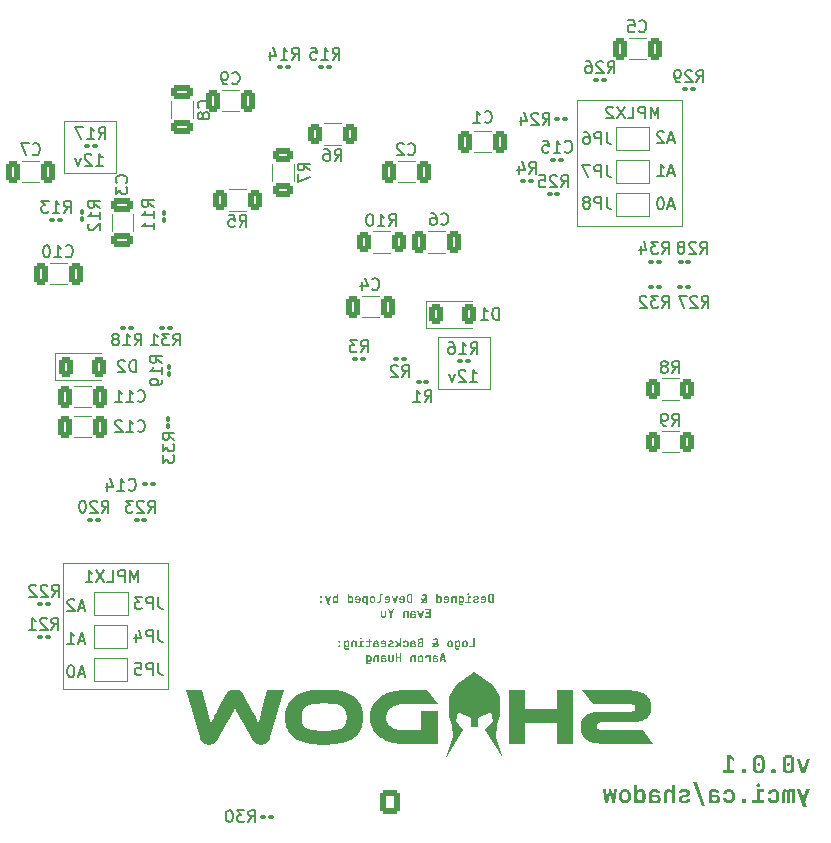
<source format=gbo>
G04 #@! TF.GenerationSoftware,KiCad,Pcbnew,8.0.7*
G04 #@! TF.CreationDate,2025-01-26T00:40:12-05:00*
G04 #@! TF.ProjectId,shadow,73686164-6f77-42e6-9b69-6361645f7063,rev?*
G04 #@! TF.SameCoordinates,Original*
G04 #@! TF.FileFunction,Legend,Bot*
G04 #@! TF.FilePolarity,Positive*
%FSLAX46Y46*%
G04 Gerber Fmt 4.6, Leading zero omitted, Abs format (unit mm)*
G04 Created by KiCad (PCBNEW 8.0.7) date 2025-01-26 00:40:12*
%MOMM*%
%LPD*%
G01*
G04 APERTURE LIST*
G04 Aperture macros list*
%AMRoundRect*
0 Rectangle with rounded corners*
0 $1 Rounding radius*
0 $2 $3 $4 $5 $6 $7 $8 $9 X,Y pos of 4 corners*
0 Add a 4 corners polygon primitive as box body*
4,1,4,$2,$3,$4,$5,$6,$7,$8,$9,$2,$3,0*
0 Add four circle primitives for the rounded corners*
1,1,$1+$1,$2,$3*
1,1,$1+$1,$4,$5*
1,1,$1+$1,$6,$7*
1,1,$1+$1,$8,$9*
0 Add four rect primitives between the rounded corners*
20,1,$1+$1,$2,$3,$4,$5,0*
20,1,$1+$1,$4,$5,$6,$7,0*
20,1,$1+$1,$6,$7,$8,$9,0*
20,1,$1+$1,$8,$9,$2,$3,0*%
G04 Aperture macros list end*
%ADD10C,0.300000*%
%ADD11C,0.000000*%
%ADD12C,0.100000*%
%ADD13C,0.200000*%
%ADD14C,0.186500*%
%ADD15C,0.150000*%
%ADD16C,0.120000*%
%ADD17R,1.700000X1.700000*%
%ADD18O,1.700000X1.700000*%
%ADD19RoundRect,0.250000X0.600000X0.750000X-0.600000X0.750000X-0.600000X-0.750000X0.600000X-0.750000X0*%
%ADD20O,1.700000X2.000000*%
%ADD21C,2.000000*%
%ADD22C,7.500000*%
%ADD23R,1.600000X1.600000*%
%ADD24O,1.600000X1.600000*%
%ADD25C,0.700000*%
%ADD26O,0.900000X2.400000*%
%ADD27O,0.900000X1.700000*%
%ADD28R,2.000000X2.000000*%
%ADD29RoundRect,0.100000X-0.130000X-0.100000X0.130000X-0.100000X0.130000X0.100000X-0.130000X0.100000X0*%
%ADD30RoundRect,0.250000X-0.375000X-0.625000X0.375000X-0.625000X0.375000X0.625000X-0.375000X0.625000X0*%
%ADD31RoundRect,0.250000X0.325000X0.650000X-0.325000X0.650000X-0.325000X-0.650000X0.325000X-0.650000X0*%
%ADD32R,1.000000X1.500000*%
%ADD33RoundRect,0.100000X0.130000X0.100000X-0.130000X0.100000X-0.130000X-0.100000X0.130000X-0.100000X0*%
%ADD34RoundRect,0.100000X-0.100000X0.130000X-0.100000X-0.130000X0.100000X-0.130000X0.100000X0.130000X0*%
%ADD35RoundRect,0.250000X0.312500X0.625000X-0.312500X0.625000X-0.312500X-0.625000X0.312500X-0.625000X0*%
%ADD36RoundRect,0.250000X-0.312500X-0.625000X0.312500X-0.625000X0.312500X0.625000X-0.312500X0.625000X0*%
%ADD37RoundRect,0.250000X0.625000X-0.312500X0.625000X0.312500X-0.625000X0.312500X-0.625000X-0.312500X0*%
%ADD38RoundRect,0.250000X0.650000X-0.325000X0.650000X0.325000X-0.650000X0.325000X-0.650000X-0.325000X0*%
%ADD39RoundRect,0.100000X0.100000X-0.130000X0.100000X0.130000X-0.100000X0.130000X-0.100000X-0.130000X0*%
G04 APERTURE END LIST*
D10*
G36*
X163367281Y-113154500D02*
G01*
X163749033Y-111999353D01*
X163478290Y-111999353D01*
X163258838Y-112701673D01*
X163237573Y-112773840D01*
X163221835Y-112831733D01*
X163203431Y-112904805D01*
X163195823Y-112938345D01*
X163177333Y-112867272D01*
X163168346Y-112831733D01*
X163148974Y-112757930D01*
X163133907Y-112702772D01*
X162918485Y-111999353D01*
X162651039Y-111999353D01*
X163030226Y-113154500D01*
X163367281Y-113154500D01*
G37*
G36*
X161973957Y-112246336D02*
G01*
X162041409Y-112281087D01*
X162061502Y-112307069D01*
X162079511Y-112381105D01*
X162075790Y-112418936D01*
X162041409Y-112484786D01*
X162012148Y-112507104D01*
X161940659Y-112523987D01*
X161907744Y-112520886D01*
X161841008Y-112484786D01*
X161819315Y-112454848D01*
X161802906Y-112381105D01*
X161805891Y-112348190D01*
X161840642Y-112281453D01*
X161866623Y-112261361D01*
X161940659Y-112243352D01*
X161973957Y-112246336D01*
G37*
G36*
X161977793Y-111601270D02*
G01*
X162055302Y-111609754D01*
X162126725Y-111627223D01*
X162198946Y-111657169D01*
X162262544Y-111697168D01*
X162321263Y-111751581D01*
X162368206Y-111816904D01*
X162378878Y-111836453D01*
X162406871Y-111906177D01*
X162423200Y-111982913D01*
X162427923Y-112057971D01*
X162427923Y-112717793D01*
X162427399Y-112743382D01*
X162419526Y-112816437D01*
X162399698Y-112891084D01*
X162368206Y-112958861D01*
X162321097Y-113024183D01*
X162262387Y-113078596D01*
X162198946Y-113118596D01*
X162170948Y-113131905D01*
X162095592Y-113157415D01*
X162021227Y-113170890D01*
X161940659Y-113175382D01*
X161904097Y-113174495D01*
X161826395Y-113166010D01*
X161755011Y-113148542D01*
X161683105Y-113118596D01*
X161619893Y-113078596D01*
X161561434Y-113024183D01*
X161514577Y-112958861D01*
X161503840Y-112939249D01*
X161475675Y-112869411D01*
X161459246Y-112792703D01*
X161454494Y-112717793D01*
X161454494Y-112057971D01*
X161702522Y-112057971D01*
X161702522Y-112717793D01*
X161704096Y-112749517D01*
X161722924Y-112822456D01*
X161767002Y-112885588D01*
X161797226Y-112910142D01*
X161864890Y-112939741D01*
X161940659Y-112948603D01*
X161973703Y-112947064D01*
X162049572Y-112928665D01*
X162115048Y-112885588D01*
X162137086Y-112860489D01*
X162170776Y-112790505D01*
X162179895Y-112717793D01*
X162179895Y-112057971D01*
X162178330Y-112026353D01*
X162159609Y-111953605D01*
X162115781Y-111890543D01*
X162085380Y-111865846D01*
X162017292Y-111836075D01*
X161941025Y-111827162D01*
X161907797Y-111828709D01*
X161831867Y-111847216D01*
X161767002Y-111890543D01*
X161748426Y-111911246D01*
X161713164Y-111979967D01*
X161702522Y-112057971D01*
X161454494Y-112057971D01*
X161455018Y-112032321D01*
X161462891Y-111959156D01*
X161482719Y-111884524D01*
X161514211Y-111816904D01*
X161561024Y-111751581D01*
X161619353Y-111697168D01*
X161682372Y-111657169D01*
X161710141Y-111643859D01*
X161785325Y-111618350D01*
X161860026Y-111604874D01*
X161941392Y-111600382D01*
X161977793Y-111601270D01*
G37*
G36*
X160682198Y-113175382D02*
G01*
X160758377Y-113163790D01*
X160822068Y-113125872D01*
X160825446Y-113122626D01*
X160865563Y-113060619D01*
X160878883Y-112986349D01*
X160878935Y-112980843D01*
X160868697Y-112908064D01*
X160831923Y-112842920D01*
X160825446Y-112836129D01*
X160762889Y-112796012D01*
X160687772Y-112782692D01*
X160682198Y-112782640D01*
X160605390Y-112794393D01*
X160541917Y-112832838D01*
X160538583Y-112836129D01*
X160499016Y-112898869D01*
X160485878Y-112975156D01*
X160485826Y-112980843D01*
X160497418Y-113056153D01*
X160535337Y-113119271D01*
X160538583Y-113122626D01*
X160600865Y-113162193D01*
X160676556Y-113175331D01*
X160682198Y-113175382D01*
G37*
G36*
X159456302Y-112246336D02*
G01*
X159523754Y-112281087D01*
X159543847Y-112307069D01*
X159561856Y-112381105D01*
X159558135Y-112418936D01*
X159523754Y-112484786D01*
X159494493Y-112507104D01*
X159423004Y-112523987D01*
X159390089Y-112520886D01*
X159323353Y-112484786D01*
X159301660Y-112454848D01*
X159285251Y-112381105D01*
X159288236Y-112348190D01*
X159322986Y-112281453D01*
X159348968Y-112261361D01*
X159423004Y-112243352D01*
X159456302Y-112246336D01*
G37*
G36*
X159460138Y-111601270D02*
G01*
X159537647Y-111609754D01*
X159609070Y-111627223D01*
X159681290Y-111657169D01*
X159744889Y-111697168D01*
X159803608Y-111751581D01*
X159850551Y-111816904D01*
X159861223Y-111836453D01*
X159889215Y-111906177D01*
X159905544Y-111982913D01*
X159910268Y-112057971D01*
X159910268Y-112717793D01*
X159909743Y-112743382D01*
X159901870Y-112816437D01*
X159882042Y-112891084D01*
X159850551Y-112958861D01*
X159803442Y-113024183D01*
X159744732Y-113078596D01*
X159681290Y-113118596D01*
X159653292Y-113131905D01*
X159577937Y-113157415D01*
X159503571Y-113170890D01*
X159423004Y-113175382D01*
X159386442Y-113174495D01*
X159308740Y-113166010D01*
X159237356Y-113148542D01*
X159165450Y-113118596D01*
X159102237Y-113078596D01*
X159043779Y-113024183D01*
X158996922Y-112958861D01*
X158986184Y-112939249D01*
X158958020Y-112869411D01*
X158941591Y-112792703D01*
X158936838Y-112717793D01*
X158936838Y-112057971D01*
X159184867Y-112057971D01*
X159184867Y-112717793D01*
X159186441Y-112749517D01*
X159205269Y-112822456D01*
X159249347Y-112885588D01*
X159279571Y-112910142D01*
X159347235Y-112939741D01*
X159423004Y-112948603D01*
X159456048Y-112947064D01*
X159531917Y-112928665D01*
X159597393Y-112885588D01*
X159619431Y-112860489D01*
X159653121Y-112790505D01*
X159662240Y-112717793D01*
X159662240Y-112057971D01*
X159660674Y-112026353D01*
X159641954Y-111953605D01*
X159598126Y-111890543D01*
X159567724Y-111865846D01*
X159499637Y-111836075D01*
X159423370Y-111827162D01*
X159390141Y-111828709D01*
X159314212Y-111847216D01*
X159249347Y-111890543D01*
X159230771Y-111911246D01*
X159195509Y-111979967D01*
X159184867Y-112057971D01*
X158936838Y-112057971D01*
X158937363Y-112032321D01*
X158945236Y-111959156D01*
X158965064Y-111884524D01*
X158996556Y-111816904D01*
X159043369Y-111751581D01*
X159101698Y-111697168D01*
X159164717Y-111657169D01*
X159192486Y-111643859D01*
X159267670Y-111618350D01*
X159342370Y-111604874D01*
X159423736Y-111600382D01*
X159460138Y-111601270D01*
G37*
G36*
X158164542Y-113175382D02*
G01*
X158240722Y-113163790D01*
X158304412Y-113125872D01*
X158307791Y-113122626D01*
X158347908Y-113060619D01*
X158361228Y-112986349D01*
X158361280Y-112980843D01*
X158351042Y-112908064D01*
X158314268Y-112842920D01*
X158307791Y-112836129D01*
X158245234Y-112796012D01*
X158170117Y-112782692D01*
X158164542Y-112782640D01*
X158087735Y-112794393D01*
X158024262Y-112832838D01*
X158020928Y-112836129D01*
X157981360Y-112898869D01*
X157968223Y-112975156D01*
X157968171Y-112980843D01*
X157979763Y-113056153D01*
X158017682Y-113119271D01*
X158020928Y-113122626D01*
X158083210Y-113162193D01*
X158158901Y-113175331D01*
X158164542Y-113175382D01*
G37*
G36*
X157359274Y-113154500D02*
G01*
X157359274Y-112923324D01*
X156960669Y-112923324D01*
X156960669Y-111855005D01*
X157361472Y-112153592D01*
X157361472Y-111876255D01*
X157007564Y-111621631D01*
X156697986Y-111621631D01*
X156697986Y-112923324D01*
X156377418Y-112923324D01*
X156377418Y-113154500D01*
X157359274Y-113154500D01*
G37*
G36*
X163481953Y-116052587D02*
G01*
X163319288Y-115611851D01*
X163750132Y-114519353D01*
X163462903Y-114519353D01*
X163249312Y-115110665D01*
X163226870Y-115182177D01*
X163215240Y-115226436D01*
X163197682Y-115298268D01*
X163188496Y-115337444D01*
X163171018Y-115262619D01*
X163162117Y-115226436D01*
X163142234Y-115152925D01*
X163128778Y-115110665D01*
X162926179Y-114519353D01*
X162649940Y-114519353D01*
X163205348Y-116052587D01*
X163481953Y-116052587D01*
G37*
G36*
X162461995Y-115674500D02*
G01*
X162461995Y-114519353D01*
X162248405Y-114519353D01*
X162248405Y-114675424D01*
X162202976Y-114675424D01*
X162238513Y-114713526D01*
X162229564Y-114640518D01*
X162196999Y-114572356D01*
X162184291Y-114557088D01*
X162121918Y-114513125D01*
X162049301Y-114498527D01*
X162043974Y-114498470D01*
X161970543Y-114512846D01*
X161909610Y-114560153D01*
X161899626Y-114573575D01*
X161866417Y-114643486D01*
X161851541Y-114716526D01*
X161848335Y-114777640D01*
X161894131Y-114675424D01*
X161823056Y-114675424D01*
X161850533Y-114713526D01*
X161841645Y-114640518D01*
X161809300Y-114572356D01*
X161796678Y-114557088D01*
X161733297Y-114513125D01*
X161657240Y-114498527D01*
X161651598Y-114498470D01*
X161577769Y-114509753D01*
X161511626Y-114547441D01*
X161481971Y-114578704D01*
X161443571Y-114646436D01*
X161423941Y-114722282D01*
X161418956Y-114794126D01*
X161418956Y-115674500D01*
X161649766Y-115674500D01*
X161649766Y-114805483D01*
X161663779Y-114733287D01*
X161674678Y-114715724D01*
X161741676Y-114683975D01*
X161747585Y-114683851D01*
X161816836Y-114711542D01*
X161820125Y-114715358D01*
X161845144Y-114787305D01*
X161845771Y-114804751D01*
X161845771Y-115674500D01*
X162035181Y-115674500D01*
X162035181Y-114805483D01*
X162049813Y-114732806D01*
X162061193Y-114715358D01*
X162128598Y-114683974D01*
X162134466Y-114683851D01*
X162203481Y-114711542D01*
X162206639Y-114715358D01*
X162230587Y-114787305D01*
X162231186Y-114804751D01*
X162231186Y-115674500D01*
X162461995Y-115674500D01*
G37*
G36*
X160675237Y-115695382D02*
G01*
X160755183Y-115691006D01*
X160829333Y-115677878D01*
X160904924Y-115653027D01*
X160933157Y-115640061D01*
X160997407Y-115600713D01*
X161056759Y-115546934D01*
X161104249Y-115482158D01*
X161136127Y-115414803D01*
X161156199Y-115340507D01*
X161164463Y-115259270D01*
X161164699Y-115242190D01*
X161164699Y-114951663D01*
X161159918Y-114876189D01*
X161143388Y-114799467D01*
X161115052Y-114730259D01*
X161104249Y-114710961D01*
X161056759Y-114646647D01*
X160997407Y-114593241D01*
X160933157Y-114554158D01*
X160860428Y-114524791D01*
X160788854Y-114507661D01*
X160711484Y-114499340D01*
X160675237Y-114498470D01*
X160596944Y-114502411D01*
X160513285Y-114516972D01*
X160437901Y-114542262D01*
X160370792Y-114578281D01*
X160327923Y-114610578D01*
X160276753Y-114663499D01*
X160232697Y-114733469D01*
X160206771Y-114802995D01*
X160192626Y-114880269D01*
X160190170Y-114915759D01*
X160452854Y-114915759D01*
X160470204Y-114840991D01*
X160514088Y-114780403D01*
X160517700Y-114777273D01*
X160586210Y-114740179D01*
X160662986Y-114728007D01*
X160675237Y-114727814D01*
X160748653Y-114735903D01*
X160817765Y-114765786D01*
X160841933Y-114785333D01*
X160885059Y-114850367D01*
X160901077Y-114924701D01*
X160902016Y-114950930D01*
X160902016Y-115242190D01*
X160893567Y-115315623D01*
X160862352Y-115384104D01*
X160841933Y-115407786D01*
X160775381Y-115449598D01*
X160701163Y-115465128D01*
X160675237Y-115466038D01*
X160601340Y-115457936D01*
X160532904Y-115428452D01*
X160517700Y-115416945D01*
X160472179Y-115357503D01*
X160453294Y-115283641D01*
X160452854Y-115278093D01*
X160190170Y-115278093D01*
X160199267Y-115358832D01*
X160220144Y-115431786D01*
X160258429Y-115505631D01*
X160312101Y-115569310D01*
X160327923Y-115583641D01*
X160389122Y-115627181D01*
X160458595Y-115660027D01*
X160536343Y-115682178D01*
X160609570Y-115692654D01*
X160675237Y-115695382D01*
G37*
G36*
X159893415Y-115674500D02*
G01*
X159893415Y-115435996D01*
X159490048Y-115435996D01*
X159490048Y-114756757D01*
X159841025Y-114756757D01*
X159841025Y-114519353D01*
X159239822Y-114519353D01*
X159239822Y-115435996D01*
X158881884Y-115435996D01*
X158881884Y-115674500D01*
X159893415Y-115674500D01*
G37*
G36*
X159385635Y-114326279D02*
G01*
X159460616Y-114314802D01*
X159511664Y-114285613D01*
X159551649Y-114223617D01*
X159558192Y-114175703D01*
X159541789Y-114102505D01*
X159511664Y-114064329D01*
X159444611Y-114030068D01*
X159385635Y-114023296D01*
X159310756Y-114034876D01*
X159259972Y-114064329D01*
X159219986Y-114127068D01*
X159213443Y-114175703D01*
X159229846Y-114247855D01*
X159259972Y-114285613D01*
X159326719Y-114319567D01*
X159385635Y-114326279D01*
G37*
G36*
X158164542Y-115695382D02*
G01*
X158240722Y-115683790D01*
X158304412Y-115645872D01*
X158307791Y-115642626D01*
X158347908Y-115580619D01*
X158361228Y-115506349D01*
X158361280Y-115500843D01*
X158351042Y-115428064D01*
X158314268Y-115362920D01*
X158307791Y-115356129D01*
X158245234Y-115316012D01*
X158170117Y-115302692D01*
X158164542Y-115302640D01*
X158087735Y-115314393D01*
X158024262Y-115352838D01*
X158020928Y-115356129D01*
X157981360Y-115418869D01*
X157968223Y-115495156D01*
X157968171Y-115500843D01*
X157979763Y-115576153D01*
X158017682Y-115639271D01*
X158020928Y-115642626D01*
X158083210Y-115682193D01*
X158158901Y-115695331D01*
X158164542Y-115695382D01*
G37*
G36*
X156898754Y-115695382D02*
G01*
X156978700Y-115691006D01*
X157052850Y-115677878D01*
X157128441Y-115653027D01*
X157156674Y-115640061D01*
X157220924Y-115600713D01*
X157280276Y-115546934D01*
X157327766Y-115482158D01*
X157359644Y-115414803D01*
X157379716Y-115340507D01*
X157387980Y-115259270D01*
X157388217Y-115242190D01*
X157388217Y-114951663D01*
X157383435Y-114876189D01*
X157366906Y-114799467D01*
X157338570Y-114730259D01*
X157327766Y-114710961D01*
X157280276Y-114646647D01*
X157220924Y-114593241D01*
X157156674Y-114554158D01*
X157083945Y-114524791D01*
X157012371Y-114507661D01*
X156935001Y-114499340D01*
X156898754Y-114498470D01*
X156820461Y-114502411D01*
X156736802Y-114516972D01*
X156661419Y-114542262D01*
X156594309Y-114578281D01*
X156551441Y-114610578D01*
X156500270Y-114663499D01*
X156456214Y-114733469D01*
X156430288Y-114802995D01*
X156416143Y-114880269D01*
X156413688Y-114915759D01*
X156676371Y-114915759D01*
X156693721Y-114840991D01*
X156737605Y-114780403D01*
X156741217Y-114777273D01*
X156809727Y-114740179D01*
X156886504Y-114728007D01*
X156898754Y-114727814D01*
X156972170Y-114735903D01*
X157041282Y-114765786D01*
X157065450Y-114785333D01*
X157108576Y-114850367D01*
X157124595Y-114924701D01*
X157125533Y-114950930D01*
X157125533Y-115242190D01*
X157117084Y-115315623D01*
X157085869Y-115384104D01*
X157065450Y-115407786D01*
X156998898Y-115449598D01*
X156924680Y-115465128D01*
X156898754Y-115466038D01*
X156824857Y-115457936D01*
X156756421Y-115428452D01*
X156741217Y-115416945D01*
X156695696Y-115357503D01*
X156676811Y-115283641D01*
X156676371Y-115278093D01*
X156413688Y-115278093D01*
X156422784Y-115358832D01*
X156443661Y-115431786D01*
X156481946Y-115505631D01*
X156535618Y-115569310D01*
X156551441Y-115583641D01*
X156612639Y-115627181D01*
X156682112Y-115660027D01*
X156759860Y-115682178D01*
X156833087Y-115692654D01*
X156898754Y-115695382D01*
G37*
G36*
X155657513Y-114498847D02*
G01*
X155739125Y-114506092D01*
X155814041Y-114522559D01*
X155891458Y-114552669D01*
X155960129Y-114594824D01*
X156017556Y-114647054D01*
X156061245Y-114707756D01*
X156091195Y-114776930D01*
X156107407Y-114854576D01*
X155850952Y-114854576D01*
X155834641Y-114806423D01*
X155783175Y-114752361D01*
X155714488Y-114722917D01*
X155640659Y-114714625D01*
X155628912Y-114714811D01*
X155555662Y-114726532D01*
X155491182Y-114762252D01*
X155450516Y-114818581D01*
X155436960Y-114893045D01*
X155436960Y-114991596D01*
X155724923Y-114991596D01*
X155750435Y-114991960D01*
X155834026Y-114998957D01*
X155908746Y-115014861D01*
X155983278Y-115043941D01*
X156046224Y-115084653D01*
X156090620Y-115128869D01*
X156131679Y-115196486D01*
X156153042Y-115266759D01*
X156160163Y-115346603D01*
X156157650Y-115395236D01*
X156140459Y-115474571D01*
X156106980Y-115543356D01*
X156057215Y-115601593D01*
X156000887Y-115642626D01*
X155926350Y-115674774D01*
X155850169Y-115690894D01*
X155775847Y-115695382D01*
X155746794Y-115694722D01*
X155666282Y-115684821D01*
X155588515Y-115659884D01*
X155523056Y-115620278D01*
X155468824Y-115562279D01*
X155437104Y-115491553D01*
X155434722Y-115472266D01*
X155428900Y-115472266D01*
X155428900Y-115674500D01*
X155174277Y-115674500D01*
X155174277Y-115294946D01*
X155436960Y-115294946D01*
X155437582Y-115311552D01*
X155459333Y-115385789D01*
X155507669Y-115441858D01*
X155540354Y-115463985D01*
X155611195Y-115490659D01*
X155688286Y-115498645D01*
X155700394Y-115498460D01*
X155775847Y-115486829D01*
X155842159Y-115451384D01*
X155883650Y-115395513D01*
X155897480Y-115322423D01*
X155889499Y-115265289D01*
X155849120Y-115200058D01*
X155792334Y-115165711D01*
X155719427Y-115154262D01*
X155436960Y-115154262D01*
X155436960Y-115294946D01*
X155174277Y-115294946D01*
X155174277Y-114890480D01*
X155174398Y-114879309D01*
X155181994Y-114805163D01*
X155205143Y-114729096D01*
X155243726Y-114662281D01*
X155297742Y-114604716D01*
X155329988Y-114579815D01*
X155402757Y-114539972D01*
X155475483Y-114516005D01*
X155556660Y-114502205D01*
X155632965Y-114498470D01*
X155657513Y-114498847D01*
G37*
G36*
X154891444Y-115905675D02*
G01*
X154158349Y-113931338D01*
X153885041Y-113931338D01*
X154618136Y-115905675D01*
X154891444Y-115905675D01*
G37*
G36*
X153172463Y-115693917D02*
G01*
X153251868Y-115689838D01*
X153324762Y-115677602D01*
X153397424Y-115654721D01*
X153403639Y-115652151D01*
X153471851Y-115616242D01*
X153532260Y-115566991D01*
X153558977Y-115536014D01*
X153595995Y-115470935D01*
X153615963Y-115397150D01*
X153619427Y-115360159D01*
X153356744Y-115360159D01*
X153326470Y-115427611D01*
X153302156Y-115447720D01*
X153232574Y-115474945D01*
X153172463Y-115480326D01*
X153081971Y-115480326D01*
X153006457Y-115473244D01*
X152936158Y-115443324D01*
X152892866Y-115382601D01*
X152887065Y-115341474D01*
X152907845Y-115269989D01*
X152931029Y-115245853D01*
X152998945Y-115212707D01*
X153064019Y-115198959D01*
X153206901Y-115178809D01*
X153288263Y-115164118D01*
X153359562Y-115144728D01*
X153428725Y-115116816D01*
X153496695Y-115073296D01*
X153545188Y-115017468D01*
X153575721Y-114946614D01*
X153587844Y-114869997D01*
X153588653Y-114841754D01*
X153581875Y-114765000D01*
X153558047Y-114689601D01*
X153517063Y-114625793D01*
X153480209Y-114589695D01*
X153410831Y-114546483D01*
X153335440Y-114519944D01*
X153258879Y-114505889D01*
X153185386Y-114500651D01*
X153159274Y-114500302D01*
X153079406Y-114500302D01*
X152998796Y-114504439D01*
X152925583Y-114516851D01*
X152850971Y-114541169D01*
X152786022Y-114576294D01*
X152771294Y-114586764D01*
X152714635Y-114639916D01*
X152674900Y-114702516D01*
X152652090Y-114774564D01*
X152646730Y-114818673D01*
X152909413Y-114818673D01*
X152944464Y-114753966D01*
X152959972Y-114742469D01*
X153031574Y-114716946D01*
X153079406Y-114713526D01*
X153159274Y-114713526D01*
X153233060Y-114720610D01*
X153290799Y-114745766D01*
X153329267Y-114811506D01*
X153331831Y-114841387D01*
X153311429Y-114911935D01*
X153295561Y-114928215D01*
X153225099Y-114959716D01*
X153179790Y-114968882D01*
X153030680Y-114990497D01*
X152957418Y-115002931D01*
X152881584Y-115022125D01*
X152807624Y-115050243D01*
X152740622Y-115089759D01*
X152728063Y-115099674D01*
X152676672Y-115157720D01*
X152644314Y-115230649D01*
X152631467Y-115309011D01*
X152630610Y-115337811D01*
X152637708Y-115417861D01*
X152659003Y-115488386D01*
X152699930Y-115556341D01*
X152744183Y-115600860D01*
X152807747Y-115641573D01*
X152885233Y-115670653D01*
X152964454Y-115686556D01*
X153040841Y-115693099D01*
X153081971Y-115693917D01*
X153172463Y-115693917D01*
G37*
G36*
X152339351Y-115674500D02*
G01*
X152339351Y-114141631D01*
X152076667Y-114141631D01*
X152076667Y-114519353D01*
X152082896Y-114739904D01*
X152012187Y-114739904D01*
X152082896Y-114801453D01*
X152076317Y-114726067D01*
X152053577Y-114653996D01*
X152009802Y-114588934D01*
X151999731Y-114578704D01*
X151935412Y-114533024D01*
X151864543Y-114507951D01*
X151790667Y-114498784D01*
X151772951Y-114498470D01*
X151691870Y-114505546D01*
X151619353Y-114526772D01*
X151548008Y-114567566D01*
X151500010Y-114611677D01*
X151455291Y-114673134D01*
X151423348Y-114744301D01*
X151404183Y-114825176D01*
X151397894Y-114903905D01*
X151397794Y-114915759D01*
X151397794Y-115674500D01*
X151660478Y-115674500D01*
X151660478Y-114943236D01*
X151669547Y-114866200D01*
X151702552Y-114796696D01*
X151715432Y-114781670D01*
X151776290Y-114740647D01*
X151849941Y-114725019D01*
X151867840Y-114724517D01*
X151940541Y-114734312D01*
X152006846Y-114769958D01*
X152021346Y-114783868D01*
X152061054Y-114850297D01*
X152075803Y-114925319D01*
X152076667Y-114951663D01*
X152076667Y-115674500D01*
X152339351Y-115674500D01*
G37*
G36*
X150622203Y-114498847D02*
G01*
X150703815Y-114506092D01*
X150778730Y-114522559D01*
X150856148Y-114552669D01*
X150924818Y-114594824D01*
X150982246Y-114647054D01*
X151025935Y-114707756D01*
X151055885Y-114776930D01*
X151072096Y-114854576D01*
X150815642Y-114854576D01*
X150799330Y-114806423D01*
X150747864Y-114752361D01*
X150679178Y-114722917D01*
X150605348Y-114714625D01*
X150593602Y-114714811D01*
X150520352Y-114726532D01*
X150455872Y-114762252D01*
X150415205Y-114818581D01*
X150401650Y-114893045D01*
X150401650Y-114991596D01*
X150689612Y-114991596D01*
X150715125Y-114991960D01*
X150798715Y-114998957D01*
X150873435Y-115014861D01*
X150947968Y-115043941D01*
X151010914Y-115084653D01*
X151055310Y-115128869D01*
X151096368Y-115196486D01*
X151117732Y-115266759D01*
X151124853Y-115346603D01*
X151122340Y-115395236D01*
X151105148Y-115474571D01*
X151071670Y-115543356D01*
X151021905Y-115601593D01*
X150965576Y-115642626D01*
X150891040Y-115674774D01*
X150814859Y-115690894D01*
X150740537Y-115695382D01*
X150711484Y-115694722D01*
X150630971Y-115684821D01*
X150553204Y-115659884D01*
X150487745Y-115620278D01*
X150433514Y-115562279D01*
X150401793Y-115491553D01*
X150399412Y-115472266D01*
X150393590Y-115472266D01*
X150393590Y-115674500D01*
X150138967Y-115674500D01*
X150138967Y-115294946D01*
X150401650Y-115294946D01*
X150402271Y-115311552D01*
X150424022Y-115385789D01*
X150472358Y-115441858D01*
X150505044Y-115463985D01*
X150575885Y-115490659D01*
X150652976Y-115498645D01*
X150665083Y-115498460D01*
X150740537Y-115486829D01*
X150806849Y-115451384D01*
X150848340Y-115395513D01*
X150862170Y-115322423D01*
X150854188Y-115265289D01*
X150813810Y-115200058D01*
X150757023Y-115165711D01*
X150684117Y-115154262D01*
X150401650Y-115154262D01*
X150401650Y-115294946D01*
X150138967Y-115294946D01*
X150138967Y-114890480D01*
X150139087Y-114879309D01*
X150146683Y-114805163D01*
X150169833Y-114729096D01*
X150208416Y-114662281D01*
X150262431Y-114604716D01*
X150294677Y-114579815D01*
X150367446Y-114539972D01*
X150440173Y-114516005D01*
X150521349Y-114502205D01*
X150597655Y-114498470D01*
X150622203Y-114498847D01*
G37*
G36*
X149146852Y-114465131D02*
G01*
X149139159Y-114739904D01*
X149147091Y-114739904D01*
X149150538Y-114711416D01*
X149176756Y-114642036D01*
X149224521Y-114579437D01*
X149235195Y-114569632D01*
X149302186Y-114527014D01*
X149375258Y-114504875D01*
X149450935Y-114498470D01*
X149533641Y-114505958D01*
X149607739Y-114528420D01*
X149673226Y-114565858D01*
X149730104Y-114618271D01*
X149754748Y-114649527D01*
X149794178Y-114719869D01*
X149817897Y-114789983D01*
X149831554Y-114868092D01*
X149835251Y-114941405D01*
X149835251Y-115253547D01*
X149834839Y-115278679D01*
X149826904Y-115361433D01*
X149808872Y-115436088D01*
X149775900Y-115511490D01*
X149729738Y-115576314D01*
X149672745Y-115628406D01*
X149607281Y-115665615D01*
X149533344Y-115687940D01*
X149450935Y-115695382D01*
X149433306Y-115695069D01*
X149359716Y-115685902D01*
X149288962Y-115660828D01*
X149224521Y-115615148D01*
X149214362Y-115604877D01*
X149170201Y-115539740D01*
X149147260Y-115467827D01*
X149146033Y-115453948D01*
X149140624Y-115453948D01*
X149140624Y-115674500D01*
X148884169Y-115674500D01*
X148884169Y-114951663D01*
X149146852Y-114951663D01*
X149146852Y-115242190D01*
X149147734Y-115268190D01*
X149162776Y-115342412D01*
X149203272Y-115408519D01*
X149217956Y-115422429D01*
X149284948Y-115458075D01*
X149358244Y-115467870D01*
X149376876Y-115467355D01*
X149453352Y-115451326D01*
X149516147Y-115409252D01*
X149535321Y-115385518D01*
X149564633Y-115316516D01*
X149572568Y-115242190D01*
X149572568Y-114951663D01*
X149571686Y-114925336D01*
X149556644Y-114850607D01*
X149516147Y-114784967D01*
X149501338Y-114771228D01*
X149433262Y-114736023D01*
X149358244Y-114726349D01*
X149340074Y-114726870D01*
X149265241Y-114743099D01*
X149203272Y-114785700D01*
X149184098Y-114809618D01*
X149154786Y-114878350D01*
X149146852Y-114951663D01*
X148884169Y-114951663D01*
X148884169Y-114141631D01*
X149146852Y-114141631D01*
X149146852Y-114465131D01*
G37*
G36*
X148121195Y-114500791D02*
G01*
X148198919Y-114508133D01*
X148278074Y-114526623D01*
X148349644Y-114555989D01*
X148412434Y-114595109D01*
X148470511Y-114648636D01*
X148517072Y-114713160D01*
X148527679Y-114732578D01*
X148555500Y-114801959D01*
X148571728Y-114878494D01*
X148576423Y-114953495D01*
X148576423Y-115240358D01*
X148576191Y-115257438D01*
X148568077Y-115338675D01*
X148548370Y-115412971D01*
X148517072Y-115480326D01*
X148470511Y-115545102D01*
X148412434Y-115598881D01*
X148349644Y-115638229D01*
X148321926Y-115651281D01*
X148247322Y-115676297D01*
X148173694Y-115689512D01*
X148093921Y-115693917D01*
X148066461Y-115693427D01*
X147988408Y-115686086D01*
X147909297Y-115667596D01*
X147838199Y-115638229D01*
X147775602Y-115598881D01*
X147717655Y-115545102D01*
X147671137Y-115480326D01*
X147660530Y-115460849D01*
X147632710Y-115391411D01*
X147616481Y-115315033D01*
X147611786Y-115240358D01*
X147611786Y-114953495D01*
X147874469Y-114953495D01*
X147874469Y-115240358D01*
X147875362Y-115266759D01*
X147890599Y-115341493D01*
X147931622Y-115406687D01*
X147946660Y-115420168D01*
X148016411Y-115454713D01*
X148093921Y-115464206D01*
X148119132Y-115463308D01*
X148191261Y-115447973D01*
X148255854Y-115406687D01*
X148275526Y-115383314D01*
X148305600Y-115314753D01*
X148313740Y-115240358D01*
X148313740Y-114953495D01*
X148312835Y-114926847D01*
X148297403Y-114851709D01*
X148255854Y-114786799D01*
X148240582Y-114773404D01*
X148170665Y-114739078D01*
X148093921Y-114729646D01*
X148068385Y-114730539D01*
X147995748Y-114745776D01*
X147931622Y-114786799D01*
X147912199Y-114809961D01*
X147882506Y-114878533D01*
X147874469Y-114953495D01*
X147611786Y-114953495D01*
X147611786Y-114952762D01*
X147612018Y-114935683D01*
X147620132Y-114854496D01*
X147639839Y-114780322D01*
X147671137Y-114713160D01*
X147717655Y-114648636D01*
X147775602Y-114595109D01*
X147838199Y-114555989D01*
X147865676Y-114542938D01*
X147939980Y-114517922D01*
X148013705Y-114504707D01*
X148093921Y-114500302D01*
X148121195Y-114500791D01*
G37*
G36*
X147247620Y-115674500D02*
G01*
X147422376Y-114519353D01*
X147205122Y-114519353D01*
X147108401Y-115227901D01*
X147098477Y-115303853D01*
X147092281Y-115361624D01*
X147084966Y-115436354D01*
X147080558Y-115483257D01*
X147071136Y-115409379D01*
X147064438Y-115361991D01*
X147053666Y-115287654D01*
X147045020Y-115227901D01*
X146935478Y-114519353D01*
X146732512Y-114519353D01*
X146625533Y-115227901D01*
X146615062Y-115300493D01*
X146606116Y-115362724D01*
X146595786Y-115437453D01*
X146589996Y-115484356D01*
X146582175Y-115409035D01*
X146576441Y-115360892D01*
X146566837Y-115286318D01*
X146559221Y-115227901D01*
X146458105Y-114519353D01*
X146248178Y-114519353D01*
X146427697Y-115674500D01*
X146698440Y-115674500D01*
X146799923Y-114962654D01*
X146810704Y-114887960D01*
X146818974Y-114831495D01*
X146829188Y-114758350D01*
X146834727Y-114713160D01*
X146845511Y-114788770D01*
X146851214Y-114831495D01*
X146861231Y-114904458D01*
X146869898Y-114962654D01*
X146975778Y-115674500D01*
X147247620Y-115674500D01*
G37*
D11*
G36*
X123019205Y-106086759D02*
G01*
X123392945Y-106112213D01*
X123740909Y-106154963D01*
X124063099Y-106215275D01*
X124359513Y-106293416D01*
X124630153Y-106389652D01*
X124755807Y-106444640D01*
X124875017Y-106504252D01*
X124987783Y-106568521D01*
X125094106Y-106637482D01*
X125193985Y-106711166D01*
X125287420Y-106789607D01*
X125374411Y-106872840D01*
X125454958Y-106960897D01*
X125529062Y-107053811D01*
X125596722Y-107151616D01*
X125657938Y-107254346D01*
X125712710Y-107362033D01*
X125761039Y-107474711D01*
X125802924Y-107592413D01*
X125838364Y-107715173D01*
X125867361Y-107843024D01*
X125889915Y-107975999D01*
X125906024Y-108114132D01*
X125915690Y-108257457D01*
X125918912Y-108406005D01*
X125915690Y-108554574D01*
X125906024Y-108697954D01*
X125889915Y-108836178D01*
X125867361Y-108969277D01*
X125838364Y-109097281D01*
X125802924Y-109220221D01*
X125761039Y-109338128D01*
X125712710Y-109451033D01*
X125657938Y-109558966D01*
X125596722Y-109661960D01*
X125529062Y-109760044D01*
X125454958Y-109853249D01*
X125374411Y-109941607D01*
X125287420Y-110025148D01*
X125193985Y-110103903D01*
X125094106Y-110177903D01*
X124987783Y-110247179D01*
X124875017Y-110311761D01*
X124755807Y-110371682D01*
X124630153Y-110426971D01*
X124498055Y-110477659D01*
X124359513Y-110523778D01*
X124214528Y-110565357D01*
X124063099Y-110602429D01*
X123905226Y-110635024D01*
X123740909Y-110663172D01*
X123570149Y-110686906D01*
X123392945Y-110706255D01*
X123209297Y-110721250D01*
X123019205Y-110731923D01*
X122619690Y-110740424D01*
X122220175Y-110731923D01*
X121846435Y-110706255D01*
X121498470Y-110663173D01*
X121176280Y-110602429D01*
X120879866Y-110523778D01*
X120609226Y-110426971D01*
X120483572Y-110371683D01*
X120364362Y-110311762D01*
X120251596Y-110247180D01*
X120145273Y-110177904D01*
X120045395Y-110103904D01*
X119951960Y-110025149D01*
X119864968Y-109941608D01*
X119784421Y-109853250D01*
X119710317Y-109760045D01*
X119642657Y-109661961D01*
X119581441Y-109558967D01*
X119526669Y-109451034D01*
X119478341Y-109338129D01*
X119436456Y-109220222D01*
X119401015Y-109097282D01*
X119372018Y-108969278D01*
X119349465Y-108836179D01*
X119333355Y-108697955D01*
X119323690Y-108554574D01*
X119320468Y-108406005D01*
X120710323Y-108406005D01*
X120711818Y-108494814D01*
X120716349Y-108579145D01*
X120723988Y-108659108D01*
X120734807Y-108734811D01*
X120748878Y-108806363D01*
X120766272Y-108873873D01*
X120787060Y-108937449D01*
X120811316Y-108997201D01*
X120839109Y-109053237D01*
X120870512Y-109105665D01*
X120905597Y-109154595D01*
X120944435Y-109200135D01*
X120987097Y-109242393D01*
X121033656Y-109281479D01*
X121084183Y-109317501D01*
X121138750Y-109350569D01*
X121197428Y-109380789D01*
X121260289Y-109408273D01*
X121327405Y-109433127D01*
X121398847Y-109455461D01*
X121474688Y-109475384D01*
X121554998Y-109493004D01*
X121639849Y-109508429D01*
X121729313Y-109521770D01*
X121823461Y-109533134D01*
X121922366Y-109542630D01*
X122134732Y-109556453D01*
X122366982Y-109564109D01*
X122619690Y-109566468D01*
X122872398Y-109564109D01*
X123104648Y-109556453D01*
X123317013Y-109542630D01*
X123510067Y-109521770D01*
X123684382Y-109493003D01*
X123840532Y-109455460D01*
X123979090Y-109408272D01*
X124041952Y-109380789D01*
X124100630Y-109350568D01*
X124155196Y-109317500D01*
X124205723Y-109281478D01*
X124252282Y-109242392D01*
X124294945Y-109200133D01*
X124333783Y-109154594D01*
X124368867Y-109105664D01*
X124400271Y-109053236D01*
X124428064Y-108997200D01*
X124452319Y-108937448D01*
X124473108Y-108873872D01*
X124490502Y-108806362D01*
X124504573Y-108734810D01*
X124523031Y-108579144D01*
X124529056Y-108406005D01*
X124527562Y-108317217D01*
X124523031Y-108232942D01*
X124515392Y-108153071D01*
X124504573Y-108077491D01*
X124490502Y-108006091D01*
X124473108Y-107938761D01*
X124452319Y-107875390D01*
X124428064Y-107815865D01*
X124400271Y-107760076D01*
X124368867Y-107707911D01*
X124333783Y-107659260D01*
X124294945Y-107614012D01*
X124252282Y-107572054D01*
X124205723Y-107533276D01*
X124155196Y-107497567D01*
X124100630Y-107464816D01*
X124041952Y-107434910D01*
X123979090Y-107407740D01*
X123911974Y-107383194D01*
X123840532Y-107361161D01*
X123764692Y-107341529D01*
X123684382Y-107324188D01*
X123599531Y-107309026D01*
X123510067Y-107295932D01*
X123415918Y-107284795D01*
X123317013Y-107275503D01*
X123104648Y-107262013D01*
X122872398Y-107254571D01*
X122619690Y-107252288D01*
X122366982Y-107254571D01*
X122134732Y-107262013D01*
X121922366Y-107275503D01*
X121729313Y-107295932D01*
X121554998Y-107324187D01*
X121398847Y-107361160D01*
X121260289Y-107407739D01*
X121197428Y-107434909D01*
X121138750Y-107464815D01*
X121084183Y-107497566D01*
X121033656Y-107533275D01*
X120987097Y-107572053D01*
X120944435Y-107614010D01*
X120905597Y-107659259D01*
X120870512Y-107707910D01*
X120839109Y-107760075D01*
X120811316Y-107815864D01*
X120787060Y-107875388D01*
X120766272Y-107938760D01*
X120748878Y-108006090D01*
X120734807Y-108077490D01*
X120716349Y-108232942D01*
X120710323Y-108406005D01*
X119320468Y-108406005D01*
X119323709Y-108257457D01*
X119333430Y-108114132D01*
X119349626Y-107975999D01*
X119372295Y-107843023D01*
X119401432Y-107715172D01*
X119437034Y-107592412D01*
X119479097Y-107474710D01*
X119527618Y-107362031D01*
X119582592Y-107254344D01*
X119644016Y-107151615D01*
X119711887Y-107053810D01*
X119786200Y-106960896D01*
X119866952Y-106872839D01*
X119954139Y-106789606D01*
X120047757Y-106711165D01*
X120147803Y-106637481D01*
X120254274Y-106568521D01*
X120367164Y-106504251D01*
X120486471Y-106444640D01*
X120612191Y-106389652D01*
X120744321Y-106339255D01*
X120882855Y-106293415D01*
X121027792Y-106252099D01*
X121179127Y-106215274D01*
X121336856Y-106182907D01*
X121500975Y-106154963D01*
X121671482Y-106131409D01*
X121848372Y-106112213D01*
X122031641Y-106097341D01*
X122221287Y-106086759D01*
X122619690Y-106078334D01*
X123019205Y-106086759D01*
G37*
G36*
X132227241Y-107326502D02*
G01*
X129204641Y-107326502D01*
X129134325Y-107327857D01*
X129065111Y-107331885D01*
X128997073Y-107338532D01*
X128930285Y-107347744D01*
X128864822Y-107359466D01*
X128800757Y-107373644D01*
X128738165Y-107390224D01*
X128677119Y-107409151D01*
X128617694Y-107430371D01*
X128559964Y-107453829D01*
X128504004Y-107479472D01*
X128449886Y-107507244D01*
X128397686Y-107537092D01*
X128347477Y-107568961D01*
X128299334Y-107602797D01*
X128253330Y-107638545D01*
X128209541Y-107676151D01*
X128168039Y-107715561D01*
X128128899Y-107756720D01*
X128092196Y-107799574D01*
X128058002Y-107844068D01*
X128026394Y-107890149D01*
X127997443Y-107937762D01*
X127971226Y-107986853D01*
X127947815Y-108037366D01*
X127927286Y-108089248D01*
X127909711Y-108142445D01*
X127895165Y-108196902D01*
X127883723Y-108252565D01*
X127875458Y-108309379D01*
X127870445Y-108367290D01*
X127868758Y-108426244D01*
X127870388Y-108485140D01*
X127875236Y-108542881D01*
X127883240Y-108599422D01*
X127894335Y-108654716D01*
X127908460Y-108708714D01*
X127925551Y-108761371D01*
X127945545Y-108812639D01*
X127968380Y-108862472D01*
X127993991Y-108910822D01*
X128022317Y-108957643D01*
X128053294Y-109002888D01*
X128086859Y-109046509D01*
X128122949Y-109088460D01*
X128161501Y-109128693D01*
X128202452Y-109167163D01*
X128245740Y-109203821D01*
X128291301Y-109238622D01*
X128339071Y-109271517D01*
X128388989Y-109302460D01*
X128440991Y-109331405D01*
X128495014Y-109358304D01*
X128550995Y-109383110D01*
X128608872Y-109405776D01*
X128668580Y-109426256D01*
X128730057Y-109444502D01*
X128793241Y-109460468D01*
X128858067Y-109474106D01*
X128924474Y-109485370D01*
X128992398Y-109494212D01*
X129061776Y-109500587D01*
X129132544Y-109504446D01*
X129204641Y-109505742D01*
X130823890Y-109505742D01*
X130823890Y-107852758D01*
X132227241Y-107852758D01*
X132227241Y-110666204D01*
X129204641Y-110666204D01*
X129059125Y-110663319D01*
X128916156Y-110654747D01*
X128775871Y-110640610D01*
X128638404Y-110621032D01*
X128503893Y-110596137D01*
X128372473Y-110566049D01*
X128244279Y-110530891D01*
X128119448Y-110490786D01*
X127998116Y-110445858D01*
X127880418Y-110396231D01*
X127766491Y-110342028D01*
X127656470Y-110283372D01*
X127550491Y-110220388D01*
X127448691Y-110153198D01*
X127351204Y-110081927D01*
X127258167Y-110006698D01*
X127169716Y-109927634D01*
X127085987Y-109844858D01*
X127007115Y-109758496D01*
X126933237Y-109668669D01*
X126864488Y-109575502D01*
X126801004Y-109479117D01*
X126742921Y-109379640D01*
X126690376Y-109277192D01*
X126643503Y-109171898D01*
X126602439Y-109063882D01*
X126567320Y-108953266D01*
X126538281Y-108840174D01*
X126515459Y-108724730D01*
X126498989Y-108607058D01*
X126489008Y-108487280D01*
X126485650Y-108365522D01*
X126488969Y-108244609D01*
X126498841Y-108126083D01*
X126515137Y-108010040D01*
X126537728Y-107896576D01*
X126566486Y-107785784D01*
X126601283Y-107677762D01*
X126641989Y-107572603D01*
X126688478Y-107470402D01*
X126740619Y-107371256D01*
X126798286Y-107275258D01*
X126861348Y-107182505D01*
X126929678Y-107093091D01*
X127003148Y-107007111D01*
X127081628Y-106924661D01*
X127164990Y-106845836D01*
X127253106Y-106770730D01*
X127345848Y-106699439D01*
X127443086Y-106632059D01*
X127544693Y-106568683D01*
X127650539Y-106509408D01*
X127760497Y-106454328D01*
X127874438Y-106403538D01*
X127992233Y-106357134D01*
X128113754Y-106315211D01*
X128238873Y-106277864D01*
X128367461Y-106245188D01*
X128499389Y-106217277D01*
X128634529Y-106194229D01*
X128772753Y-106176136D01*
X128913932Y-106163095D01*
X129057938Y-106155201D01*
X129204641Y-106152548D01*
X131336653Y-106152548D01*
X132227241Y-107326502D01*
G37*
G36*
X148639756Y-106158969D02*
G01*
X148868736Y-106177981D01*
X149079590Y-106209208D01*
X149272665Y-106252275D01*
X149362644Y-106278132D01*
X149448307Y-106306807D01*
X149529698Y-106338255D01*
X149606860Y-106372427D01*
X149679837Y-106409279D01*
X149748671Y-106448761D01*
X149813407Y-106490828D01*
X149874087Y-106535433D01*
X149930754Y-106582528D01*
X149983452Y-106632067D01*
X150032224Y-106684002D01*
X150077113Y-106738287D01*
X150118162Y-106794875D01*
X150155415Y-106853719D01*
X150188915Y-106914771D01*
X150218705Y-106977986D01*
X150244829Y-107043315D01*
X150267329Y-107110713D01*
X150286249Y-107180132D01*
X150301632Y-107251525D01*
X150321960Y-107400045D01*
X150328659Y-107555899D01*
X150327094Y-107627880D01*
X150322390Y-107698310D01*
X150314527Y-107767141D01*
X150303490Y-107834326D01*
X150289260Y-107899816D01*
X150271821Y-107963562D01*
X150251155Y-108025518D01*
X150227245Y-108085634D01*
X150200073Y-108143862D01*
X150169623Y-108200154D01*
X150135876Y-108254463D01*
X150098817Y-108306739D01*
X150058426Y-108356934D01*
X150014688Y-108405001D01*
X149967585Y-108450892D01*
X149917099Y-108494557D01*
X149863213Y-108535950D01*
X149805910Y-108575021D01*
X149745173Y-108611722D01*
X149680984Y-108646006D01*
X149613326Y-108677824D01*
X149542182Y-108707128D01*
X149467535Y-108733870D01*
X149389366Y-108758002D01*
X149307659Y-108779475D01*
X149222397Y-108798241D01*
X149133562Y-108814252D01*
X149041137Y-108827460D01*
X148945105Y-108837817D01*
X148845448Y-108845275D01*
X148742149Y-108849784D01*
X148635190Y-108851298D01*
X146179332Y-108851298D01*
X146119471Y-108852415D01*
X146063831Y-108855805D01*
X146012361Y-108861527D01*
X145965013Y-108869641D01*
X145921736Y-108880206D01*
X145882482Y-108893281D01*
X145864348Y-108900779D01*
X145847200Y-108908926D01*
X145831034Y-108917731D01*
X145815843Y-108927200D01*
X145801620Y-108937341D01*
X145788359Y-108948162D01*
X145776055Y-108959670D01*
X145764700Y-108971872D01*
X145754290Y-108984775D01*
X145744817Y-108998388D01*
X145736276Y-109012717D01*
X145728660Y-109027771D01*
X145721963Y-109043555D01*
X145716179Y-109060079D01*
X145711302Y-109077348D01*
X145707325Y-109095371D01*
X145704243Y-109114155D01*
X145702049Y-109133708D01*
X145700301Y-109175148D01*
X145700737Y-109196279D01*
X145702049Y-109216664D01*
X145704243Y-109236307D01*
X145707325Y-109255215D01*
X145711301Y-109273391D01*
X145716179Y-109290840D01*
X145721962Y-109307568D01*
X145728659Y-109323579D01*
X145736275Y-109338879D01*
X145744817Y-109353472D01*
X145754289Y-109367364D01*
X145764700Y-109380558D01*
X145776054Y-109393061D01*
X145788358Y-109404877D01*
X145801619Y-109416011D01*
X145815842Y-109426468D01*
X145831033Y-109436253D01*
X145847199Y-109445371D01*
X145864346Y-109453827D01*
X145882481Y-109461625D01*
X145901608Y-109468771D01*
X145921735Y-109475270D01*
X145942867Y-109481127D01*
X145965012Y-109486346D01*
X145988174Y-109490932D01*
X146012360Y-109494891D01*
X146037577Y-109498227D01*
X146063830Y-109500946D01*
X146091126Y-109503052D01*
X146119471Y-109504550D01*
X146179332Y-109505742D01*
X149593251Y-109505742D01*
X150490581Y-110666204D01*
X146287278Y-110666204D01*
X146038715Y-110659766D01*
X145808910Y-110640627D01*
X145597487Y-110609056D01*
X145498552Y-110588691D01*
X145404071Y-110565318D01*
X145313999Y-110538970D01*
X145228287Y-110509681D01*
X145146889Y-110477484D01*
X145069758Y-110442412D01*
X144996848Y-110404498D01*
X144928110Y-110363777D01*
X144863499Y-110320281D01*
X144802967Y-110274043D01*
X144746467Y-110225098D01*
X144693953Y-110173478D01*
X144645377Y-110119217D01*
X144600693Y-110062348D01*
X144559853Y-110002904D01*
X144522810Y-109940919D01*
X144489519Y-109876426D01*
X144459931Y-109809459D01*
X144433999Y-109740051D01*
X144411678Y-109668234D01*
X144392919Y-109594044D01*
X144377677Y-109517512D01*
X144357551Y-109357559D01*
X144350926Y-109188642D01*
X144352663Y-109112680D01*
X144357863Y-109039130D01*
X144366509Y-108967992D01*
X144378586Y-108899264D01*
X144394078Y-108832949D01*
X144412968Y-108769044D01*
X144435240Y-108707552D01*
X144460880Y-108648470D01*
X144489869Y-108591801D01*
X144522193Y-108537542D01*
X144557835Y-108485695D01*
X144596779Y-108436260D01*
X144639010Y-108389236D01*
X144684510Y-108344624D01*
X144733265Y-108302423D01*
X144785257Y-108262633D01*
X144840471Y-108225255D01*
X144898891Y-108190289D01*
X144960501Y-108157734D01*
X145025285Y-108127590D01*
X145093226Y-108099858D01*
X145164309Y-108074537D01*
X145238518Y-108051628D01*
X145315836Y-108031131D01*
X145396247Y-108013045D01*
X145479735Y-107997370D01*
X145566285Y-107984107D01*
X145655880Y-107973255D01*
X145748505Y-107964815D01*
X145844142Y-107958786D01*
X145942777Y-107955169D01*
X146044392Y-107953963D01*
X148500251Y-107953963D01*
X148558999Y-107952922D01*
X148613814Y-107949746D01*
X148664716Y-107944357D01*
X148711723Y-107936674D01*
X148754856Y-107926620D01*
X148794135Y-107914114D01*
X148812335Y-107906917D01*
X148829579Y-107899078D01*
X148845869Y-107890587D01*
X148861208Y-107881434D01*
X148875599Y-107871608D01*
X148889043Y-107861101D01*
X148901543Y-107849902D01*
X148913101Y-107838001D01*
X148923721Y-107825388D01*
X148933404Y-107812054D01*
X148942154Y-107797989D01*
X148949972Y-107783182D01*
X148956861Y-107767625D01*
X148962823Y-107751306D01*
X148967862Y-107734217D01*
X148971978Y-107716346D01*
X148975176Y-107697686D01*
X148977457Y-107678224D01*
X148979279Y-107636860D01*
X148978824Y-107615788D01*
X148977457Y-107595572D01*
X148975176Y-107576202D01*
X148971978Y-107557664D01*
X148967862Y-107539946D01*
X148962823Y-107523037D01*
X148956861Y-107506923D01*
X148949972Y-107491592D01*
X148942154Y-107477032D01*
X148933404Y-107463231D01*
X148923721Y-107450175D01*
X148913101Y-107437854D01*
X148901543Y-107426254D01*
X148889043Y-107415363D01*
X148875599Y-107405169D01*
X148861208Y-107395659D01*
X148845869Y-107386821D01*
X148829579Y-107378643D01*
X148812335Y-107371113D01*
X148794135Y-107364217D01*
X148774976Y-107357944D01*
X148754856Y-107352281D01*
X148733773Y-107347216D01*
X148711723Y-107342737D01*
X148688705Y-107338831D01*
X148664716Y-107335486D01*
X148639753Y-107332689D01*
X148613814Y-107330429D01*
X148558999Y-107327467D01*
X148500251Y-107326502D01*
X145369702Y-107326502D01*
X144472367Y-106152548D01*
X148392304Y-106152548D01*
X148639756Y-106158969D01*
G37*
D12*
X132232000Y-76200000D02*
X136677000Y-76200000D01*
X136677000Y-80645000D01*
X132232000Y-80645000D01*
X132232000Y-76200000D01*
X100567100Y-57912000D02*
X105012100Y-57912000D01*
X105012100Y-62357000D01*
X100567100Y-62357000D01*
X100567100Y-57912000D01*
D11*
D12*
X144043000Y-56134000D02*
X152933000Y-56134000D01*
X152933000Y-66802000D01*
X144043000Y-66802000D01*
X144043000Y-56134000D01*
X100482000Y-95377000D02*
X109372000Y-95377000D01*
X109372000Y-106045000D01*
X100482000Y-106045000D01*
X100482000Y-95377000D01*
D11*
G36*
X136948253Y-105735590D02*
G01*
X137486204Y-106732781D01*
X137486204Y-108307947D01*
X137250065Y-109095533D01*
X137193388Y-110097220D01*
X137742586Y-111902686D01*
X136278961Y-109489102D01*
X136895626Y-108738400D01*
X136777781Y-107966557D01*
X135675341Y-108452332D01*
X135653303Y-109270503D01*
X135040687Y-109270503D01*
X135019095Y-108452332D01*
X133916209Y-107966557D01*
X133798364Y-108738400D01*
X134415026Y-109489102D01*
X132951404Y-111902686D01*
X133500599Y-110097220D01*
X133443925Y-109095533D01*
X133207786Y-108307947D01*
X133207786Y-106732781D01*
X133745734Y-105735590D01*
X135346994Y-104562985D01*
X136948253Y-105735590D01*
G37*
G36*
X139642054Y-107751556D02*
G01*
X142327313Y-107751556D01*
X142327313Y-106152548D01*
X143730661Y-106152548D01*
X143730661Y-110666204D01*
X142327313Y-110666204D01*
X142327313Y-108925512D01*
X139642054Y-108925512D01*
X139642054Y-110666204D01*
X138252197Y-110666204D01*
X138252197Y-106152548D01*
X139642054Y-106152548D01*
X139642054Y-107751556D01*
G37*
G36*
X115118383Y-106079127D02*
G01*
X115177821Y-106081816D01*
X115234947Y-106086876D01*
X115289949Y-106094782D01*
X115343013Y-106106009D01*
X115394328Y-106121031D01*
X115419388Y-106130114D01*
X115444081Y-106140323D01*
X115468431Y-106151718D01*
X115492461Y-106164359D01*
X115516194Y-106178304D01*
X115539654Y-106193613D01*
X115562865Y-106210345D01*
X115585850Y-106228559D01*
X115608632Y-106248316D01*
X115631235Y-106269673D01*
X115653682Y-106292691D01*
X115675997Y-106317428D01*
X115698203Y-106343945D01*
X115720324Y-106372300D01*
X115742384Y-106402552D01*
X115764405Y-106434761D01*
X115808426Y-106505287D01*
X115852575Y-106584352D01*
X116459794Y-107717827D01*
X116668947Y-108115893D01*
X116837619Y-108443117D01*
X116975930Y-108719739D01*
X117094000Y-108966000D01*
X117120606Y-108828809D01*
X117149978Y-108689483D01*
X117182356Y-108546521D01*
X117217975Y-108398419D01*
X117257072Y-108243676D01*
X117299886Y-108080790D01*
X117397610Y-107724576D01*
X117822663Y-106152553D01*
X119219266Y-106152553D01*
X118072298Y-110119715D01*
X118060363Y-110158299D01*
X118047349Y-110195621D01*
X118033283Y-110231682D01*
X118018191Y-110266486D01*
X118002100Y-110300035D01*
X117985039Y-110332331D01*
X117967034Y-110363376D01*
X117948113Y-110393174D01*
X117928301Y-110421727D01*
X117907628Y-110449037D01*
X117886119Y-110475107D01*
X117863803Y-110499938D01*
X117840706Y-110523535D01*
X117816855Y-110545898D01*
X117792278Y-110567031D01*
X117767001Y-110586936D01*
X117741053Y-110605615D01*
X117714459Y-110623072D01*
X117687248Y-110639308D01*
X117659446Y-110654325D01*
X117631081Y-110668127D01*
X117602180Y-110680716D01*
X117572770Y-110692095D01*
X117542878Y-110702265D01*
X117512532Y-110711229D01*
X117481758Y-110718990D01*
X117450584Y-110725550D01*
X117419036Y-110730912D01*
X117354931Y-110738051D01*
X117289660Y-110740426D01*
X117224985Y-110738234D01*
X117162524Y-110731742D01*
X117102276Y-110721080D01*
X117044243Y-110706376D01*
X116988423Y-110687758D01*
X116934817Y-110665354D01*
X116883425Y-110639294D01*
X116834246Y-110609706D01*
X116787282Y-110576717D01*
X116742531Y-110540458D01*
X116699994Y-110501056D01*
X116659671Y-110458639D01*
X116621561Y-110413336D01*
X116585666Y-110365277D01*
X116551984Y-110314588D01*
X116520516Y-110261399D01*
X115798601Y-108979493D01*
X115541692Y-108521021D01*
X115347403Y-108165651D01*
X115268800Y-108016152D01*
X115199921Y-107879858D01*
X115138791Y-107752577D01*
X115083433Y-107630118D01*
X115023620Y-107752867D01*
X114959142Y-107880912D01*
X114887865Y-108018288D01*
X114807654Y-108169025D01*
X114611889Y-108526715D01*
X114354771Y-108986240D01*
X113632854Y-110261399D01*
X113632852Y-110261396D01*
X113600347Y-110315697D01*
X113566042Y-110367211D01*
X113529880Y-110415839D01*
X113491801Y-110461483D01*
X113451744Y-110504043D01*
X113409652Y-110543420D01*
X113387824Y-110561885D01*
X113365465Y-110579517D01*
X113342567Y-110596304D01*
X113319123Y-110612233D01*
X113295125Y-110627293D01*
X113270567Y-110641471D01*
X113245441Y-110654754D01*
X113219738Y-110667131D01*
X113193453Y-110678588D01*
X113166577Y-110689114D01*
X113139103Y-110698696D01*
X113111024Y-110707322D01*
X113082332Y-110714979D01*
X113053020Y-110721656D01*
X113023080Y-110727339D01*
X112992505Y-110732017D01*
X112961288Y-110735676D01*
X112929421Y-110738306D01*
X112896897Y-110739892D01*
X112863708Y-110740424D01*
X112797325Y-110738049D01*
X112732395Y-110730910D01*
X112669105Y-110718988D01*
X112607643Y-110702262D01*
X112548198Y-110680714D01*
X112519290Y-110668125D01*
X112490957Y-110654323D01*
X112463221Y-110639305D01*
X112436107Y-110623069D01*
X112409638Y-110605613D01*
X112383837Y-110586933D01*
X112358728Y-110567028D01*
X112334334Y-110545895D01*
X112310679Y-110523532D01*
X112287786Y-110499936D01*
X112265679Y-110475104D01*
X112244381Y-110449034D01*
X112223916Y-110421725D01*
X112204307Y-110393172D01*
X112185577Y-110363374D01*
X112167751Y-110332328D01*
X112150851Y-110300032D01*
X112134901Y-110266483D01*
X112119925Y-110231679D01*
X112105945Y-110195618D01*
X112092986Y-110158296D01*
X112081071Y-110119712D01*
X110913862Y-106152551D01*
X112276731Y-106152551D01*
X112701784Y-107724574D01*
X112796767Y-108078889D01*
X112879733Y-108398417D01*
X112951313Y-108691379D01*
X112983031Y-108830467D01*
X113012140Y-108965997D01*
X113123569Y-108731227D01*
X113186122Y-108603445D01*
X113255871Y-108464199D01*
X113334791Y-108310088D01*
X113424859Y-108137714D01*
X113528052Y-107943675D01*
X113646346Y-107724574D01*
X114246819Y-106584352D01*
X114268960Y-106543723D01*
X114291120Y-106505287D01*
X114313317Y-106468986D01*
X114335569Y-106434761D01*
X114357896Y-106402552D01*
X114380315Y-106372300D01*
X114402845Y-106343945D01*
X114425506Y-106317428D01*
X114448314Y-106292691D01*
X114471289Y-106269673D01*
X114494449Y-106248316D01*
X114517814Y-106228559D01*
X114541400Y-106210345D01*
X114565228Y-106193613D01*
X114589315Y-106178304D01*
X114613680Y-106164359D01*
X114638341Y-106151718D01*
X114663318Y-106140323D01*
X114688628Y-106130114D01*
X114714290Y-106121031D01*
X114740323Y-106113016D01*
X114766745Y-106106009D01*
X114820830Y-106094782D01*
X114876694Y-106086876D01*
X114934486Y-106081816D01*
X114994353Y-106079127D01*
X115056443Y-106078337D01*
X115118383Y-106079127D01*
G37*
D13*
X152246945Y-59525504D02*
X151770755Y-59525504D01*
X152342183Y-59811219D02*
X152008850Y-58811219D01*
X152008850Y-58811219D02*
X151675517Y-59811219D01*
X151389802Y-58906457D02*
X151342183Y-58858838D01*
X151342183Y-58858838D02*
X151246945Y-58811219D01*
X151246945Y-58811219D02*
X151008850Y-58811219D01*
X151008850Y-58811219D02*
X150913612Y-58858838D01*
X150913612Y-58858838D02*
X150865993Y-58906457D01*
X150865993Y-58906457D02*
X150818374Y-59001695D01*
X150818374Y-59001695D02*
X150818374Y-59096933D01*
X150818374Y-59096933D02*
X150865993Y-59239790D01*
X150865993Y-59239790D02*
X151437421Y-59811219D01*
X151437421Y-59811219D02*
X150818374Y-59811219D01*
X103293117Y-61716219D02*
X103864545Y-61716219D01*
X103578831Y-61716219D02*
X103578831Y-60716219D01*
X103578831Y-60716219D02*
X103674069Y-60859076D01*
X103674069Y-60859076D02*
X103769307Y-60954314D01*
X103769307Y-60954314D02*
X103864545Y-61001933D01*
X102912164Y-60811457D02*
X102864545Y-60763838D01*
X102864545Y-60763838D02*
X102769307Y-60716219D01*
X102769307Y-60716219D02*
X102531212Y-60716219D01*
X102531212Y-60716219D02*
X102435974Y-60763838D01*
X102435974Y-60763838D02*
X102388355Y-60811457D01*
X102388355Y-60811457D02*
X102340736Y-60906695D01*
X102340736Y-60906695D02*
X102340736Y-61001933D01*
X102340736Y-61001933D02*
X102388355Y-61144790D01*
X102388355Y-61144790D02*
X102959783Y-61716219D01*
X102959783Y-61716219D02*
X102340736Y-61716219D01*
X102007402Y-61049552D02*
X101769307Y-61716219D01*
X101769307Y-61716219D02*
X101531212Y-61049552D01*
D14*
G36*
X136974334Y-98746060D02*
G01*
X136747671Y-98746060D01*
X136724027Y-98745334D01*
X136683979Y-98740375D01*
X136647159Y-98730717D01*
X136613568Y-98716360D01*
X136606561Y-98712554D01*
X136574494Y-98690703D01*
X136547373Y-98664155D01*
X136525199Y-98632910D01*
X136517768Y-98619148D01*
X136503526Y-98582301D01*
X136496003Y-98546157D01*
X136493495Y-98507189D01*
X136493495Y-98221491D01*
X136624136Y-98221491D01*
X136624136Y-98507189D01*
X136625308Y-98526948D01*
X136635891Y-98564222D01*
X136657479Y-98593918D01*
X136675620Y-98607868D01*
X136711365Y-98622036D01*
X136747671Y-98625804D01*
X136843693Y-98625804D01*
X136843693Y-98103786D01*
X136747671Y-98103786D01*
X136723925Y-98105321D01*
X136688450Y-98115092D01*
X136657479Y-98135854D01*
X136644487Y-98150851D01*
X136628825Y-98184253D01*
X136624136Y-98221491D01*
X136493495Y-98221491D01*
X136493773Y-98208096D01*
X136497953Y-98169930D01*
X136508480Y-98131072D01*
X136525199Y-98095951D01*
X136529238Y-98089372D01*
X136552401Y-98059294D01*
X136580511Y-98033913D01*
X136613568Y-98013230D01*
X136635603Y-98003199D01*
X136671347Y-97992044D01*
X136710319Y-97985558D01*
X136747671Y-97983713D01*
X136974334Y-97983713D01*
X136974334Y-98746060D01*
G37*
G36*
X136126157Y-98161428D02*
G01*
X136164649Y-98165127D01*
X136204036Y-98174443D01*
X136239865Y-98189241D01*
X136271381Y-98208984D01*
X136300458Y-98235799D01*
X136323680Y-98267953D01*
X136328955Y-98277603D01*
X136342791Y-98311965D01*
X136350862Y-98349709D01*
X136353197Y-98386569D01*
X136353197Y-98531057D01*
X136353082Y-98539442D01*
X136349046Y-98579399D01*
X136339245Y-98616082D01*
X136323680Y-98649491D01*
X136300458Y-98681749D01*
X136271381Y-98708624D01*
X136239865Y-98728386D01*
X136225961Y-98734962D01*
X136188708Y-98747567D01*
X136152138Y-98754226D01*
X136112686Y-98756445D01*
X136106962Y-98756402D01*
X136068422Y-98753678D01*
X136027642Y-98745376D01*
X135990347Y-98731540D01*
X135956536Y-98712169D01*
X135934159Y-98694460D01*
X135907127Y-98664004D01*
X135887936Y-98628879D01*
X135877459Y-98593736D01*
X136006278Y-98593736D01*
X136013614Y-98611956D01*
X136040533Y-98638012D01*
X136073967Y-98649954D01*
X136111411Y-98653317D01*
X136128565Y-98652556D01*
X136166922Y-98643459D01*
X136198140Y-98622160D01*
X136211054Y-98604782D01*
X136224170Y-98568868D01*
X136227658Y-98531057D01*
X136227658Y-98489697D01*
X135873451Y-98489697D01*
X135873451Y-98386569D01*
X135873466Y-98385475D01*
X135998990Y-98385475D01*
X135998990Y-98407206D01*
X136227658Y-98408433D01*
X136227658Y-98386569D01*
X136226626Y-98365310D01*
X136218376Y-98328482D01*
X136198322Y-98295102D01*
X136186374Y-98284080D01*
X136151120Y-98267230D01*
X136112686Y-98262669D01*
X136095615Y-98263443D01*
X136057726Y-98272700D01*
X136027414Y-98294373D01*
X136014979Y-98311956D01*
X136002349Y-98347911D01*
X135998990Y-98385475D01*
X135873466Y-98385475D01*
X135873566Y-98378141D01*
X135877602Y-98338031D01*
X135887402Y-98301302D01*
X135902968Y-98267953D01*
X135926125Y-98235799D01*
X135955008Y-98208984D01*
X135986236Y-98189241D01*
X135999969Y-98182664D01*
X136036894Y-98170059D01*
X136073291Y-98163400D01*
X136112686Y-98161181D01*
X136126157Y-98161428D01*
G37*
G36*
X135508676Y-98755716D02*
G01*
X135548167Y-98753688D01*
X135584419Y-98747603D01*
X135620556Y-98736223D01*
X135623647Y-98734945D01*
X135657572Y-98717086D01*
X135687615Y-98692592D01*
X135700902Y-98677186D01*
X135719313Y-98644820D01*
X135729243Y-98608124D01*
X135730966Y-98589727D01*
X135600325Y-98589727D01*
X135585269Y-98623274D01*
X135573177Y-98633275D01*
X135538571Y-98646814D01*
X135508676Y-98649491D01*
X135463671Y-98649491D01*
X135426116Y-98645968D01*
X135391154Y-98631088D01*
X135369623Y-98600889D01*
X135366738Y-98580435D01*
X135377073Y-98544883D01*
X135388603Y-98532879D01*
X135422380Y-98516395D01*
X135454743Y-98509557D01*
X135525803Y-98499536D01*
X135566267Y-98492230D01*
X135601727Y-98482587D01*
X135636123Y-98468705D01*
X135669928Y-98447061D01*
X135694045Y-98419296D01*
X135709230Y-98384058D01*
X135715259Y-98345954D01*
X135715661Y-98331907D01*
X135712290Y-98293735D01*
X135700440Y-98256237D01*
X135680057Y-98224503D01*
X135661728Y-98206550D01*
X135627224Y-98185059D01*
X135589730Y-98171861D01*
X135551654Y-98164871D01*
X135515103Y-98162266D01*
X135502117Y-98162092D01*
X135462396Y-98162092D01*
X135422306Y-98164150D01*
X135385895Y-98170322D01*
X135348787Y-98182416D01*
X135316486Y-98199885D01*
X135309161Y-98205092D01*
X135280983Y-98231527D01*
X135261221Y-98262660D01*
X135249877Y-98298492D01*
X135247212Y-98320428D01*
X135377853Y-98320428D01*
X135395285Y-98288248D01*
X135402997Y-98282530D01*
X135438607Y-98269836D01*
X135462396Y-98268135D01*
X135502117Y-98268135D01*
X135538813Y-98271658D01*
X135567528Y-98284169D01*
X135586660Y-98316864D01*
X135587935Y-98331725D01*
X135577789Y-98366811D01*
X135569897Y-98374908D01*
X135534854Y-98390574D01*
X135512320Y-98395132D01*
X135438163Y-98405882D01*
X135401727Y-98412066D01*
X135364012Y-98421612D01*
X135327229Y-98435596D01*
X135293907Y-98455249D01*
X135287661Y-98460180D01*
X135262103Y-98489048D01*
X135246010Y-98525318D01*
X135239620Y-98564290D01*
X135239195Y-98578613D01*
X135242725Y-98618425D01*
X135253315Y-98653499D01*
X135273669Y-98687295D01*
X135295678Y-98709436D01*
X135327291Y-98729684D01*
X135365827Y-98744146D01*
X135405226Y-98752056D01*
X135443216Y-98755310D01*
X135463671Y-98755716D01*
X135508676Y-98755716D01*
G37*
G36*
X135094888Y-98746060D02*
G01*
X135094888Y-98627444D01*
X134894280Y-98627444D01*
X134894280Y-98289636D01*
X135068833Y-98289636D01*
X135068833Y-98171567D01*
X134769834Y-98171567D01*
X134769834Y-98627444D01*
X134591820Y-98627444D01*
X134591820Y-98746060D01*
X135094888Y-98746060D01*
G37*
G36*
X134842352Y-98075544D02*
G01*
X134879643Y-98069837D01*
X134905030Y-98055320D01*
X134924916Y-98024487D01*
X134928170Y-98000658D01*
X134920013Y-97964254D01*
X134905030Y-97945268D01*
X134871682Y-97928229D01*
X134842352Y-97924861D01*
X134805112Y-97930620D01*
X134779855Y-97945268D01*
X134759969Y-97976470D01*
X134756715Y-98000658D01*
X134764873Y-98036542D01*
X134779855Y-98055320D01*
X134813051Y-98072207D01*
X134842352Y-98075544D01*
G37*
G36*
X134324012Y-98164905D02*
G01*
X134361102Y-98176076D01*
X134393706Y-98194695D01*
X134421822Y-98220762D01*
X134428088Y-98228370D01*
X134449110Y-98262004D01*
X134463664Y-98300762D01*
X134471092Y-98338880D01*
X134473568Y-98380920D01*
X134473568Y-98492430D01*
X134473366Y-98504908D01*
X134469475Y-98546026D01*
X134460632Y-98583168D01*
X134444461Y-98620748D01*
X134421822Y-98653135D01*
X134418553Y-98656789D01*
X134389876Y-98681848D01*
X134356711Y-98699482D01*
X134319060Y-98709691D01*
X134282435Y-98712534D01*
X134273736Y-98712381D01*
X134237424Y-98707905D01*
X134202520Y-98695663D01*
X134170743Y-98673360D01*
X134165757Y-98668323D01*
X134144082Y-98636421D01*
X134132822Y-98601254D01*
X134132041Y-98592461D01*
X134129201Y-98592461D01*
X134131205Y-98699962D01*
X134131205Y-98743144D01*
X134134874Y-98772438D01*
X134153434Y-98804001D01*
X134183172Y-98820492D01*
X134219574Y-98825137D01*
X134390118Y-98825137D01*
X134390118Y-98934095D01*
X134216841Y-98934095D01*
X134204527Y-98933898D01*
X134164049Y-98930103D01*
X134127652Y-98921478D01*
X134091051Y-98905705D01*
X134059780Y-98883624D01*
X134034670Y-98856111D01*
X134016735Y-98824043D01*
X134005973Y-98787420D01*
X134002386Y-98746242D01*
X134002386Y-98386569D01*
X134132663Y-98386569D01*
X134132663Y-98487146D01*
X134133101Y-98500077D01*
X134140582Y-98536990D01*
X134160722Y-98569867D01*
X134168025Y-98576785D01*
X134201342Y-98594513D01*
X134237795Y-98599384D01*
X134247055Y-98599128D01*
X134284889Y-98591157D01*
X134315597Y-98570232D01*
X134324885Y-98558428D01*
X134339084Y-98524111D01*
X134342927Y-98487146D01*
X134342927Y-98386569D01*
X134342500Y-98373476D01*
X134335214Y-98336310D01*
X134315597Y-98303665D01*
X134308402Y-98296833D01*
X134274983Y-98279324D01*
X134237795Y-98274513D01*
X134228758Y-98274772D01*
X134191541Y-98282843D01*
X134160722Y-98304030D01*
X134151186Y-98315925D01*
X134136608Y-98350108D01*
X134132663Y-98386569D01*
X134002386Y-98386569D01*
X134002386Y-98171567D01*
X134132663Y-98171567D01*
X134129565Y-98281254D01*
X134132337Y-98281254D01*
X134133586Y-98268698D01*
X134147299Y-98231043D01*
X134170743Y-98200537D01*
X134176005Y-98195771D01*
X134209042Y-98175056D01*
X134245092Y-98164294D01*
X134282435Y-98161181D01*
X134324012Y-98164905D01*
G37*
G36*
X133842228Y-98746060D02*
G01*
X133842228Y-98171567D01*
X133714684Y-98171567D01*
X133714684Y-98281254D01*
X133679518Y-98281254D01*
X133714684Y-98311865D01*
X133711412Y-98274372D01*
X133700103Y-98238529D01*
X133678332Y-98206171D01*
X133673323Y-98201084D01*
X133641335Y-98178366D01*
X133606090Y-98165896D01*
X133569349Y-98161337D01*
X133560538Y-98161181D01*
X133520214Y-98164700D01*
X133484149Y-98175256D01*
X133448666Y-98195545D01*
X133424795Y-98217482D01*
X133402555Y-98248047D01*
X133386669Y-98283441D01*
X133377137Y-98323662D01*
X133374010Y-98362817D01*
X133373960Y-98368713D01*
X133373960Y-98746060D01*
X133504601Y-98746060D01*
X133504601Y-98382378D01*
X133509112Y-98344155D01*
X133525526Y-98309917D01*
X133531932Y-98302572D01*
X133564547Y-98281527D01*
X133601754Y-98274622D01*
X133607729Y-98274513D01*
X133643886Y-98279324D01*
X133676862Y-98296833D01*
X133684073Y-98303665D01*
X133703822Y-98336310D01*
X133711157Y-98373476D01*
X133711586Y-98386569D01*
X133711586Y-98746060D01*
X133842228Y-98746060D01*
G37*
G36*
X132995872Y-98161428D02*
G01*
X133034364Y-98165127D01*
X133073752Y-98174443D01*
X133109581Y-98189241D01*
X133141096Y-98208984D01*
X133170174Y-98235799D01*
X133193395Y-98267953D01*
X133198670Y-98277603D01*
X133212506Y-98311965D01*
X133220577Y-98349709D01*
X133222912Y-98386569D01*
X133222912Y-98531057D01*
X133222797Y-98539442D01*
X133218761Y-98579399D01*
X133208961Y-98616082D01*
X133193395Y-98649491D01*
X133170174Y-98681749D01*
X133141096Y-98708624D01*
X133109581Y-98728386D01*
X133095676Y-98734962D01*
X133058424Y-98747567D01*
X133021854Y-98754226D01*
X132982401Y-98756445D01*
X132976678Y-98756402D01*
X132938137Y-98753678D01*
X132897357Y-98745376D01*
X132860062Y-98731540D01*
X132826252Y-98712169D01*
X132803874Y-98694460D01*
X132776843Y-98664004D01*
X132757651Y-98628879D01*
X132747174Y-98593736D01*
X132875994Y-98593736D01*
X132883329Y-98611956D01*
X132910248Y-98638012D01*
X132943682Y-98649954D01*
X132981126Y-98653317D01*
X132998281Y-98652556D01*
X133036637Y-98643459D01*
X133067856Y-98622160D01*
X133080769Y-98604782D01*
X133093885Y-98568868D01*
X133097373Y-98531057D01*
X133097373Y-98489697D01*
X132743166Y-98489697D01*
X132743166Y-98386569D01*
X132743181Y-98385475D01*
X132868705Y-98385475D01*
X132868705Y-98407206D01*
X133097373Y-98408433D01*
X133097373Y-98386569D01*
X133096341Y-98365310D01*
X133088091Y-98328482D01*
X133068038Y-98295102D01*
X133056089Y-98284080D01*
X133020835Y-98267230D01*
X132982401Y-98262669D01*
X132965330Y-98263443D01*
X132927441Y-98272700D01*
X132897129Y-98294373D01*
X132884694Y-98311956D01*
X132872064Y-98347911D01*
X132868705Y-98385475D01*
X132743181Y-98385475D01*
X132743281Y-98378141D01*
X132747317Y-98338031D01*
X132757117Y-98301302D01*
X132772683Y-98267953D01*
X132795840Y-98235799D01*
X132824723Y-98208984D01*
X132855951Y-98189241D01*
X132869685Y-98182664D01*
X132906610Y-98170059D01*
X132943007Y-98163400D01*
X132982401Y-98161181D01*
X132995872Y-98161428D01*
G37*
G36*
X132254492Y-98144600D02*
G01*
X132250665Y-98281254D01*
X132254611Y-98281254D01*
X132256325Y-98267086D01*
X132269364Y-98232581D01*
X132293119Y-98201448D01*
X132298427Y-98196572D01*
X132331744Y-98175377D01*
X132368086Y-98164366D01*
X132405722Y-98161181D01*
X132446855Y-98164905D01*
X132483706Y-98176076D01*
X132516275Y-98194695D01*
X132544562Y-98220762D01*
X132556818Y-98236306D01*
X132576428Y-98271290D01*
X132588225Y-98306160D01*
X132595017Y-98345006D01*
X132596855Y-98381467D01*
X132596855Y-98536706D01*
X132596650Y-98549205D01*
X132592704Y-98590361D01*
X132583736Y-98627489D01*
X132567338Y-98664990D01*
X132544380Y-98697229D01*
X132516036Y-98723136D01*
X132483478Y-98741641D01*
X132446707Y-98752744D01*
X132405722Y-98756445D01*
X132396955Y-98756289D01*
X132360356Y-98751730D01*
X132325168Y-98739260D01*
X132293119Y-98716542D01*
X132288067Y-98711434D01*
X132266104Y-98679039D01*
X132254695Y-98643274D01*
X132254085Y-98636372D01*
X132251394Y-98636372D01*
X132251394Y-98746060D01*
X132123851Y-98746060D01*
X132123851Y-98386569D01*
X132254492Y-98386569D01*
X132254492Y-98531057D01*
X132254930Y-98543988D01*
X132262411Y-98580902D01*
X132282551Y-98613779D01*
X132289854Y-98620697D01*
X132323171Y-98638424D01*
X132359624Y-98643296D01*
X132368890Y-98643040D01*
X132406924Y-98635068D01*
X132438155Y-98614143D01*
X132447690Y-98602339D01*
X132462268Y-98568022D01*
X132466214Y-98531057D01*
X132466214Y-98386569D01*
X132465776Y-98373476D01*
X132458295Y-98336310D01*
X132438155Y-98303665D01*
X132430789Y-98296833D01*
X132396933Y-98279324D01*
X132359624Y-98274513D01*
X132350587Y-98274772D01*
X132313370Y-98282843D01*
X132282551Y-98304030D01*
X132273015Y-98315925D01*
X132258438Y-98350108D01*
X132254492Y-98386569D01*
X132123851Y-98386569D01*
X132123851Y-97983713D01*
X132254492Y-97983713D01*
X132254492Y-98144600D01*
G37*
G36*
X131151359Y-97974904D02*
G01*
X131187974Y-97981828D01*
X131223939Y-97995374D01*
X131240111Y-98004319D01*
X131270317Y-98027873D01*
X131293906Y-98057142D01*
X131303633Y-98074988D01*
X131315358Y-98111462D01*
X131318868Y-98148973D01*
X131318603Y-98159461D01*
X131313507Y-98196349D01*
X131301923Y-98233516D01*
X131291078Y-98257598D01*
X131272852Y-98290336D01*
X131266235Y-98300229D01*
X131276318Y-98302944D01*
X131310765Y-98321620D01*
X131338364Y-98348306D01*
X131342622Y-98353963D01*
X131361132Y-98388638D01*
X131370748Y-98425392D01*
X131373530Y-98462730D01*
X131373530Y-98559664D01*
X131373479Y-98565420D01*
X131370273Y-98603495D01*
X131360502Y-98642248D01*
X131344217Y-98675922D01*
X131321419Y-98704517D01*
X131318110Y-98707712D01*
X131288689Y-98729619D01*
X131254031Y-98745035D01*
X131214133Y-98753960D01*
X131174926Y-98756445D01*
X131168465Y-98756368D01*
X131130962Y-98752653D01*
X131095624Y-98743364D01*
X131057133Y-98725485D01*
X131026487Y-98704122D01*
X130998005Y-98677186D01*
X130948810Y-98746060D01*
X130818533Y-98746060D01*
X130931528Y-98586630D01*
X131063052Y-98586630D01*
X131079533Y-98608124D01*
X131108057Y-98632181D01*
X131128162Y-98642174D01*
X131164176Y-98648580D01*
X131193417Y-98644761D01*
X131226308Y-98625440D01*
X131243390Y-98597335D01*
X131249084Y-98559664D01*
X131249084Y-98462730D01*
X131248569Y-98450305D01*
X131238334Y-98413899D01*
X131235481Y-98409202D01*
X131206265Y-98386204D01*
X131063052Y-98586630D01*
X130931528Y-98586630D01*
X130935144Y-98581528D01*
X130823817Y-98369988D01*
X130950085Y-98369988D01*
X131007297Y-98479493D01*
X131151968Y-98275970D01*
X131169799Y-98248703D01*
X131187498Y-98214567D01*
X131194320Y-98196222D01*
X131200435Y-98158994D01*
X131200281Y-98153084D01*
X131190596Y-98117452D01*
X131189310Y-98115295D01*
X131161990Y-98090121D01*
X131154753Y-98086777D01*
X131118807Y-98080282D01*
X131109211Y-98080647D01*
X131073256Y-98090668D01*
X131069713Y-98092654D01*
X131043556Y-98119456D01*
X131039965Y-98126662D01*
X131032988Y-98163367D01*
X130911640Y-98163367D01*
X130913234Y-98135444D01*
X130921604Y-98097147D01*
X130937148Y-98063155D01*
X130951224Y-98043101D01*
X130977290Y-98017418D01*
X131009302Y-97997014D01*
X131043204Y-97983425D01*
X131081024Y-97975476D01*
X131118807Y-97973145D01*
X131151359Y-97974904D01*
G37*
G36*
X130087708Y-98746060D02*
G01*
X129861045Y-98746060D01*
X129837401Y-98745334D01*
X129797353Y-98740375D01*
X129760533Y-98730717D01*
X129726942Y-98716360D01*
X129719935Y-98712554D01*
X129687867Y-98690703D01*
X129660746Y-98664155D01*
X129638572Y-98632910D01*
X129631142Y-98619148D01*
X129616900Y-98582301D01*
X129609376Y-98546157D01*
X129606868Y-98507189D01*
X129606868Y-98221491D01*
X129737510Y-98221491D01*
X129737510Y-98507189D01*
X129738682Y-98526948D01*
X129749264Y-98564222D01*
X129770853Y-98593918D01*
X129788994Y-98607868D01*
X129824739Y-98622036D01*
X129861045Y-98625804D01*
X129957067Y-98625804D01*
X129957067Y-98103786D01*
X129861045Y-98103786D01*
X129837298Y-98105321D01*
X129801824Y-98115092D01*
X129770853Y-98135854D01*
X129757861Y-98150851D01*
X129742199Y-98184253D01*
X129737510Y-98221491D01*
X129606868Y-98221491D01*
X129607147Y-98208096D01*
X129611327Y-98169930D01*
X129621853Y-98131072D01*
X129638572Y-98095951D01*
X129642611Y-98089372D01*
X129665775Y-98059294D01*
X129693885Y-98033913D01*
X129726942Y-98013230D01*
X129748977Y-98003199D01*
X129784721Y-97992044D01*
X129823693Y-97985558D01*
X129861045Y-97983713D01*
X130087708Y-97983713D01*
X130087708Y-98746060D01*
G37*
G36*
X129239531Y-98161428D02*
G01*
X129278022Y-98165127D01*
X129317410Y-98174443D01*
X129353239Y-98189241D01*
X129384755Y-98208984D01*
X129413832Y-98235799D01*
X129437053Y-98267953D01*
X129442328Y-98277603D01*
X129456165Y-98311965D01*
X129464236Y-98349709D01*
X129466570Y-98386569D01*
X129466570Y-98531057D01*
X129466455Y-98539442D01*
X129462420Y-98579399D01*
X129452619Y-98616082D01*
X129437053Y-98649491D01*
X129413832Y-98681749D01*
X129384755Y-98708624D01*
X129353239Y-98728386D01*
X129339334Y-98734962D01*
X129302082Y-98747567D01*
X129265512Y-98754226D01*
X129226060Y-98756445D01*
X129220336Y-98756402D01*
X129181795Y-98753678D01*
X129141015Y-98745376D01*
X129103720Y-98731540D01*
X129069910Y-98712169D01*
X129047533Y-98694460D01*
X129020501Y-98664004D01*
X129001310Y-98628879D01*
X128990833Y-98593736D01*
X129119652Y-98593736D01*
X129126988Y-98611956D01*
X129153906Y-98638012D01*
X129187341Y-98649954D01*
X129224784Y-98653317D01*
X129241939Y-98652556D01*
X129280296Y-98643459D01*
X129311514Y-98622160D01*
X129324428Y-98604782D01*
X129337543Y-98568868D01*
X129341031Y-98531057D01*
X129341031Y-98489697D01*
X128986824Y-98489697D01*
X128986824Y-98386569D01*
X128986839Y-98385475D01*
X129112364Y-98385475D01*
X129112364Y-98407206D01*
X129341031Y-98408433D01*
X129341031Y-98386569D01*
X129340000Y-98365310D01*
X129331749Y-98328482D01*
X129311696Y-98295102D01*
X129299747Y-98284080D01*
X129264494Y-98267230D01*
X129226060Y-98262669D01*
X129208989Y-98263443D01*
X129171099Y-98272700D01*
X129140788Y-98294373D01*
X129128352Y-98311956D01*
X129115722Y-98347911D01*
X129112364Y-98385475D01*
X128986839Y-98385475D01*
X128986940Y-98378141D01*
X128990975Y-98338031D01*
X129000776Y-98301302D01*
X129016342Y-98267953D01*
X129039498Y-98235799D01*
X129068382Y-98208984D01*
X129099609Y-98189241D01*
X129113343Y-98182664D01*
X129150268Y-98170059D01*
X129186665Y-98163400D01*
X129226060Y-98161181D01*
X129239531Y-98161428D01*
G37*
G36*
X128683817Y-98746060D02*
G01*
X128873675Y-98171567D01*
X128739025Y-98171567D01*
X128629884Y-98520854D01*
X128619309Y-98556745D01*
X128611482Y-98585537D01*
X128602329Y-98621878D01*
X128598545Y-98638558D01*
X128589349Y-98603212D01*
X128584880Y-98585537D01*
X128575246Y-98548832D01*
X128567752Y-98521401D01*
X128460616Y-98171567D01*
X128327606Y-98171567D01*
X128516188Y-98746060D01*
X128683817Y-98746060D01*
G37*
G36*
X127987417Y-98161428D02*
G01*
X128025908Y-98165127D01*
X128065296Y-98174443D01*
X128101125Y-98189241D01*
X128132641Y-98208984D01*
X128161718Y-98235799D01*
X128184939Y-98267953D01*
X128190214Y-98277603D01*
X128204051Y-98311965D01*
X128212122Y-98349709D01*
X128214457Y-98386569D01*
X128214457Y-98531057D01*
X128214341Y-98539442D01*
X128210306Y-98579399D01*
X128200505Y-98616082D01*
X128184939Y-98649491D01*
X128161718Y-98681749D01*
X128132641Y-98708624D01*
X128101125Y-98728386D01*
X128087220Y-98734962D01*
X128049968Y-98747567D01*
X128013398Y-98754226D01*
X127973946Y-98756445D01*
X127968222Y-98756402D01*
X127929681Y-98753678D01*
X127888902Y-98745376D01*
X127851606Y-98731540D01*
X127817796Y-98712169D01*
X127795419Y-98694460D01*
X127768387Y-98664004D01*
X127749196Y-98628879D01*
X127738719Y-98593736D01*
X127867538Y-98593736D01*
X127874874Y-98611956D01*
X127901793Y-98638012D01*
X127935227Y-98649954D01*
X127972670Y-98653317D01*
X127989825Y-98652556D01*
X128028182Y-98643459D01*
X128059400Y-98622160D01*
X128072314Y-98604782D01*
X128085429Y-98568868D01*
X128088917Y-98531057D01*
X128088917Y-98489697D01*
X127734710Y-98489697D01*
X127734710Y-98386569D01*
X127734725Y-98385475D01*
X127860250Y-98385475D01*
X127860250Y-98407206D01*
X128088917Y-98408433D01*
X128088917Y-98386569D01*
X128087886Y-98365310D01*
X128079635Y-98328482D01*
X128059582Y-98295102D01*
X128047634Y-98284080D01*
X128012380Y-98267230D01*
X127973946Y-98262669D01*
X127956875Y-98263443D01*
X127918985Y-98272700D01*
X127888674Y-98294373D01*
X127876238Y-98311956D01*
X127863608Y-98347911D01*
X127860250Y-98385475D01*
X127734725Y-98385475D01*
X127734826Y-98378141D01*
X127738861Y-98338031D01*
X127748662Y-98301302D01*
X127764228Y-98267953D01*
X127787384Y-98235799D01*
X127816268Y-98208984D01*
X127847495Y-98189241D01*
X127861229Y-98182664D01*
X127898154Y-98170059D01*
X127934551Y-98163400D01*
X127973946Y-98161181D01*
X127987417Y-98161428D01*
G37*
G36*
X127260977Y-98746060D02*
G01*
X127298048Y-98743325D01*
X127334757Y-98734105D01*
X127359732Y-98722919D01*
X127391129Y-98700903D01*
X127416330Y-98672752D01*
X127425873Y-98657690D01*
X127440307Y-98624176D01*
X127448079Y-98586767D01*
X127449559Y-98559664D01*
X127449559Y-98101600D01*
X127633587Y-98101600D01*
X127633587Y-97983713D01*
X127318918Y-97983713D01*
X127318918Y-98559664D01*
X127311071Y-98595304D01*
X127300698Y-98609588D01*
X127268031Y-98626535D01*
X127251867Y-98627991D01*
X127078225Y-98627991D01*
X127078225Y-98746060D01*
X127260977Y-98746060D01*
G37*
G36*
X126735942Y-98162335D02*
G01*
X126774597Y-98165987D01*
X126813964Y-98175182D01*
X126849558Y-98189787D01*
X126880785Y-98209243D01*
X126909669Y-98235864D01*
X126932825Y-98267953D01*
X126938101Y-98277611D01*
X126951937Y-98312116D01*
X126960008Y-98350180D01*
X126962343Y-98387480D01*
X126962343Y-98530146D01*
X126962227Y-98538641D01*
X126958192Y-98579043D01*
X126948391Y-98615993D01*
X126932825Y-98649491D01*
X126909669Y-98681706D01*
X126880785Y-98708452D01*
X126849558Y-98728021D01*
X126835773Y-98734512D01*
X126798670Y-98746953D01*
X126762052Y-98753526D01*
X126722379Y-98755716D01*
X126708722Y-98755473D01*
X126669903Y-98751822D01*
X126630559Y-98742626D01*
X126595199Y-98728021D01*
X126564068Y-98708452D01*
X126535249Y-98681706D01*
X126512114Y-98649491D01*
X126506839Y-98639804D01*
X126493003Y-98605270D01*
X126484931Y-98567285D01*
X126482597Y-98530146D01*
X126482597Y-98387480D01*
X126613238Y-98387480D01*
X126613238Y-98530146D01*
X126613682Y-98543277D01*
X126621260Y-98580444D01*
X126641662Y-98612868D01*
X126649141Y-98619572D01*
X126683830Y-98636753D01*
X126722379Y-98641474D01*
X126734917Y-98641027D01*
X126770789Y-98633400D01*
X126802913Y-98612868D01*
X126812697Y-98601243D01*
X126827653Y-98567145D01*
X126831702Y-98530146D01*
X126831702Y-98387480D01*
X126831252Y-98374227D01*
X126823577Y-98336858D01*
X126802913Y-98304576D01*
X126795318Y-98297915D01*
X126760546Y-98280843D01*
X126722379Y-98276152D01*
X126709678Y-98276597D01*
X126673554Y-98284174D01*
X126641662Y-98304576D01*
X126632002Y-98316096D01*
X126617235Y-98350199D01*
X126613238Y-98387480D01*
X126482597Y-98387480D01*
X126482597Y-98387115D01*
X126482712Y-98378621D01*
X126486747Y-98338244D01*
X126496548Y-98301355D01*
X126512114Y-98267953D01*
X126535249Y-98235864D01*
X126564068Y-98209243D01*
X126595199Y-98189787D01*
X126608865Y-98183296D01*
X126645818Y-98170855D01*
X126682484Y-98164283D01*
X126722379Y-98162092D01*
X126735942Y-98162335D01*
G37*
G36*
X126056055Y-98161338D02*
G01*
X126092614Y-98165918D01*
X126127859Y-98178444D01*
X126160093Y-98201266D01*
X126165168Y-98206374D01*
X126187227Y-98238769D01*
X126198686Y-98274534D01*
X126199283Y-98281254D01*
X126202001Y-98281254D01*
X126202001Y-98171567D01*
X126329544Y-98171567D01*
X126329544Y-98934095D01*
X126198903Y-98934095D01*
X126198903Y-98773026D01*
X126202729Y-98636372D01*
X126198771Y-98636372D01*
X126197027Y-98650640D01*
X126183874Y-98685145D01*
X126159911Y-98716360D01*
X126154539Y-98721214D01*
X126121022Y-98742314D01*
X126084724Y-98753274D01*
X126047308Y-98756445D01*
X126019055Y-98754760D01*
X125980391Y-98745911D01*
X125946185Y-98729479D01*
X125926062Y-98714584D01*
X125900363Y-98686945D01*
X125880044Y-98652953D01*
X125878598Y-98649838D01*
X125865721Y-98613323D01*
X125858835Y-98576540D01*
X125856540Y-98536341D01*
X125856540Y-98386569D01*
X125987181Y-98386569D01*
X125987181Y-98531057D01*
X125987616Y-98544153D01*
X125995048Y-98581367D01*
X126015058Y-98614143D01*
X126022378Y-98620976D01*
X126056063Y-98638484D01*
X126093224Y-98643296D01*
X126102233Y-98643036D01*
X126139490Y-98634965D01*
X126170661Y-98613779D01*
X126180259Y-98601877D01*
X126194932Y-98567629D01*
X126198903Y-98531057D01*
X126198903Y-98386569D01*
X126198462Y-98373681D01*
X126190932Y-98336867D01*
X126170661Y-98304030D01*
X126163234Y-98297112D01*
X126129649Y-98279384D01*
X126093224Y-98274513D01*
X126083992Y-98274766D01*
X126046117Y-98282637D01*
X126015058Y-98303301D01*
X126005584Y-98315000D01*
X125991101Y-98349322D01*
X125987181Y-98386569D01*
X125856540Y-98386569D01*
X125856540Y-98380920D01*
X125856743Y-98368465D01*
X125860662Y-98327427D01*
X125869567Y-98290364D01*
X125885852Y-98252876D01*
X125908650Y-98220580D01*
X125936790Y-98194593D01*
X125969279Y-98176031D01*
X126006119Y-98164893D01*
X126047308Y-98161181D01*
X126056055Y-98161338D01*
G37*
G36*
X125483189Y-98161428D02*
G01*
X125521681Y-98165127D01*
X125561068Y-98174443D01*
X125596897Y-98189241D01*
X125628413Y-98208984D01*
X125657490Y-98235799D01*
X125680712Y-98267953D01*
X125685987Y-98277603D01*
X125699823Y-98311965D01*
X125707894Y-98349709D01*
X125710229Y-98386569D01*
X125710229Y-98531057D01*
X125710114Y-98539442D01*
X125706078Y-98579399D01*
X125696277Y-98616082D01*
X125680712Y-98649491D01*
X125657490Y-98681749D01*
X125628413Y-98708624D01*
X125596897Y-98728386D01*
X125582993Y-98734962D01*
X125545740Y-98747567D01*
X125509170Y-98754226D01*
X125469718Y-98756445D01*
X125463994Y-98756402D01*
X125425454Y-98753678D01*
X125384674Y-98745376D01*
X125347379Y-98731540D01*
X125313568Y-98712169D01*
X125291191Y-98694460D01*
X125264159Y-98664004D01*
X125244968Y-98628879D01*
X125234491Y-98593736D01*
X125363310Y-98593736D01*
X125370646Y-98611956D01*
X125397565Y-98638012D01*
X125430999Y-98649954D01*
X125468443Y-98653317D01*
X125485597Y-98652556D01*
X125523954Y-98643459D01*
X125555172Y-98622160D01*
X125568086Y-98604782D01*
X125581202Y-98568868D01*
X125584689Y-98531057D01*
X125584689Y-98489697D01*
X125230483Y-98489697D01*
X125230483Y-98386569D01*
X125230498Y-98385475D01*
X125356022Y-98385475D01*
X125356022Y-98407206D01*
X125584689Y-98408433D01*
X125584689Y-98386569D01*
X125583658Y-98365310D01*
X125575408Y-98328482D01*
X125555354Y-98295102D01*
X125543406Y-98284080D01*
X125508152Y-98267230D01*
X125469718Y-98262669D01*
X125452647Y-98263443D01*
X125414758Y-98272700D01*
X125384446Y-98294373D01*
X125372011Y-98311956D01*
X125359381Y-98347911D01*
X125356022Y-98385475D01*
X125230498Y-98385475D01*
X125230598Y-98378141D01*
X125234634Y-98338031D01*
X125244434Y-98301302D01*
X125260000Y-98267953D01*
X125283156Y-98235799D01*
X125312040Y-98208984D01*
X125343268Y-98189241D01*
X125357001Y-98182664D01*
X125393926Y-98170059D01*
X125430323Y-98163400D01*
X125469718Y-98161181D01*
X125483189Y-98161428D01*
G37*
G36*
X124741808Y-98144600D02*
G01*
X124737982Y-98281254D01*
X124741927Y-98281254D01*
X124743641Y-98267086D01*
X124756680Y-98232581D01*
X124780436Y-98201448D01*
X124785744Y-98196572D01*
X124819061Y-98175377D01*
X124855402Y-98164366D01*
X124893039Y-98161181D01*
X124934171Y-98164905D01*
X124971022Y-98176076D01*
X125003592Y-98194695D01*
X125031879Y-98220762D01*
X125044135Y-98236306D01*
X125063745Y-98271290D01*
X125075542Y-98306160D01*
X125082333Y-98345006D01*
X125084172Y-98381467D01*
X125084172Y-98536706D01*
X125083967Y-98549205D01*
X125080021Y-98590361D01*
X125071053Y-98627489D01*
X125054655Y-98664990D01*
X125031697Y-98697229D01*
X125003353Y-98723136D01*
X124970795Y-98741641D01*
X124934023Y-98752744D01*
X124893039Y-98756445D01*
X124884271Y-98756289D01*
X124847673Y-98751730D01*
X124812484Y-98739260D01*
X124780436Y-98716542D01*
X124775383Y-98711434D01*
X124753421Y-98679039D01*
X124742011Y-98643274D01*
X124741401Y-98636372D01*
X124738711Y-98636372D01*
X124738711Y-98746060D01*
X124611167Y-98746060D01*
X124611167Y-98386569D01*
X124741808Y-98386569D01*
X124741808Y-98531057D01*
X124742247Y-98543988D01*
X124749728Y-98580902D01*
X124769868Y-98613779D01*
X124777170Y-98620697D01*
X124810488Y-98638424D01*
X124846941Y-98643296D01*
X124856207Y-98643040D01*
X124894241Y-98635068D01*
X124925471Y-98614143D01*
X124935007Y-98602339D01*
X124949585Y-98568022D01*
X124953531Y-98531057D01*
X124953531Y-98386569D01*
X124953092Y-98373476D01*
X124945612Y-98336310D01*
X124925471Y-98303665D01*
X124918106Y-98296833D01*
X124884250Y-98279324D01*
X124846941Y-98274513D01*
X124837904Y-98274772D01*
X124800687Y-98282843D01*
X124769868Y-98304030D01*
X124760332Y-98315925D01*
X124745754Y-98350108D01*
X124741808Y-98386569D01*
X124611167Y-98386569D01*
X124611167Y-97983713D01*
X124741808Y-97983713D01*
X124741808Y-98144600D01*
G37*
G36*
X123825316Y-98746060D02*
G01*
X123697773Y-98746060D01*
X123697773Y-98636372D01*
X123694768Y-98636372D01*
X123692864Y-98650908D01*
X123679882Y-98685470D01*
X123656230Y-98716542D01*
X123650900Y-98721374D01*
X123617487Y-98742378D01*
X123581096Y-98753289D01*
X123543445Y-98756445D01*
X123502244Y-98752744D01*
X123465370Y-98741641D01*
X123432824Y-98723136D01*
X123404605Y-98697229D01*
X123392349Y-98681767D01*
X123372739Y-98646897D01*
X123360942Y-98612071D01*
X123354150Y-98573216D01*
X123352312Y-98536706D01*
X123352312Y-98386569D01*
X123482953Y-98386569D01*
X123482953Y-98531057D01*
X123483391Y-98544153D01*
X123490872Y-98581367D01*
X123511013Y-98614143D01*
X123518378Y-98620976D01*
X123552234Y-98638484D01*
X123589543Y-98643296D01*
X123598518Y-98643036D01*
X123635615Y-98634965D01*
X123666616Y-98613779D01*
X123676152Y-98601877D01*
X123690729Y-98567629D01*
X123694675Y-98531057D01*
X123694675Y-98386569D01*
X123694237Y-98373681D01*
X123686756Y-98336867D01*
X123666616Y-98304030D01*
X123659234Y-98297112D01*
X123625820Y-98279384D01*
X123589543Y-98274513D01*
X123580277Y-98274769D01*
X123542243Y-98282740D01*
X123511013Y-98303665D01*
X123501477Y-98315407D01*
X123486899Y-98349629D01*
X123482953Y-98386569D01*
X123352312Y-98386569D01*
X123352312Y-98381467D01*
X123352516Y-98368989D01*
X123356448Y-98327871D01*
X123365385Y-98290729D01*
X123381727Y-98253149D01*
X123404605Y-98220762D01*
X123432824Y-98194695D01*
X123465370Y-98176076D01*
X123502244Y-98164905D01*
X123543445Y-98161181D01*
X123552147Y-98161338D01*
X123588543Y-98165939D01*
X123623674Y-98178523D01*
X123655866Y-98201448D01*
X123660940Y-98206577D01*
X123682999Y-98239009D01*
X123694458Y-98274696D01*
X123695043Y-98281254D01*
X123698502Y-98281254D01*
X123694675Y-98144600D01*
X123694675Y-97983713D01*
X123825316Y-97983713D01*
X123825316Y-98746060D01*
G37*
G36*
X123106335Y-98934095D02*
G01*
X123025436Y-98714902D01*
X123239709Y-98171567D01*
X123096860Y-98171567D01*
X122990635Y-98465646D01*
X122979473Y-98501211D01*
X122973689Y-98523223D01*
X122964957Y-98558947D01*
X122960389Y-98578431D01*
X122951696Y-98541218D01*
X122947270Y-98523223D01*
X122937381Y-98486663D01*
X122930689Y-98465646D01*
X122829930Y-98171567D01*
X122692547Y-98171567D01*
X122968770Y-98934095D01*
X123106335Y-98934095D01*
G37*
G36*
X122339980Y-98336098D02*
G01*
X122377122Y-98330813D01*
X122410311Y-98312047D01*
X122431210Y-98282082D01*
X122437095Y-98248639D01*
X122429536Y-98210910D01*
X122410311Y-98185050D01*
X122377122Y-98166426D01*
X122339980Y-98161181D01*
X122302656Y-98166426D01*
X122269649Y-98185050D01*
X122248139Y-98216918D01*
X122243047Y-98248639D01*
X122250555Y-98286045D01*
X122269649Y-98312047D01*
X122302656Y-98330813D01*
X122339980Y-98336098D01*
G37*
G36*
X122339980Y-98756445D02*
G01*
X122377122Y-98751161D01*
X122410311Y-98732394D01*
X122431210Y-98702430D01*
X122437095Y-98668987D01*
X122429536Y-98631257D01*
X122410311Y-98605397D01*
X122377122Y-98586773D01*
X122339980Y-98581528D01*
X122302656Y-98586773D01*
X122269649Y-98605397D01*
X122248139Y-98637265D01*
X122243047Y-98668987D01*
X122250555Y-98706393D01*
X122269649Y-98732394D01*
X122302656Y-98751161D01*
X122339980Y-98756445D01*
G37*
G36*
X131639003Y-99999340D02*
G01*
X131639003Y-99236993D01*
X131182032Y-99236993D01*
X131182032Y-99350689D01*
X131510548Y-99350689D01*
X131510548Y-99548746D01*
X131218473Y-99548746D01*
X131218473Y-99662078D01*
X131510548Y-99662078D01*
X131510548Y-99885643D01*
X131182032Y-99885643D01*
X131182032Y-99999340D01*
X131639003Y-99999340D01*
G37*
G36*
X130875016Y-99999340D02*
G01*
X131064874Y-99424847D01*
X130930225Y-99424847D01*
X130821084Y-99774134D01*
X130810508Y-99810025D01*
X130802681Y-99838817D01*
X130793528Y-99875158D01*
X130789744Y-99891838D01*
X130780549Y-99856492D01*
X130776079Y-99838817D01*
X130766445Y-99802112D01*
X130758952Y-99774681D01*
X130651815Y-99424847D01*
X130518805Y-99424847D01*
X130707388Y-99999340D01*
X130875016Y-99999340D01*
G37*
G36*
X130170976Y-99414648D02*
G01*
X130211565Y-99418251D01*
X130248823Y-99426441D01*
X130287325Y-99441416D01*
X130321477Y-99462381D01*
X130350038Y-99488357D01*
X130371766Y-99518546D01*
X130386661Y-99552948D01*
X130394724Y-99591564D01*
X130267180Y-99591564D01*
X130259068Y-99567616D01*
X130233472Y-99540729D01*
X130199312Y-99526086D01*
X130162594Y-99521962D01*
X130156752Y-99522054D01*
X130120323Y-99527884D01*
X130088255Y-99545649D01*
X130068030Y-99573663D01*
X130061288Y-99610696D01*
X130061288Y-99659709D01*
X130204501Y-99659709D01*
X130217190Y-99659890D01*
X130258762Y-99663370D01*
X130295923Y-99671279D01*
X130332990Y-99685742D01*
X130364295Y-99705989D01*
X130386375Y-99727979D01*
X130406795Y-99761607D01*
X130417420Y-99796557D01*
X130420961Y-99836266D01*
X130419711Y-99860453D01*
X130411161Y-99899908D01*
X130394511Y-99934118D01*
X130369762Y-99963081D01*
X130341747Y-99983488D01*
X130304678Y-99999476D01*
X130266791Y-100007493D01*
X130229828Y-100009725D01*
X130215379Y-100009397D01*
X130175337Y-100004473D01*
X130136661Y-99992071D01*
X130104106Y-99972373D01*
X130077135Y-99943529D01*
X130061359Y-99908354D01*
X130060175Y-99898762D01*
X130057280Y-99898762D01*
X130057280Y-99999340D01*
X129930647Y-99999340D01*
X129930647Y-99810575D01*
X130061288Y-99810575D01*
X130061597Y-99818833D01*
X130072415Y-99855754D01*
X130096454Y-99883639D01*
X130112709Y-99894644D01*
X130147941Y-99907910D01*
X130186281Y-99911881D01*
X130192302Y-99911789D01*
X130229828Y-99906005D01*
X130262807Y-99888377D01*
X130283442Y-99860590D01*
X130290320Y-99824240D01*
X130286351Y-99795826D01*
X130266269Y-99763384D01*
X130238027Y-99746302D01*
X130201768Y-99740608D01*
X130061288Y-99740608D01*
X130061288Y-99810575D01*
X129930647Y-99810575D01*
X129930647Y-99609420D01*
X129930707Y-99603865D01*
X129934485Y-99566989D01*
X129945998Y-99529159D01*
X129965186Y-99495929D01*
X129992050Y-99467300D01*
X130008087Y-99454916D01*
X130044278Y-99435101D01*
X130080447Y-99423182D01*
X130120819Y-99416319D01*
X130158768Y-99414461D01*
X130170976Y-99414648D01*
G37*
G36*
X129772857Y-99999340D02*
G01*
X129772857Y-99424847D01*
X129645314Y-99424847D01*
X129645314Y-99534534D01*
X129610148Y-99534534D01*
X129645314Y-99565145D01*
X129642042Y-99527652D01*
X129630733Y-99491809D01*
X129608962Y-99459451D01*
X129603953Y-99454364D01*
X129571965Y-99431646D01*
X129536720Y-99419176D01*
X129499979Y-99414617D01*
X129491168Y-99414461D01*
X129450844Y-99417980D01*
X129414779Y-99428536D01*
X129379296Y-99448825D01*
X129355425Y-99470762D01*
X129333185Y-99501327D01*
X129317299Y-99536721D01*
X129307767Y-99576942D01*
X129304640Y-99616097D01*
X129304590Y-99621993D01*
X129304590Y-99999340D01*
X129435231Y-99999340D01*
X129435231Y-99635658D01*
X129439742Y-99597435D01*
X129456156Y-99563197D01*
X129462562Y-99555852D01*
X129495177Y-99534807D01*
X129532384Y-99527902D01*
X129538359Y-99527793D01*
X129574516Y-99532604D01*
X129607492Y-99550113D01*
X129614703Y-99556945D01*
X129634451Y-99589590D01*
X129641786Y-99626756D01*
X129642216Y-99639849D01*
X129642216Y-99999340D01*
X129772857Y-99999340D01*
G37*
G36*
X128352933Y-99999340D02*
G01*
X128352933Y-99722205D01*
X128576498Y-99236993D01*
X128440391Y-99236993D01*
X128321229Y-99501373D01*
X128307181Y-99535989D01*
X128298089Y-99562594D01*
X128287989Y-99598075D01*
X128285334Y-99610331D01*
X128275573Y-99573432D01*
X128272398Y-99562594D01*
X128260166Y-99526420D01*
X128250169Y-99501373D01*
X128134286Y-99236993D01*
X127998544Y-99236993D01*
X128222291Y-99722205D01*
X128222291Y-99999340D01*
X128352933Y-99999340D01*
G37*
G36*
X127662011Y-100009725D02*
G01*
X127701249Y-100007579D01*
X127737247Y-100001142D01*
X127775148Y-99988207D01*
X127808637Y-99969430D01*
X127833830Y-99948686D01*
X127858324Y-99919784D01*
X127876801Y-99886643D01*
X127889263Y-99849266D01*
X127895709Y-99807651D01*
X127896691Y-99781969D01*
X127896691Y-99424847D01*
X127766050Y-99424847D01*
X127766050Y-99781240D01*
X127762206Y-99818973D01*
X127748007Y-99854058D01*
X127738719Y-99866148D01*
X127708252Y-99887596D01*
X127671075Y-99895767D01*
X127662011Y-99896029D01*
X127625470Y-99891098D01*
X127592200Y-99873151D01*
X127584938Y-99866148D01*
X127564928Y-99832609D01*
X127557496Y-99794604D01*
X127557060Y-99781240D01*
X127557060Y-99424847D01*
X127426419Y-99424847D01*
X127426419Y-99781969D01*
X127428655Y-99820146D01*
X127436914Y-99860671D01*
X127451259Y-99896872D01*
X127471690Y-99928748D01*
X127490009Y-99948869D01*
X127519974Y-99972581D01*
X127554229Y-99990470D01*
X127592774Y-100002534D01*
X127629226Y-100008239D01*
X127662011Y-100009725D01*
G37*
G36*
X135379674Y-102505900D02*
G01*
X135379674Y-101743553D01*
X135249033Y-101743553D01*
X135249033Y-102384733D01*
X134925801Y-102384733D01*
X134925801Y-102505900D01*
X135379674Y-102505900D01*
G37*
G36*
X134561654Y-101922175D02*
G01*
X134600309Y-101925827D01*
X134639675Y-101935022D01*
X134675269Y-101949627D01*
X134706496Y-101969083D01*
X134735380Y-101995704D01*
X134758537Y-102027793D01*
X134763812Y-102037451D01*
X134777648Y-102071956D01*
X134785719Y-102110020D01*
X134788054Y-102147320D01*
X134788054Y-102289986D01*
X134787939Y-102298481D01*
X134783903Y-102338883D01*
X134774102Y-102375833D01*
X134758537Y-102409331D01*
X134735380Y-102441546D01*
X134706496Y-102468292D01*
X134675269Y-102487861D01*
X134661484Y-102494352D01*
X134624381Y-102506793D01*
X134587763Y-102513366D01*
X134548090Y-102515556D01*
X134534433Y-102515313D01*
X134495615Y-102511662D01*
X134456270Y-102502466D01*
X134420910Y-102487861D01*
X134389779Y-102468292D01*
X134360960Y-102441546D01*
X134337825Y-102409331D01*
X134332550Y-102399644D01*
X134318714Y-102365110D01*
X134310643Y-102327125D01*
X134308308Y-102289986D01*
X134308308Y-102147320D01*
X134438949Y-102147320D01*
X134438949Y-102289986D01*
X134439393Y-102303117D01*
X134446971Y-102340284D01*
X134467373Y-102372708D01*
X134474852Y-102379412D01*
X134509541Y-102396593D01*
X134548090Y-102401314D01*
X134560628Y-102400867D01*
X134596500Y-102393240D01*
X134628624Y-102372708D01*
X134638408Y-102361083D01*
X134653364Y-102326985D01*
X134657413Y-102289986D01*
X134657413Y-102147320D01*
X134656963Y-102134067D01*
X134649288Y-102096698D01*
X134628624Y-102064416D01*
X134621029Y-102057755D01*
X134586257Y-102040683D01*
X134548090Y-102035992D01*
X134535389Y-102036437D01*
X134499265Y-102044014D01*
X134467373Y-102064416D01*
X134457713Y-102075936D01*
X134442946Y-102110039D01*
X134438949Y-102147320D01*
X134308308Y-102147320D01*
X134308308Y-102146955D01*
X134308423Y-102138461D01*
X134312459Y-102098084D01*
X134322259Y-102061195D01*
X134337825Y-102027793D01*
X134360960Y-101995704D01*
X134389779Y-101969083D01*
X134420910Y-101949627D01*
X134434576Y-101943136D01*
X134471529Y-101930695D01*
X134508195Y-101924123D01*
X134548090Y-101921932D01*
X134561654Y-101922175D01*
G37*
G36*
X134010983Y-101924745D02*
G01*
X134048073Y-101935916D01*
X134080676Y-101954535D01*
X134108793Y-101980602D01*
X134115059Y-101988210D01*
X134136081Y-102021844D01*
X134150635Y-102060602D01*
X134158063Y-102098720D01*
X134160539Y-102140760D01*
X134160539Y-102252270D01*
X134160337Y-102264748D01*
X134156446Y-102305866D01*
X134147603Y-102343008D01*
X134131432Y-102380588D01*
X134108793Y-102412975D01*
X134105524Y-102416629D01*
X134076846Y-102441688D01*
X134043682Y-102459322D01*
X134006031Y-102469531D01*
X133969406Y-102472374D01*
X133960706Y-102472221D01*
X133924394Y-102467745D01*
X133889491Y-102455503D01*
X133857714Y-102433200D01*
X133852728Y-102428163D01*
X133831053Y-102396261D01*
X133819793Y-102361094D01*
X133819012Y-102352301D01*
X133816172Y-102352301D01*
X133818176Y-102459802D01*
X133818176Y-102502984D01*
X133821844Y-102532278D01*
X133840405Y-102563841D01*
X133870143Y-102580332D01*
X133906545Y-102584977D01*
X134077089Y-102584977D01*
X134077089Y-102693935D01*
X133903812Y-102693935D01*
X133891498Y-102693738D01*
X133851020Y-102689943D01*
X133814623Y-102681318D01*
X133778022Y-102665545D01*
X133746751Y-102643464D01*
X133721641Y-102615951D01*
X133703705Y-102583883D01*
X133692944Y-102547260D01*
X133689357Y-102506082D01*
X133689357Y-102146409D01*
X133819633Y-102146409D01*
X133819633Y-102246986D01*
X133820072Y-102259917D01*
X133827553Y-102296830D01*
X133847693Y-102329707D01*
X133854995Y-102336625D01*
X133888313Y-102354353D01*
X133924766Y-102359224D01*
X133934026Y-102358968D01*
X133971860Y-102350997D01*
X134002567Y-102330072D01*
X134011856Y-102318268D01*
X134026055Y-102283951D01*
X134029898Y-102246986D01*
X134029898Y-102146409D01*
X134029471Y-102133316D01*
X134022185Y-102096150D01*
X134002567Y-102063505D01*
X133995373Y-102056673D01*
X133961954Y-102039164D01*
X133924766Y-102034353D01*
X133915729Y-102034612D01*
X133878512Y-102042683D01*
X133847693Y-102063870D01*
X133838157Y-102075765D01*
X133823579Y-102109948D01*
X133819633Y-102146409D01*
X133689357Y-102146409D01*
X133689357Y-101931407D01*
X133819633Y-101931407D01*
X133816536Y-102041094D01*
X133819308Y-102041094D01*
X133820557Y-102028538D01*
X133834270Y-101990883D01*
X133857714Y-101960377D01*
X133862976Y-101955611D01*
X133896013Y-101934896D01*
X133932063Y-101924134D01*
X133969406Y-101921021D01*
X134010983Y-101924745D01*
G37*
G36*
X133309540Y-101922175D02*
G01*
X133348195Y-101925827D01*
X133387561Y-101935022D01*
X133423155Y-101949627D01*
X133454383Y-101969083D01*
X133483266Y-101995704D01*
X133506423Y-102027793D01*
X133511698Y-102037451D01*
X133525534Y-102071956D01*
X133533605Y-102110020D01*
X133535940Y-102147320D01*
X133535940Y-102289986D01*
X133535825Y-102298481D01*
X133531789Y-102338883D01*
X133521988Y-102375833D01*
X133506423Y-102409331D01*
X133483266Y-102441546D01*
X133454383Y-102468292D01*
X133423155Y-102487861D01*
X133409370Y-102494352D01*
X133372267Y-102506793D01*
X133335649Y-102513366D01*
X133295976Y-102515556D01*
X133282319Y-102515313D01*
X133243501Y-102511662D01*
X133204156Y-102502466D01*
X133168797Y-102487861D01*
X133137665Y-102468292D01*
X133108846Y-102441546D01*
X133085711Y-102409331D01*
X133080436Y-102399644D01*
X133066600Y-102365110D01*
X133058529Y-102327125D01*
X133056194Y-102289986D01*
X133056194Y-102147320D01*
X133186835Y-102147320D01*
X133186835Y-102289986D01*
X133187279Y-102303117D01*
X133194857Y-102340284D01*
X133215259Y-102372708D01*
X133222738Y-102379412D01*
X133257427Y-102396593D01*
X133295976Y-102401314D01*
X133308514Y-102400867D01*
X133344386Y-102393240D01*
X133376510Y-102372708D01*
X133386294Y-102361083D01*
X133401251Y-102326985D01*
X133405299Y-102289986D01*
X133405299Y-102147320D01*
X133404849Y-102134067D01*
X133397174Y-102096698D01*
X133376510Y-102064416D01*
X133368915Y-102057755D01*
X133334143Y-102040683D01*
X133295976Y-102035992D01*
X133283276Y-102036437D01*
X133247151Y-102044014D01*
X133215259Y-102064416D01*
X133205599Y-102075936D01*
X133190832Y-102110039D01*
X133186835Y-102147320D01*
X133056194Y-102147320D01*
X133056194Y-102146955D01*
X133056309Y-102138461D01*
X133060345Y-102098084D01*
X133070145Y-102061195D01*
X133085711Y-102027793D01*
X133108846Y-101995704D01*
X133137665Y-101969083D01*
X133168797Y-101949627D01*
X133182462Y-101943136D01*
X133219415Y-101930695D01*
X133256081Y-101924123D01*
X133295976Y-101921932D01*
X133309540Y-101922175D01*
G37*
G36*
X132090444Y-101734744D02*
G01*
X132127058Y-101741668D01*
X132163024Y-101755214D01*
X132179196Y-101764159D01*
X132209401Y-101787713D01*
X132232991Y-101816982D01*
X132242717Y-101834828D01*
X132254443Y-101871302D01*
X132257953Y-101908813D01*
X132257688Y-101919301D01*
X132252591Y-101956189D01*
X132241008Y-101993356D01*
X132230163Y-102017438D01*
X132211937Y-102050176D01*
X132205320Y-102060069D01*
X132215403Y-102062784D01*
X132249849Y-102081460D01*
X132277449Y-102108146D01*
X132281707Y-102113803D01*
X132300217Y-102148478D01*
X132309833Y-102185232D01*
X132312615Y-102222570D01*
X132312615Y-102319504D01*
X132312564Y-102325260D01*
X132309358Y-102363335D01*
X132299587Y-102402088D01*
X132283302Y-102435762D01*
X132260504Y-102464357D01*
X132257195Y-102467552D01*
X132227774Y-102489459D01*
X132193115Y-102504875D01*
X132153218Y-102513800D01*
X132114011Y-102516285D01*
X132107550Y-102516208D01*
X132070047Y-102512493D01*
X132034709Y-102503204D01*
X131996218Y-102485325D01*
X131965571Y-102463962D01*
X131937090Y-102437026D01*
X131887894Y-102505900D01*
X131757618Y-102505900D01*
X131870613Y-102346470D01*
X132002137Y-102346470D01*
X132018618Y-102367964D01*
X132047142Y-102392021D01*
X132067247Y-102402014D01*
X132103261Y-102408420D01*
X132132501Y-102404601D01*
X132165393Y-102385280D01*
X132182474Y-102357175D01*
X132188168Y-102319504D01*
X132188168Y-102222570D01*
X132187654Y-102210145D01*
X132177418Y-102173739D01*
X132174566Y-102169042D01*
X132145350Y-102146044D01*
X132002137Y-102346470D01*
X131870613Y-102346470D01*
X131874229Y-102341368D01*
X131762902Y-102129828D01*
X131889170Y-102129828D01*
X131946382Y-102239333D01*
X132091053Y-102035810D01*
X132108884Y-102008543D01*
X132126583Y-101974407D01*
X132133405Y-101956062D01*
X132139520Y-101918834D01*
X132139366Y-101912924D01*
X132129681Y-101877292D01*
X132128394Y-101875135D01*
X132101074Y-101849961D01*
X132093838Y-101846617D01*
X132057892Y-101840122D01*
X132048296Y-101840487D01*
X132012340Y-101850508D01*
X132008798Y-101852494D01*
X131982641Y-101879296D01*
X131979050Y-101886502D01*
X131972073Y-101923207D01*
X131850724Y-101923207D01*
X131852319Y-101895284D01*
X131860689Y-101856987D01*
X131876233Y-101822995D01*
X131890308Y-101802941D01*
X131916375Y-101777258D01*
X131948386Y-101756854D01*
X131982288Y-101743265D01*
X132020109Y-101735316D01*
X132057892Y-101732985D01*
X132090444Y-101734744D01*
G37*
G36*
X131024424Y-102505900D02*
G01*
X130779176Y-102505900D01*
X130760508Y-102505487D01*
X130720901Y-102501539D01*
X130684608Y-102493412D01*
X130648170Y-102479480D01*
X130616235Y-102460683D01*
X130586778Y-102434991D01*
X130563263Y-102404047D01*
X130561413Y-102400967D01*
X130544943Y-102364904D01*
X130536135Y-102328644D01*
X130533199Y-102289075D01*
X130533541Y-102282880D01*
X130664022Y-102282880D01*
X130664832Y-102298951D01*
X130674515Y-102335528D01*
X130697184Y-102366513D01*
X130715176Y-102379825D01*
X130750827Y-102393345D01*
X130787193Y-102396941D01*
X130897791Y-102396941D01*
X130897791Y-102163718D01*
X130787193Y-102163718D01*
X130763393Y-102165279D01*
X130727948Y-102175216D01*
X130697184Y-102196333D01*
X130684262Y-102211560D01*
X130668686Y-102245343D01*
X130664022Y-102282880D01*
X130533541Y-102282880D01*
X130534793Y-102260241D01*
X130543163Y-102221261D01*
X130558708Y-102187405D01*
X130568895Y-102172407D01*
X130595230Y-102144834D01*
X130627399Y-102123997D01*
X130652626Y-102113603D01*
X130689177Y-102105348D01*
X130693108Y-102105138D01*
X130669680Y-102101127D01*
X130635780Y-102087739D01*
X130626115Y-102082235D01*
X130596456Y-102058804D01*
X130573284Y-102028886D01*
X130564339Y-102011669D01*
X130553555Y-101976317D01*
X130551663Y-101954911D01*
X130681332Y-101954911D01*
X130681594Y-101963653D01*
X130689765Y-101999834D01*
X130711213Y-102030162D01*
X130721033Y-102038140D01*
X130754254Y-102053286D01*
X130792659Y-102057857D01*
X130897791Y-102057857D01*
X130897791Y-101852512D01*
X130792477Y-101852512D01*
X130779802Y-101852936D01*
X130743486Y-101860174D01*
X130710849Y-101879660D01*
X130705574Y-101884935D01*
X130686981Y-101916832D01*
X130681332Y-101954911D01*
X130551663Y-101954911D01*
X130550326Y-101939788D01*
X130550390Y-101934121D01*
X130554380Y-101896571D01*
X130566542Y-101858206D01*
X130586813Y-101824691D01*
X130615191Y-101796028D01*
X130641143Y-101778195D01*
X130675532Y-101762053D01*
X130714351Y-101750932D01*
X130751149Y-101745398D01*
X130791201Y-101743553D01*
X131024424Y-101743553D01*
X131024424Y-102505900D01*
G37*
G36*
X130170976Y-101921208D02*
G01*
X130211564Y-101924811D01*
X130248822Y-101933001D01*
X130287324Y-101947976D01*
X130321476Y-101968941D01*
X130350037Y-101994917D01*
X130371765Y-102025106D01*
X130386660Y-102059508D01*
X130394723Y-102098124D01*
X130267179Y-102098124D01*
X130259067Y-102074176D01*
X130233471Y-102047289D01*
X130199311Y-102032646D01*
X130162594Y-102028522D01*
X130156752Y-102028614D01*
X130120322Y-102034444D01*
X130088254Y-102052209D01*
X130068029Y-102080223D01*
X130061288Y-102117256D01*
X130061288Y-102166269D01*
X130204501Y-102166269D01*
X130217189Y-102166450D01*
X130258761Y-102169930D01*
X130295922Y-102177839D01*
X130332990Y-102192302D01*
X130364295Y-102212549D01*
X130386374Y-102234539D01*
X130406794Y-102268167D01*
X130417419Y-102303117D01*
X130420961Y-102342826D01*
X130419711Y-102367013D01*
X130411161Y-102406468D01*
X130394511Y-102440678D01*
X130369761Y-102469641D01*
X130341747Y-102490048D01*
X130304677Y-102506036D01*
X130266790Y-102514053D01*
X130229827Y-102516285D01*
X130215378Y-102515957D01*
X130175337Y-102511033D01*
X130136661Y-102498631D01*
X130104106Y-102478933D01*
X130077134Y-102450089D01*
X130061359Y-102414914D01*
X130060174Y-102405322D01*
X130057279Y-102405322D01*
X130057279Y-102505900D01*
X129930646Y-102505900D01*
X129930646Y-102317135D01*
X130061288Y-102317135D01*
X130061597Y-102325393D01*
X130072414Y-102362314D01*
X130096453Y-102390199D01*
X130112709Y-102401204D01*
X130147940Y-102414470D01*
X130186280Y-102418441D01*
X130192302Y-102418349D01*
X130229827Y-102412565D01*
X130262806Y-102394937D01*
X130283441Y-102367150D01*
X130290319Y-102330800D01*
X130286350Y-102302386D01*
X130266268Y-102269944D01*
X130238027Y-102252862D01*
X130201768Y-102247168D01*
X130061288Y-102247168D01*
X130061288Y-102317135D01*
X129930646Y-102317135D01*
X129930646Y-102115980D01*
X129930706Y-102110425D01*
X129934484Y-102073549D01*
X129945997Y-102035719D01*
X129965186Y-102002489D01*
X129992050Y-101973860D01*
X130008086Y-101961476D01*
X130044277Y-101941661D01*
X130080446Y-101929742D01*
X130120818Y-101922879D01*
X130158767Y-101921021D01*
X130170976Y-101921208D01*
G37*
G36*
X129536172Y-102516285D02*
G01*
X129575932Y-102514109D01*
X129612809Y-102507580D01*
X129650403Y-102495221D01*
X129664445Y-102488772D01*
X129696398Y-102469203D01*
X129725916Y-102442457D01*
X129749534Y-102410242D01*
X129765388Y-102376744D01*
X129775371Y-102339794D01*
X129779481Y-102299392D01*
X129779598Y-102290897D01*
X129779598Y-102146409D01*
X129777220Y-102108873D01*
X129769000Y-102070717D01*
X129754907Y-102036297D01*
X129749534Y-102026700D01*
X129725916Y-101994714D01*
X129696398Y-101968154D01*
X129664445Y-101948716D01*
X129628274Y-101934111D01*
X129592678Y-101925592D01*
X129554199Y-101921454D01*
X129536172Y-101921021D01*
X129497234Y-101922981D01*
X129455628Y-101930223D01*
X129418137Y-101942800D01*
X129384762Y-101960714D01*
X129363442Y-101976776D01*
X129337993Y-102003095D01*
X129316083Y-102037894D01*
X129303189Y-102072471D01*
X129296154Y-102110902D01*
X129294933Y-102128553D01*
X129425574Y-102128553D01*
X129434203Y-102091368D01*
X129456027Y-102061236D01*
X129457824Y-102059679D01*
X129491896Y-102041231D01*
X129530080Y-102035177D01*
X129536172Y-102035081D01*
X129572684Y-102039104D01*
X129607056Y-102053966D01*
X129619076Y-102063688D01*
X129640524Y-102096031D01*
X129648490Y-102133000D01*
X129648957Y-102146044D01*
X129648957Y-102290897D01*
X129644755Y-102327418D01*
X129629231Y-102361476D01*
X129619076Y-102373254D01*
X129585977Y-102394048D01*
X129549066Y-102401772D01*
X129536172Y-102402225D01*
X129499421Y-102398195D01*
X129465386Y-102383532D01*
X129457824Y-102377809D01*
X129435185Y-102348246D01*
X129425793Y-102311513D01*
X129425574Y-102308754D01*
X129294933Y-102308754D01*
X129299456Y-102348907D01*
X129309839Y-102385190D01*
X129328880Y-102421916D01*
X129355573Y-102453585D01*
X129363442Y-102460713D01*
X129393878Y-102482366D01*
X129428429Y-102498702D01*
X129467096Y-102509719D01*
X129503514Y-102514928D01*
X129536172Y-102516285D01*
G37*
G36*
X129143702Y-102505900D02*
G01*
X129143702Y-101743553D01*
X129013061Y-101743553D01*
X129013061Y-102156977D01*
X128921776Y-102156977D01*
X128782207Y-101931407D01*
X128635532Y-101931407D01*
X128809174Y-102209452D01*
X128632435Y-102505900D01*
X128781843Y-102505900D01*
X128921959Y-102267757D01*
X129013061Y-102267757D01*
X129013061Y-102505900D01*
X129143702Y-102505900D01*
G37*
G36*
X128309020Y-102515556D02*
G01*
X128348511Y-102513528D01*
X128384764Y-102507443D01*
X128420901Y-102496063D01*
X128423992Y-102494785D01*
X128457916Y-102476926D01*
X128487959Y-102452432D01*
X128501247Y-102437026D01*
X128519657Y-102404660D01*
X128529588Y-102367964D01*
X128531311Y-102349567D01*
X128400670Y-102349567D01*
X128385613Y-102383114D01*
X128373521Y-102393115D01*
X128338916Y-102406654D01*
X128309020Y-102409331D01*
X128264016Y-102409331D01*
X128226460Y-102405808D01*
X128191498Y-102390928D01*
X128169968Y-102360729D01*
X128167083Y-102340275D01*
X128177417Y-102304723D01*
X128188947Y-102292719D01*
X128222724Y-102276235D01*
X128255088Y-102269397D01*
X128326148Y-102259376D01*
X128366612Y-102252070D01*
X128402071Y-102242427D01*
X128436468Y-102228545D01*
X128470272Y-102206901D01*
X128494389Y-102179136D01*
X128509574Y-102143898D01*
X128515604Y-102105794D01*
X128516006Y-102091747D01*
X128512635Y-102053575D01*
X128500784Y-102016077D01*
X128480401Y-101984343D01*
X128462073Y-101966390D01*
X128427569Y-101944899D01*
X128390074Y-101931701D01*
X128351998Y-101924711D01*
X128315447Y-101922106D01*
X128302461Y-101921932D01*
X128262740Y-101921932D01*
X128222650Y-101923990D01*
X128186239Y-101930162D01*
X128149132Y-101942256D01*
X128116830Y-101959725D01*
X128109506Y-101964932D01*
X128081327Y-101991367D01*
X128061566Y-102022500D01*
X128050222Y-102058332D01*
X128047556Y-102080268D01*
X128178197Y-102080268D01*
X128195629Y-102048088D01*
X128203341Y-102042370D01*
X128238952Y-102029676D01*
X128262740Y-102027975D01*
X128302461Y-102027975D01*
X128339157Y-102031498D01*
X128367873Y-102044009D01*
X128387004Y-102076704D01*
X128388280Y-102091565D01*
X128378133Y-102126651D01*
X128370241Y-102134748D01*
X128335198Y-102150414D01*
X128312665Y-102154972D01*
X128238507Y-102165722D01*
X128202072Y-102171906D01*
X128164357Y-102181452D01*
X128127574Y-102195436D01*
X128094252Y-102215089D01*
X128088006Y-102220020D01*
X128062447Y-102248888D01*
X128046355Y-102285158D01*
X128039965Y-102324130D01*
X128039539Y-102338453D01*
X128043069Y-102378265D01*
X128053660Y-102413339D01*
X128074014Y-102447135D01*
X128096023Y-102469276D01*
X128127635Y-102489524D01*
X128166172Y-102503986D01*
X128205571Y-102511896D01*
X128243560Y-102515150D01*
X128264016Y-102515556D01*
X128309020Y-102515556D01*
G37*
G36*
X127674388Y-101921268D02*
G01*
X127712879Y-101924967D01*
X127752267Y-101934283D01*
X127788096Y-101949081D01*
X127819612Y-101968824D01*
X127848689Y-101995639D01*
X127871910Y-102027793D01*
X127877185Y-102037443D01*
X127891022Y-102071805D01*
X127899093Y-102109549D01*
X127901427Y-102146409D01*
X127901427Y-102290897D01*
X127901312Y-102299282D01*
X127897277Y-102339239D01*
X127887476Y-102375922D01*
X127871910Y-102409331D01*
X127848689Y-102441589D01*
X127819612Y-102468464D01*
X127788096Y-102488226D01*
X127774191Y-102494802D01*
X127736939Y-102507407D01*
X127700369Y-102514066D01*
X127660917Y-102516285D01*
X127655193Y-102516242D01*
X127616652Y-102513518D01*
X127575872Y-102505216D01*
X127538577Y-102491380D01*
X127504767Y-102472009D01*
X127482390Y-102454300D01*
X127455358Y-102423844D01*
X127436167Y-102388719D01*
X127425690Y-102353576D01*
X127554509Y-102353576D01*
X127561845Y-102371796D01*
X127588763Y-102397852D01*
X127622198Y-102409794D01*
X127659641Y-102413157D01*
X127676796Y-102412396D01*
X127715153Y-102403299D01*
X127746371Y-102382000D01*
X127759285Y-102364622D01*
X127772400Y-102328708D01*
X127775888Y-102290897D01*
X127775888Y-102249537D01*
X127421681Y-102249537D01*
X127421681Y-102146409D01*
X127421696Y-102145315D01*
X127547221Y-102145315D01*
X127547221Y-102167046D01*
X127775888Y-102168273D01*
X127775888Y-102146409D01*
X127774857Y-102125150D01*
X127766606Y-102088322D01*
X127746553Y-102054942D01*
X127734604Y-102043920D01*
X127699351Y-102027070D01*
X127660917Y-102022509D01*
X127643846Y-102023283D01*
X127605956Y-102032540D01*
X127575645Y-102054213D01*
X127563209Y-102071796D01*
X127550579Y-102107751D01*
X127547221Y-102145315D01*
X127421696Y-102145315D01*
X127421797Y-102137981D01*
X127425832Y-102097871D01*
X127435633Y-102061142D01*
X127451199Y-102027793D01*
X127474355Y-101995639D01*
X127503239Y-101968824D01*
X127534466Y-101949081D01*
X127548200Y-101942504D01*
X127585125Y-101929899D01*
X127621522Y-101923240D01*
X127660917Y-101921021D01*
X127674388Y-101921268D01*
G37*
G36*
X127040691Y-101921208D02*
G01*
X127081280Y-101924811D01*
X127118537Y-101933001D01*
X127157040Y-101947976D01*
X127191192Y-101968941D01*
X127219752Y-101994917D01*
X127241480Y-102025106D01*
X127256376Y-102059508D01*
X127264438Y-102098124D01*
X127136895Y-102098124D01*
X127128782Y-102074176D01*
X127103187Y-102047289D01*
X127069027Y-102032646D01*
X127032309Y-102028522D01*
X127026467Y-102028614D01*
X126990037Y-102034444D01*
X126957969Y-102052209D01*
X126937744Y-102080223D01*
X126931003Y-102117256D01*
X126931003Y-102166269D01*
X127074216Y-102166269D01*
X127086904Y-102166450D01*
X127128477Y-102169930D01*
X127165637Y-102177839D01*
X127202705Y-102192302D01*
X127234010Y-102212549D01*
X127256090Y-102234539D01*
X127276509Y-102268167D01*
X127287134Y-102303117D01*
X127290676Y-102342826D01*
X127289426Y-102367013D01*
X127280876Y-102406468D01*
X127264226Y-102440678D01*
X127239476Y-102469641D01*
X127211462Y-102490048D01*
X127174393Y-102506036D01*
X127136505Y-102514053D01*
X127099543Y-102516285D01*
X127085094Y-102515957D01*
X127045052Y-102511033D01*
X127006376Y-102498631D01*
X126973821Y-102478933D01*
X126946850Y-102450089D01*
X126931074Y-102414914D01*
X126929890Y-102405322D01*
X126926994Y-102405322D01*
X126926994Y-102505900D01*
X126800362Y-102505900D01*
X126800362Y-102317135D01*
X126931003Y-102317135D01*
X126931312Y-102325393D01*
X126942129Y-102362314D01*
X126966168Y-102390199D01*
X126982424Y-102401204D01*
X127017656Y-102414470D01*
X127055996Y-102418441D01*
X127062017Y-102418349D01*
X127099543Y-102412565D01*
X127132522Y-102394937D01*
X127153156Y-102367150D01*
X127160035Y-102330800D01*
X127156065Y-102302386D01*
X127135984Y-102269944D01*
X127107742Y-102252862D01*
X127071483Y-102247168D01*
X126931003Y-102247168D01*
X126931003Y-102317135D01*
X126800362Y-102317135D01*
X126800362Y-102115980D01*
X126800422Y-102110425D01*
X126804199Y-102073549D01*
X126815712Y-102035719D01*
X126834901Y-102002489D01*
X126861765Y-101973860D01*
X126877802Y-101961476D01*
X126913992Y-101941661D01*
X126950162Y-101929742D01*
X126990533Y-101922879D01*
X127028483Y-101921021D01*
X127040691Y-101921208D01*
G37*
G36*
X126346671Y-102505900D02*
G01*
X126385526Y-102503041D01*
X126423902Y-102492992D01*
X126456629Y-102475708D01*
X126475308Y-102460166D01*
X126499809Y-102428035D01*
X126514102Y-102393244D01*
X126521044Y-102352890D01*
X126521770Y-102333169D01*
X126521770Y-102049476D01*
X126677555Y-102049476D01*
X126677555Y-101931407D01*
X126521770Y-101931407D01*
X126521770Y-101769608D01*
X126391129Y-101769608D01*
X126391129Y-101931407D01*
X126170478Y-101931407D01*
X126170478Y-102049476D01*
X126391129Y-102049476D01*
X126391129Y-102333169D01*
X126382288Y-102368560D01*
X126350116Y-102386976D01*
X126337561Y-102387831D01*
X126180864Y-102387831D01*
X126180864Y-102505900D01*
X126346671Y-102505900D01*
G37*
G36*
X126017062Y-102505900D02*
G01*
X126017062Y-102387284D01*
X125816454Y-102387284D01*
X125816454Y-102049476D01*
X125991006Y-102049476D01*
X125991006Y-101931407D01*
X125692008Y-101931407D01*
X125692008Y-102387284D01*
X125513993Y-102387284D01*
X125513993Y-102505900D01*
X126017062Y-102505900D01*
G37*
G36*
X125764525Y-101835384D02*
G01*
X125801816Y-101829677D01*
X125827204Y-101815160D01*
X125847090Y-101784327D01*
X125850344Y-101760498D01*
X125842186Y-101724094D01*
X125827204Y-101705108D01*
X125793856Y-101688069D01*
X125764525Y-101684701D01*
X125727286Y-101690460D01*
X125702029Y-101705108D01*
X125682143Y-101736310D01*
X125678889Y-101760498D01*
X125687047Y-101796382D01*
X125702029Y-101815160D01*
X125735225Y-101832047D01*
X125764525Y-101835384D01*
G37*
G36*
X125390458Y-102505900D02*
G01*
X125390458Y-101931407D01*
X125262915Y-101931407D01*
X125262915Y-102041094D01*
X125227749Y-102041094D01*
X125262915Y-102071705D01*
X125259643Y-102034212D01*
X125248333Y-101998369D01*
X125226562Y-101966011D01*
X125221554Y-101960924D01*
X125189566Y-101938206D01*
X125154321Y-101925736D01*
X125117580Y-101921177D01*
X125108769Y-101921021D01*
X125068445Y-101924540D01*
X125032379Y-101935096D01*
X124996897Y-101955385D01*
X124973026Y-101977322D01*
X124950786Y-102007887D01*
X124934900Y-102043281D01*
X124925368Y-102083502D01*
X124922241Y-102122657D01*
X124922191Y-102128553D01*
X124922191Y-102505900D01*
X125052832Y-102505900D01*
X125052832Y-102142218D01*
X125057343Y-102103995D01*
X125073757Y-102069757D01*
X125080163Y-102062412D01*
X125112777Y-102041367D01*
X125149984Y-102034462D01*
X125155960Y-102034353D01*
X125192117Y-102039164D01*
X125225093Y-102056673D01*
X125232304Y-102063505D01*
X125252052Y-102096150D01*
X125259387Y-102133316D01*
X125259817Y-102146409D01*
X125259817Y-102505900D01*
X125390458Y-102505900D01*
G37*
G36*
X124620129Y-101924745D02*
G01*
X124657219Y-101935916D01*
X124689822Y-101954535D01*
X124717939Y-101980602D01*
X124724205Y-101988210D01*
X124745227Y-102021844D01*
X124759781Y-102060602D01*
X124767209Y-102098720D01*
X124769685Y-102140760D01*
X124769685Y-102252270D01*
X124769483Y-102264748D01*
X124765592Y-102305866D01*
X124756749Y-102343008D01*
X124740578Y-102380588D01*
X124717939Y-102412975D01*
X124714670Y-102416629D01*
X124685992Y-102441688D01*
X124652828Y-102459322D01*
X124615177Y-102469531D01*
X124578552Y-102472374D01*
X124569852Y-102472221D01*
X124533540Y-102467745D01*
X124498637Y-102455503D01*
X124466860Y-102433200D01*
X124461874Y-102428163D01*
X124440199Y-102396261D01*
X124428939Y-102361094D01*
X124428158Y-102352301D01*
X124425317Y-102352301D01*
X124427322Y-102459802D01*
X124427322Y-102502984D01*
X124430990Y-102532278D01*
X124449551Y-102563841D01*
X124479288Y-102580332D01*
X124515691Y-102584977D01*
X124686235Y-102584977D01*
X124686235Y-102693935D01*
X124512958Y-102693935D01*
X124500644Y-102693738D01*
X124460166Y-102689943D01*
X124423769Y-102681318D01*
X124387168Y-102665545D01*
X124355897Y-102643464D01*
X124330787Y-102615951D01*
X124312851Y-102583883D01*
X124302090Y-102547260D01*
X124298503Y-102506082D01*
X124298503Y-102146409D01*
X124428779Y-102146409D01*
X124428779Y-102246986D01*
X124429218Y-102259917D01*
X124436698Y-102296830D01*
X124456839Y-102329707D01*
X124464141Y-102336625D01*
X124497459Y-102354353D01*
X124533912Y-102359224D01*
X124543172Y-102358968D01*
X124581006Y-102350997D01*
X124611713Y-102330072D01*
X124621001Y-102318268D01*
X124635201Y-102283951D01*
X124639044Y-102246986D01*
X124639044Y-102146409D01*
X124638617Y-102133316D01*
X124631331Y-102096150D01*
X124611713Y-102063505D01*
X124604519Y-102056673D01*
X124571100Y-102039164D01*
X124533912Y-102034353D01*
X124524875Y-102034612D01*
X124487658Y-102042683D01*
X124456839Y-102063870D01*
X124447303Y-102075765D01*
X124432725Y-102109948D01*
X124428779Y-102146409D01*
X124298503Y-102146409D01*
X124298503Y-101931407D01*
X124428779Y-101931407D01*
X124425682Y-102041094D01*
X124428454Y-102041094D01*
X124429703Y-102028538D01*
X124443416Y-101990883D01*
X124466860Y-101960377D01*
X124472122Y-101955611D01*
X124505159Y-101934896D01*
X124541209Y-101924134D01*
X124578552Y-101921021D01*
X124620129Y-101924745D01*
G37*
G36*
X123905122Y-102095938D02*
G01*
X123942264Y-102090653D01*
X123975453Y-102071887D01*
X123996352Y-102041922D01*
X124002237Y-102008479D01*
X123994678Y-101970750D01*
X123975453Y-101944890D01*
X123942264Y-101926266D01*
X123905122Y-101921021D01*
X123867798Y-101926266D01*
X123834790Y-101944890D01*
X123813280Y-101976758D01*
X123808188Y-102008479D01*
X123815696Y-102045885D01*
X123834790Y-102071887D01*
X123867798Y-102090653D01*
X123905122Y-102095938D01*
G37*
G36*
X123905122Y-102516285D02*
G01*
X123942264Y-102511001D01*
X123975453Y-102492234D01*
X123996352Y-102462270D01*
X124002237Y-102428827D01*
X123994678Y-102391097D01*
X123975453Y-102365237D01*
X123942264Y-102346613D01*
X123905122Y-102341368D01*
X123867798Y-102346613D01*
X123834790Y-102365237D01*
X123813280Y-102397105D01*
X123808188Y-102428827D01*
X123815696Y-102466233D01*
X123834790Y-102492234D01*
X123867798Y-102511001D01*
X123905122Y-102516285D01*
G37*
G36*
X132946325Y-103759180D02*
G01*
X132812951Y-103759180D01*
X132770861Y-103574241D01*
X132568796Y-103574241D01*
X132526524Y-103759180D01*
X132393697Y-103759180D01*
X132467184Y-103468016D01*
X132592847Y-103468016D01*
X132747721Y-103468016D01*
X132700894Y-103261942D01*
X132697291Y-103246396D01*
X132688839Y-103208102D01*
X132681216Y-103170292D01*
X132676747Y-103146684D01*
X132669920Y-103110529D01*
X132665364Y-103134717D01*
X132658258Y-103170475D01*
X132654390Y-103189103D01*
X132646557Y-103226104D01*
X132638580Y-103263035D01*
X132592847Y-103468016D01*
X132467184Y-103468016D01*
X132586105Y-102996833D01*
X132754645Y-102996833D01*
X132946325Y-103759180D01*
G37*
G36*
X132049147Y-103174488D02*
G01*
X132089736Y-103178091D01*
X132126994Y-103186281D01*
X132165496Y-103201256D01*
X132199648Y-103222221D01*
X132228209Y-103248197D01*
X132249937Y-103278386D01*
X132264832Y-103312788D01*
X132272895Y-103351404D01*
X132145351Y-103351404D01*
X132137239Y-103327456D01*
X132111643Y-103300569D01*
X132077483Y-103285926D01*
X132040765Y-103281802D01*
X132034923Y-103281894D01*
X131998494Y-103287724D01*
X131966425Y-103305489D01*
X131946201Y-103333503D01*
X131939459Y-103370536D01*
X131939459Y-103419549D01*
X132082672Y-103419549D01*
X132095361Y-103419730D01*
X132136933Y-103423210D01*
X132174094Y-103431119D01*
X132211161Y-103445582D01*
X132242466Y-103465829D01*
X132264546Y-103487819D01*
X132284966Y-103521447D01*
X132295590Y-103556397D01*
X132299132Y-103596106D01*
X132297882Y-103620293D01*
X132289332Y-103659748D01*
X132272682Y-103693958D01*
X132247932Y-103722921D01*
X132219918Y-103743328D01*
X132182849Y-103759316D01*
X132144962Y-103767333D01*
X132107999Y-103769565D01*
X132093550Y-103769237D01*
X132053508Y-103764313D01*
X132014832Y-103751911D01*
X131982277Y-103732213D01*
X131955306Y-103703369D01*
X131939530Y-103668194D01*
X131938346Y-103658602D01*
X131935451Y-103658602D01*
X131935451Y-103759180D01*
X131808818Y-103759180D01*
X131808818Y-103570415D01*
X131939459Y-103570415D01*
X131939768Y-103578673D01*
X131950586Y-103615594D01*
X131974625Y-103643479D01*
X131990880Y-103654484D01*
X132026112Y-103667750D01*
X132064452Y-103671721D01*
X132070473Y-103671629D01*
X132107999Y-103665845D01*
X132140978Y-103648217D01*
X132161613Y-103620430D01*
X132168491Y-103584080D01*
X132164522Y-103555666D01*
X132144440Y-103523224D01*
X132116198Y-103506142D01*
X132079939Y-103500448D01*
X131939459Y-103500448D01*
X131939459Y-103570415D01*
X131808818Y-103570415D01*
X131808818Y-103369260D01*
X131808878Y-103363705D01*
X131812656Y-103326829D01*
X131824169Y-103288999D01*
X131843357Y-103255769D01*
X131870221Y-103227140D01*
X131886258Y-103214756D01*
X131922449Y-103194941D01*
X131958618Y-103183022D01*
X131998990Y-103176159D01*
X132036939Y-103174301D01*
X132049147Y-103174488D01*
G37*
G36*
X131632990Y-103759180D02*
G01*
X131632990Y-103184687D01*
X131509273Y-103184687D01*
X131509273Y-103294374D01*
X131477022Y-103294374D01*
X131515832Y-103361790D01*
X131513836Y-103323253D01*
X131506664Y-103284591D01*
X131492362Y-103247957D01*
X131474107Y-103221492D01*
X131444168Y-103196606D01*
X131410620Y-103182089D01*
X131370817Y-103175038D01*
X131351119Y-103174301D01*
X131312223Y-103177039D01*
X131272468Y-103186872D01*
X131237724Y-103203857D01*
X131207990Y-103227993D01*
X131204626Y-103231513D01*
X131181349Y-103262887D01*
X131164723Y-103299795D01*
X131155630Y-103336629D01*
X131151630Y-103377701D01*
X131151422Y-103390214D01*
X131151422Y-103431939D01*
X131288258Y-103431939D01*
X131288258Y-103399689D01*
X131292281Y-103361571D01*
X131307142Y-103326103D01*
X131316864Y-103313870D01*
X131348447Y-103292160D01*
X131386520Y-103283890D01*
X131395759Y-103283624D01*
X131433274Y-103288646D01*
X131467143Y-103306921D01*
X131474472Y-103314052D01*
X131493528Y-103345420D01*
X131501668Y-103383041D01*
X131502349Y-103399689D01*
X131502349Y-103759180D01*
X131632990Y-103759180D01*
G37*
G36*
X130805313Y-103175455D02*
G01*
X130843968Y-103179107D01*
X130883334Y-103188302D01*
X130918928Y-103202907D01*
X130950156Y-103222363D01*
X130979039Y-103248984D01*
X131002196Y-103281073D01*
X131007471Y-103290731D01*
X131021307Y-103325236D01*
X131029378Y-103363300D01*
X131031713Y-103400600D01*
X131031713Y-103543266D01*
X131031598Y-103551761D01*
X131027562Y-103592163D01*
X131017761Y-103629113D01*
X131002196Y-103662611D01*
X130979039Y-103694826D01*
X130950156Y-103721572D01*
X130918928Y-103741141D01*
X130905143Y-103747632D01*
X130868040Y-103760073D01*
X130831422Y-103766646D01*
X130791749Y-103768836D01*
X130778092Y-103768593D01*
X130739274Y-103764942D01*
X130699929Y-103755746D01*
X130664570Y-103741141D01*
X130633438Y-103721572D01*
X130604619Y-103694826D01*
X130581484Y-103662611D01*
X130576209Y-103652924D01*
X130562373Y-103618390D01*
X130554302Y-103580405D01*
X130551967Y-103543266D01*
X130551967Y-103400600D01*
X130682608Y-103400600D01*
X130682608Y-103543266D01*
X130683052Y-103556397D01*
X130690630Y-103593564D01*
X130711032Y-103625988D01*
X130718511Y-103632692D01*
X130753200Y-103649873D01*
X130791749Y-103654594D01*
X130804287Y-103654147D01*
X130840159Y-103646520D01*
X130872283Y-103625988D01*
X130882067Y-103614363D01*
X130897024Y-103580265D01*
X130901072Y-103543266D01*
X130901072Y-103400600D01*
X130900622Y-103387347D01*
X130892947Y-103349978D01*
X130872283Y-103317696D01*
X130864688Y-103311035D01*
X130829916Y-103293963D01*
X130791749Y-103289272D01*
X130779049Y-103289717D01*
X130742924Y-103297294D01*
X130711032Y-103317696D01*
X130701372Y-103329216D01*
X130686605Y-103363319D01*
X130682608Y-103400600D01*
X130551967Y-103400600D01*
X130551967Y-103400235D01*
X130552082Y-103391741D01*
X130556118Y-103351364D01*
X130565918Y-103314475D01*
X130581484Y-103281073D01*
X130604619Y-103248984D01*
X130633438Y-103222363D01*
X130664570Y-103202907D01*
X130678235Y-103196416D01*
X130715188Y-103183975D01*
X130751854Y-103177403D01*
X130791749Y-103175212D01*
X130805313Y-103175455D01*
G37*
G36*
X130398914Y-103759180D02*
G01*
X130398914Y-103184687D01*
X130271371Y-103184687D01*
X130271371Y-103294374D01*
X130236205Y-103294374D01*
X130271371Y-103324985D01*
X130268099Y-103287492D01*
X130256790Y-103251649D01*
X130235019Y-103219291D01*
X130230010Y-103214204D01*
X130198022Y-103191486D01*
X130162777Y-103179016D01*
X130126036Y-103174457D01*
X130117225Y-103174301D01*
X130076901Y-103177820D01*
X130040836Y-103188376D01*
X130005353Y-103208665D01*
X129981482Y-103230602D01*
X129959242Y-103261167D01*
X129943356Y-103296561D01*
X129933824Y-103336782D01*
X129930697Y-103375937D01*
X129930647Y-103381833D01*
X129930647Y-103759180D01*
X130061288Y-103759180D01*
X130061288Y-103395498D01*
X130065799Y-103357275D01*
X130082213Y-103323037D01*
X130088619Y-103315692D01*
X130121234Y-103294647D01*
X130158441Y-103287742D01*
X130164416Y-103287633D01*
X130200573Y-103292444D01*
X130233549Y-103309953D01*
X130240760Y-103316785D01*
X130260508Y-103349430D01*
X130267843Y-103386596D01*
X130268273Y-103399689D01*
X130268273Y-103759180D01*
X130398914Y-103759180D01*
G37*
G36*
X129146254Y-103759180D02*
G01*
X129146254Y-102996833D01*
X129015613Y-102996833D01*
X129015613Y-103303120D01*
X128811543Y-103303120D01*
X128811543Y-102996833D01*
X128680902Y-102996833D01*
X128680902Y-103759180D01*
X128811543Y-103759180D01*
X128811543Y-103424104D01*
X129015613Y-103424104D01*
X129015613Y-103759180D01*
X129146254Y-103759180D01*
G37*
G36*
X128288068Y-103769565D02*
G01*
X128327307Y-103767419D01*
X128363304Y-103760982D01*
X128401205Y-103748047D01*
X128434694Y-103729270D01*
X128459887Y-103708526D01*
X128484381Y-103679624D01*
X128502858Y-103646483D01*
X128515320Y-103609106D01*
X128521766Y-103567491D01*
X128522748Y-103541809D01*
X128522748Y-103184687D01*
X128392107Y-103184687D01*
X128392107Y-103541080D01*
X128388263Y-103578813D01*
X128374064Y-103613898D01*
X128364776Y-103625988D01*
X128334309Y-103647436D01*
X128297132Y-103655607D01*
X128288068Y-103655869D01*
X128251527Y-103650938D01*
X128218257Y-103632991D01*
X128210995Y-103625988D01*
X128190985Y-103592449D01*
X128183553Y-103554444D01*
X128183117Y-103541080D01*
X128183117Y-103184687D01*
X128052476Y-103184687D01*
X128052476Y-103541809D01*
X128054712Y-103579986D01*
X128062971Y-103620511D01*
X128077316Y-103656712D01*
X128097747Y-103688588D01*
X128116066Y-103708709D01*
X128146031Y-103732421D01*
X128180286Y-103750310D01*
X128218831Y-103762374D01*
X128255283Y-103768079D01*
X128288068Y-103769565D01*
G37*
G36*
X127666749Y-103174488D02*
G01*
X127707337Y-103178091D01*
X127744595Y-103186281D01*
X127783097Y-103201256D01*
X127817249Y-103222221D01*
X127845810Y-103248197D01*
X127867538Y-103278386D01*
X127882433Y-103312788D01*
X127890496Y-103351404D01*
X127762952Y-103351404D01*
X127754840Y-103327456D01*
X127729244Y-103300569D01*
X127695084Y-103285926D01*
X127658367Y-103281802D01*
X127652525Y-103281894D01*
X127616095Y-103287724D01*
X127584027Y-103305489D01*
X127563802Y-103333503D01*
X127557061Y-103370536D01*
X127557061Y-103419549D01*
X127700274Y-103419549D01*
X127712962Y-103419730D01*
X127754534Y-103423210D01*
X127791695Y-103431119D01*
X127828763Y-103445582D01*
X127860068Y-103465829D01*
X127882147Y-103487819D01*
X127902567Y-103521447D01*
X127913192Y-103556397D01*
X127916734Y-103596106D01*
X127915484Y-103620293D01*
X127906934Y-103659748D01*
X127890284Y-103693958D01*
X127865534Y-103722921D01*
X127837520Y-103743328D01*
X127800450Y-103759316D01*
X127762563Y-103767333D01*
X127725600Y-103769565D01*
X127711151Y-103769237D01*
X127671110Y-103764313D01*
X127632434Y-103751911D01*
X127599879Y-103732213D01*
X127572907Y-103703369D01*
X127557132Y-103668194D01*
X127555947Y-103658602D01*
X127553052Y-103658602D01*
X127553052Y-103759180D01*
X127426419Y-103759180D01*
X127426419Y-103570415D01*
X127557061Y-103570415D01*
X127557370Y-103578673D01*
X127568187Y-103615594D01*
X127592226Y-103643479D01*
X127608482Y-103654484D01*
X127643713Y-103667750D01*
X127682053Y-103671721D01*
X127688075Y-103671629D01*
X127725600Y-103665845D01*
X127758579Y-103648217D01*
X127779214Y-103620430D01*
X127786092Y-103584080D01*
X127782123Y-103555666D01*
X127762041Y-103523224D01*
X127733800Y-103506142D01*
X127697541Y-103500448D01*
X127557061Y-103500448D01*
X127557061Y-103570415D01*
X127426419Y-103570415D01*
X127426419Y-103369260D01*
X127426479Y-103363705D01*
X127430257Y-103326829D01*
X127441770Y-103288999D01*
X127460959Y-103255769D01*
X127487823Y-103227140D01*
X127503859Y-103214756D01*
X127540050Y-103194941D01*
X127576219Y-103183022D01*
X127616591Y-103176159D01*
X127654540Y-103174301D01*
X127666749Y-103174488D01*
G37*
G36*
X127268630Y-103759180D02*
G01*
X127268630Y-103184687D01*
X127141086Y-103184687D01*
X127141086Y-103294374D01*
X127105921Y-103294374D01*
X127141086Y-103324985D01*
X127137814Y-103287492D01*
X127126505Y-103251649D01*
X127104734Y-103219291D01*
X127099726Y-103214204D01*
X127067738Y-103191486D01*
X127032492Y-103179016D01*
X126995751Y-103174457D01*
X126986941Y-103174301D01*
X126946616Y-103177820D01*
X126910551Y-103188376D01*
X126875069Y-103208665D01*
X126851198Y-103230602D01*
X126828957Y-103261167D01*
X126813071Y-103296561D01*
X126803540Y-103336782D01*
X126800412Y-103375937D01*
X126800362Y-103381833D01*
X126800362Y-103759180D01*
X126931004Y-103759180D01*
X126931004Y-103395498D01*
X126935514Y-103357275D01*
X126951929Y-103323037D01*
X126958334Y-103315692D01*
X126990949Y-103294647D01*
X127028156Y-103287742D01*
X127034132Y-103287633D01*
X127070289Y-103292444D01*
X127103264Y-103309953D01*
X127110476Y-103316785D01*
X127130224Y-103349430D01*
X127137559Y-103386596D01*
X127137989Y-103399689D01*
X127137989Y-103759180D01*
X127268630Y-103759180D01*
G37*
G36*
X126498300Y-103178025D02*
G01*
X126535391Y-103189196D01*
X126567994Y-103207815D01*
X126596110Y-103233882D01*
X126602377Y-103241490D01*
X126623399Y-103275124D01*
X126637952Y-103313882D01*
X126645381Y-103352000D01*
X126647857Y-103394040D01*
X126647857Y-103505550D01*
X126647655Y-103518028D01*
X126643764Y-103559146D01*
X126634920Y-103596288D01*
X126618749Y-103633868D01*
X126596110Y-103666255D01*
X126592841Y-103669909D01*
X126564164Y-103694968D01*
X126531000Y-103712602D01*
X126493349Y-103722811D01*
X126456724Y-103725654D01*
X126448024Y-103725501D01*
X126411712Y-103721025D01*
X126376808Y-103708783D01*
X126345032Y-103686480D01*
X126340045Y-103681443D01*
X126318370Y-103649541D01*
X126307111Y-103614374D01*
X126306330Y-103605581D01*
X126303489Y-103605581D01*
X126305493Y-103713082D01*
X126305493Y-103756264D01*
X126309162Y-103785558D01*
X126327722Y-103817121D01*
X126357460Y-103833612D01*
X126393863Y-103838257D01*
X126564407Y-103838257D01*
X126564407Y-103947215D01*
X126391130Y-103947215D01*
X126378815Y-103947018D01*
X126338337Y-103943223D01*
X126301940Y-103934598D01*
X126265340Y-103918825D01*
X126234069Y-103896744D01*
X126208959Y-103869231D01*
X126191023Y-103837163D01*
X126180261Y-103800540D01*
X126176674Y-103759362D01*
X126176674Y-103399689D01*
X126306951Y-103399689D01*
X126306951Y-103500266D01*
X126307389Y-103513197D01*
X126314870Y-103550110D01*
X126335010Y-103582987D01*
X126342313Y-103589905D01*
X126375630Y-103607633D01*
X126412083Y-103612504D01*
X126421343Y-103612248D01*
X126459178Y-103604277D01*
X126489885Y-103583352D01*
X126499173Y-103571548D01*
X126513372Y-103537231D01*
X126517216Y-103500266D01*
X126517216Y-103399689D01*
X126516789Y-103386596D01*
X126509502Y-103349430D01*
X126489885Y-103316785D01*
X126482691Y-103309953D01*
X126449272Y-103292444D01*
X126412083Y-103287633D01*
X126403046Y-103287892D01*
X126365830Y-103295963D01*
X126335010Y-103317150D01*
X126325475Y-103329045D01*
X126310897Y-103363228D01*
X126306951Y-103399689D01*
X126176674Y-103399689D01*
X126176674Y-103184687D01*
X126306951Y-103184687D01*
X126303853Y-103294374D01*
X126306626Y-103294374D01*
X126307875Y-103281818D01*
X126321587Y-103244163D01*
X126345032Y-103213657D01*
X126350294Y-103208891D01*
X126383331Y-103188176D01*
X126419380Y-103177414D01*
X126456724Y-103174301D01*
X126498300Y-103178025D01*
G37*
D13*
X152246945Y-62319504D02*
X151770755Y-62319504D01*
X152342183Y-62605219D02*
X152008850Y-61605219D01*
X152008850Y-61605219D02*
X151675517Y-62605219D01*
X150818374Y-62605219D02*
X151389802Y-62605219D01*
X151104088Y-62605219D02*
X151104088Y-61605219D01*
X151104088Y-61605219D02*
X151199326Y-61748076D01*
X151199326Y-61748076D02*
X151294564Y-61843314D01*
X151294564Y-61843314D02*
X151389802Y-61890933D01*
X102318945Y-99149504D02*
X101842755Y-99149504D01*
X102414183Y-99435219D02*
X102080850Y-98435219D01*
X102080850Y-98435219D02*
X101747517Y-99435219D01*
X101461802Y-98530457D02*
X101414183Y-98482838D01*
X101414183Y-98482838D02*
X101318945Y-98435219D01*
X101318945Y-98435219D02*
X101080850Y-98435219D01*
X101080850Y-98435219D02*
X100985612Y-98482838D01*
X100985612Y-98482838D02*
X100937993Y-98530457D01*
X100937993Y-98530457D02*
X100890374Y-98625695D01*
X100890374Y-98625695D02*
X100890374Y-98720933D01*
X100890374Y-98720933D02*
X100937993Y-98863790D01*
X100937993Y-98863790D02*
X101509421Y-99435219D01*
X101509421Y-99435219D02*
X100890374Y-99435219D01*
X152246945Y-65113504D02*
X151770755Y-65113504D01*
X152342183Y-65399219D02*
X152008850Y-64399219D01*
X152008850Y-64399219D02*
X151675517Y-65399219D01*
X151151707Y-64399219D02*
X151056469Y-64399219D01*
X151056469Y-64399219D02*
X150961231Y-64446838D01*
X150961231Y-64446838D02*
X150913612Y-64494457D01*
X150913612Y-64494457D02*
X150865993Y-64589695D01*
X150865993Y-64589695D02*
X150818374Y-64780171D01*
X150818374Y-64780171D02*
X150818374Y-65018266D01*
X150818374Y-65018266D02*
X150865993Y-65208742D01*
X150865993Y-65208742D02*
X150913612Y-65303980D01*
X150913612Y-65303980D02*
X150961231Y-65351600D01*
X150961231Y-65351600D02*
X151056469Y-65399219D01*
X151056469Y-65399219D02*
X151151707Y-65399219D01*
X151151707Y-65399219D02*
X151246945Y-65351600D01*
X151246945Y-65351600D02*
X151294564Y-65303980D01*
X151294564Y-65303980D02*
X151342183Y-65208742D01*
X151342183Y-65208742D02*
X151389802Y-65018266D01*
X151389802Y-65018266D02*
X151389802Y-64780171D01*
X151389802Y-64780171D02*
X151342183Y-64589695D01*
X151342183Y-64589695D02*
X151294564Y-64494457D01*
X151294564Y-64494457D02*
X151246945Y-64446838D01*
X151246945Y-64446838D02*
X151151707Y-64399219D01*
X134958017Y-80004219D02*
X135529445Y-80004219D01*
X135243731Y-80004219D02*
X135243731Y-79004219D01*
X135243731Y-79004219D02*
X135338969Y-79147076D01*
X135338969Y-79147076D02*
X135434207Y-79242314D01*
X135434207Y-79242314D02*
X135529445Y-79289933D01*
X134577064Y-79099457D02*
X134529445Y-79051838D01*
X134529445Y-79051838D02*
X134434207Y-79004219D01*
X134434207Y-79004219D02*
X134196112Y-79004219D01*
X134196112Y-79004219D02*
X134100874Y-79051838D01*
X134100874Y-79051838D02*
X134053255Y-79099457D01*
X134053255Y-79099457D02*
X134005636Y-79194695D01*
X134005636Y-79194695D02*
X134005636Y-79289933D01*
X134005636Y-79289933D02*
X134053255Y-79432790D01*
X134053255Y-79432790D02*
X134624683Y-80004219D01*
X134624683Y-80004219D02*
X134005636Y-80004219D01*
X133672302Y-79337552D02*
X133434207Y-80004219D01*
X133434207Y-80004219D02*
X133196112Y-79337552D01*
X102318945Y-104737504D02*
X101842755Y-104737504D01*
X102414183Y-105023219D02*
X102080850Y-104023219D01*
X102080850Y-104023219D02*
X101747517Y-105023219D01*
X101223707Y-104023219D02*
X101128469Y-104023219D01*
X101128469Y-104023219D02*
X101033231Y-104070838D01*
X101033231Y-104070838D02*
X100985612Y-104118457D01*
X100985612Y-104118457D02*
X100937993Y-104213695D01*
X100937993Y-104213695D02*
X100890374Y-104404171D01*
X100890374Y-104404171D02*
X100890374Y-104642266D01*
X100890374Y-104642266D02*
X100937993Y-104832742D01*
X100937993Y-104832742D02*
X100985612Y-104927980D01*
X100985612Y-104927980D02*
X101033231Y-104975600D01*
X101033231Y-104975600D02*
X101128469Y-105023219D01*
X101128469Y-105023219D02*
X101223707Y-105023219D01*
X101223707Y-105023219D02*
X101318945Y-104975600D01*
X101318945Y-104975600D02*
X101366564Y-104927980D01*
X101366564Y-104927980D02*
X101414183Y-104832742D01*
X101414183Y-104832742D02*
X101461802Y-104642266D01*
X101461802Y-104642266D02*
X101461802Y-104404171D01*
X101461802Y-104404171D02*
X101414183Y-104213695D01*
X101414183Y-104213695D02*
X101366564Y-104118457D01*
X101366564Y-104118457D02*
X101318945Y-104070838D01*
X101318945Y-104070838D02*
X101223707Y-104023219D01*
X106863475Y-96972219D02*
X106863475Y-95972219D01*
X106863475Y-95972219D02*
X106530142Y-96686504D01*
X106530142Y-96686504D02*
X106196809Y-95972219D01*
X106196809Y-95972219D02*
X106196809Y-96972219D01*
X105720618Y-96972219D02*
X105720618Y-95972219D01*
X105720618Y-95972219D02*
X105339666Y-95972219D01*
X105339666Y-95972219D02*
X105244428Y-96019838D01*
X105244428Y-96019838D02*
X105196809Y-96067457D01*
X105196809Y-96067457D02*
X105149190Y-96162695D01*
X105149190Y-96162695D02*
X105149190Y-96305552D01*
X105149190Y-96305552D02*
X105196809Y-96400790D01*
X105196809Y-96400790D02*
X105244428Y-96448409D01*
X105244428Y-96448409D02*
X105339666Y-96496028D01*
X105339666Y-96496028D02*
X105720618Y-96496028D01*
X104244428Y-96972219D02*
X104720618Y-96972219D01*
X104720618Y-96972219D02*
X104720618Y-95972219D01*
X104006332Y-95972219D02*
X103339666Y-96972219D01*
X103339666Y-95972219D02*
X104006332Y-96972219D01*
X102434904Y-96972219D02*
X103006332Y-96972219D01*
X102720618Y-96972219D02*
X102720618Y-95972219D01*
X102720618Y-95972219D02*
X102815856Y-96115076D01*
X102815856Y-96115076D02*
X102911094Y-96210314D01*
X102911094Y-96210314D02*
X103006332Y-96257933D01*
X150932475Y-57729219D02*
X150932475Y-56729219D01*
X150932475Y-56729219D02*
X150599142Y-57443504D01*
X150599142Y-57443504D02*
X150265809Y-56729219D01*
X150265809Y-56729219D02*
X150265809Y-57729219D01*
X149789618Y-57729219D02*
X149789618Y-56729219D01*
X149789618Y-56729219D02*
X149408666Y-56729219D01*
X149408666Y-56729219D02*
X149313428Y-56776838D01*
X149313428Y-56776838D02*
X149265809Y-56824457D01*
X149265809Y-56824457D02*
X149218190Y-56919695D01*
X149218190Y-56919695D02*
X149218190Y-57062552D01*
X149218190Y-57062552D02*
X149265809Y-57157790D01*
X149265809Y-57157790D02*
X149313428Y-57205409D01*
X149313428Y-57205409D02*
X149408666Y-57253028D01*
X149408666Y-57253028D02*
X149789618Y-57253028D01*
X148313428Y-57729219D02*
X148789618Y-57729219D01*
X148789618Y-57729219D02*
X148789618Y-56729219D01*
X148075332Y-56729219D02*
X147408666Y-57729219D01*
X147408666Y-56729219D02*
X148075332Y-57729219D01*
X147075332Y-56824457D02*
X147027713Y-56776838D01*
X147027713Y-56776838D02*
X146932475Y-56729219D01*
X146932475Y-56729219D02*
X146694380Y-56729219D01*
X146694380Y-56729219D02*
X146599142Y-56776838D01*
X146599142Y-56776838D02*
X146551523Y-56824457D01*
X146551523Y-56824457D02*
X146503904Y-56919695D01*
X146503904Y-56919695D02*
X146503904Y-57014933D01*
X146503904Y-57014933D02*
X146551523Y-57157790D01*
X146551523Y-57157790D02*
X147122951Y-57729219D01*
X147122951Y-57729219D02*
X146503904Y-57729219D01*
X102318945Y-101943504D02*
X101842755Y-101943504D01*
X102414183Y-102229219D02*
X102080850Y-101229219D01*
X102080850Y-101229219D02*
X101747517Y-102229219D01*
X100890374Y-102229219D02*
X101461802Y-102229219D01*
X101176088Y-102229219D02*
X101176088Y-101229219D01*
X101176088Y-101229219D02*
X101271326Y-101372076D01*
X101271326Y-101372076D02*
X101366564Y-101467314D01*
X101366564Y-101467314D02*
X101461802Y-101514933D01*
D15*
X106585857Y-76942819D02*
X106919190Y-76466628D01*
X107157285Y-76942819D02*
X107157285Y-75942819D01*
X107157285Y-75942819D02*
X106776333Y-75942819D01*
X106776333Y-75942819D02*
X106681095Y-75990438D01*
X106681095Y-75990438D02*
X106633476Y-76038057D01*
X106633476Y-76038057D02*
X106585857Y-76133295D01*
X106585857Y-76133295D02*
X106585857Y-76276152D01*
X106585857Y-76276152D02*
X106633476Y-76371390D01*
X106633476Y-76371390D02*
X106681095Y-76419009D01*
X106681095Y-76419009D02*
X106776333Y-76466628D01*
X106776333Y-76466628D02*
X107157285Y-76466628D01*
X105633476Y-76942819D02*
X106204904Y-76942819D01*
X105919190Y-76942819D02*
X105919190Y-75942819D01*
X105919190Y-75942819D02*
X106014428Y-76085676D01*
X106014428Y-76085676D02*
X106109666Y-76180914D01*
X106109666Y-76180914D02*
X106204904Y-76228533D01*
X105062047Y-76371390D02*
X105157285Y-76323771D01*
X105157285Y-76323771D02*
X105204904Y-76276152D01*
X105204904Y-76276152D02*
X105252523Y-76180914D01*
X105252523Y-76180914D02*
X105252523Y-76133295D01*
X105252523Y-76133295D02*
X105204904Y-76038057D01*
X105204904Y-76038057D02*
X105157285Y-75990438D01*
X105157285Y-75990438D02*
X105062047Y-75942819D01*
X105062047Y-75942819D02*
X104871571Y-75942819D01*
X104871571Y-75942819D02*
X104776333Y-75990438D01*
X104776333Y-75990438D02*
X104728714Y-76038057D01*
X104728714Y-76038057D02*
X104681095Y-76133295D01*
X104681095Y-76133295D02*
X104681095Y-76180914D01*
X104681095Y-76180914D02*
X104728714Y-76276152D01*
X104728714Y-76276152D02*
X104776333Y-76323771D01*
X104776333Y-76323771D02*
X104871571Y-76371390D01*
X104871571Y-76371390D02*
X105062047Y-76371390D01*
X105062047Y-76371390D02*
X105157285Y-76419009D01*
X105157285Y-76419009D02*
X105204904Y-76466628D01*
X105204904Y-76466628D02*
X105252523Y-76561866D01*
X105252523Y-76561866D02*
X105252523Y-76752342D01*
X105252523Y-76752342D02*
X105204904Y-76847580D01*
X105204904Y-76847580D02*
X105157285Y-76895200D01*
X105157285Y-76895200D02*
X105062047Y-76942819D01*
X105062047Y-76942819D02*
X104871571Y-76942819D01*
X104871571Y-76942819D02*
X104776333Y-76895200D01*
X104776333Y-76895200D02*
X104728714Y-76847580D01*
X104728714Y-76847580D02*
X104681095Y-76752342D01*
X104681095Y-76752342D02*
X104681095Y-76561866D01*
X104681095Y-76561866D02*
X104728714Y-76466628D01*
X104728714Y-76466628D02*
X104776333Y-76419009D01*
X104776333Y-76419009D02*
X104871571Y-76371390D01*
X106681094Y-79194819D02*
X106681094Y-78194819D01*
X106681094Y-78194819D02*
X106442999Y-78194819D01*
X106442999Y-78194819D02*
X106300142Y-78242438D01*
X106300142Y-78242438D02*
X106204904Y-78337676D01*
X106204904Y-78337676D02*
X106157285Y-78432914D01*
X106157285Y-78432914D02*
X106109666Y-78623390D01*
X106109666Y-78623390D02*
X106109666Y-78766247D01*
X106109666Y-78766247D02*
X106157285Y-78956723D01*
X106157285Y-78956723D02*
X106204904Y-79051961D01*
X106204904Y-79051961D02*
X106300142Y-79147200D01*
X106300142Y-79147200D02*
X106442999Y-79194819D01*
X106442999Y-79194819D02*
X106681094Y-79194819D01*
X105728713Y-78290057D02*
X105681094Y-78242438D01*
X105681094Y-78242438D02*
X105585856Y-78194819D01*
X105585856Y-78194819D02*
X105347761Y-78194819D01*
X105347761Y-78194819D02*
X105252523Y-78242438D01*
X105252523Y-78242438D02*
X105204904Y-78290057D01*
X105204904Y-78290057D02*
X105157285Y-78385295D01*
X105157285Y-78385295D02*
X105157285Y-78480533D01*
X105157285Y-78480533D02*
X105204904Y-78623390D01*
X105204904Y-78623390D02*
X105776332Y-79194819D01*
X105776332Y-79194819D02*
X105157285Y-79194819D01*
X126683666Y-72169580D02*
X126731285Y-72217200D01*
X126731285Y-72217200D02*
X126874142Y-72264819D01*
X126874142Y-72264819D02*
X126969380Y-72264819D01*
X126969380Y-72264819D02*
X127112237Y-72217200D01*
X127112237Y-72217200D02*
X127207475Y-72121961D01*
X127207475Y-72121961D02*
X127255094Y-72026723D01*
X127255094Y-72026723D02*
X127302713Y-71836247D01*
X127302713Y-71836247D02*
X127302713Y-71693390D01*
X127302713Y-71693390D02*
X127255094Y-71502914D01*
X127255094Y-71502914D02*
X127207475Y-71407676D01*
X127207475Y-71407676D02*
X127112237Y-71312438D01*
X127112237Y-71312438D02*
X126969380Y-71264819D01*
X126969380Y-71264819D02*
X126874142Y-71264819D01*
X126874142Y-71264819D02*
X126731285Y-71312438D01*
X126731285Y-71312438D02*
X126683666Y-71360057D01*
X125826523Y-71598152D02*
X125826523Y-72264819D01*
X126064618Y-71217200D02*
X126302713Y-71931485D01*
X126302713Y-71931485D02*
X125683666Y-71931485D01*
X146544333Y-58890819D02*
X146544333Y-59605104D01*
X146544333Y-59605104D02*
X146591952Y-59747961D01*
X146591952Y-59747961D02*
X146687190Y-59843200D01*
X146687190Y-59843200D02*
X146830047Y-59890819D01*
X146830047Y-59890819D02*
X146925285Y-59890819D01*
X146068142Y-59890819D02*
X146068142Y-58890819D01*
X146068142Y-58890819D02*
X145687190Y-58890819D01*
X145687190Y-58890819D02*
X145591952Y-58938438D01*
X145591952Y-58938438D02*
X145544333Y-58986057D01*
X145544333Y-58986057D02*
X145496714Y-59081295D01*
X145496714Y-59081295D02*
X145496714Y-59224152D01*
X145496714Y-59224152D02*
X145544333Y-59319390D01*
X145544333Y-59319390D02*
X145591952Y-59367009D01*
X145591952Y-59367009D02*
X145687190Y-59414628D01*
X145687190Y-59414628D02*
X146068142Y-59414628D01*
X144639571Y-58890819D02*
X144830047Y-58890819D01*
X144830047Y-58890819D02*
X144925285Y-58938438D01*
X144925285Y-58938438D02*
X144972904Y-58986057D01*
X144972904Y-58986057D02*
X145068142Y-59128914D01*
X145068142Y-59128914D02*
X145115761Y-59319390D01*
X145115761Y-59319390D02*
X145115761Y-59700342D01*
X145115761Y-59700342D02*
X145068142Y-59795580D01*
X145068142Y-59795580D02*
X145020523Y-59843200D01*
X145020523Y-59843200D02*
X144925285Y-59890819D01*
X144925285Y-59890819D02*
X144734809Y-59890819D01*
X144734809Y-59890819D02*
X144639571Y-59843200D01*
X144639571Y-59843200D02*
X144591952Y-59795580D01*
X144591952Y-59795580D02*
X144544333Y-59700342D01*
X144544333Y-59700342D02*
X144544333Y-59462247D01*
X144544333Y-59462247D02*
X144591952Y-59367009D01*
X144591952Y-59367009D02*
X144639571Y-59319390D01*
X144639571Y-59319390D02*
X144734809Y-59271771D01*
X144734809Y-59271771D02*
X144925285Y-59271771D01*
X144925285Y-59271771D02*
X145020523Y-59319390D01*
X145020523Y-59319390D02*
X145068142Y-59367009D01*
X145068142Y-59367009D02*
X145115761Y-59462247D01*
X142998857Y-60523580D02*
X143046476Y-60571200D01*
X143046476Y-60571200D02*
X143189333Y-60618819D01*
X143189333Y-60618819D02*
X143284571Y-60618819D01*
X143284571Y-60618819D02*
X143427428Y-60571200D01*
X143427428Y-60571200D02*
X143522666Y-60475961D01*
X143522666Y-60475961D02*
X143570285Y-60380723D01*
X143570285Y-60380723D02*
X143617904Y-60190247D01*
X143617904Y-60190247D02*
X143617904Y-60047390D01*
X143617904Y-60047390D02*
X143570285Y-59856914D01*
X143570285Y-59856914D02*
X143522666Y-59761676D01*
X143522666Y-59761676D02*
X143427428Y-59666438D01*
X143427428Y-59666438D02*
X143284571Y-59618819D01*
X143284571Y-59618819D02*
X143189333Y-59618819D01*
X143189333Y-59618819D02*
X143046476Y-59666438D01*
X143046476Y-59666438D02*
X142998857Y-59714057D01*
X142046476Y-60618819D02*
X142617904Y-60618819D01*
X142332190Y-60618819D02*
X142332190Y-59618819D01*
X142332190Y-59618819D02*
X142427428Y-59761676D01*
X142427428Y-59761676D02*
X142522666Y-59856914D01*
X142522666Y-59856914D02*
X142617904Y-59904533D01*
X141141714Y-59618819D02*
X141617904Y-59618819D01*
X141617904Y-59618819D02*
X141665523Y-60095009D01*
X141665523Y-60095009D02*
X141617904Y-60047390D01*
X141617904Y-60047390D02*
X141522666Y-59999771D01*
X141522666Y-59999771D02*
X141284571Y-59999771D01*
X141284571Y-59999771D02*
X141189333Y-60047390D01*
X141189333Y-60047390D02*
X141141714Y-60095009D01*
X141141714Y-60095009D02*
X141094095Y-60190247D01*
X141094095Y-60190247D02*
X141094095Y-60428342D01*
X141094095Y-60428342D02*
X141141714Y-60523580D01*
X141141714Y-60523580D02*
X141189333Y-60571200D01*
X141189333Y-60571200D02*
X141284571Y-60618819D01*
X141284571Y-60618819D02*
X141522666Y-60618819D01*
X141522666Y-60618819D02*
X141617904Y-60571200D01*
X141617904Y-60571200D02*
X141665523Y-60523580D01*
X100580857Y-65698819D02*
X100914190Y-65222628D01*
X101152285Y-65698819D02*
X101152285Y-64698819D01*
X101152285Y-64698819D02*
X100771333Y-64698819D01*
X100771333Y-64698819D02*
X100676095Y-64746438D01*
X100676095Y-64746438D02*
X100628476Y-64794057D01*
X100628476Y-64794057D02*
X100580857Y-64889295D01*
X100580857Y-64889295D02*
X100580857Y-65032152D01*
X100580857Y-65032152D02*
X100628476Y-65127390D01*
X100628476Y-65127390D02*
X100676095Y-65175009D01*
X100676095Y-65175009D02*
X100771333Y-65222628D01*
X100771333Y-65222628D02*
X101152285Y-65222628D01*
X99628476Y-65698819D02*
X100199904Y-65698819D01*
X99914190Y-65698819D02*
X99914190Y-64698819D01*
X99914190Y-64698819D02*
X100009428Y-64841676D01*
X100009428Y-64841676D02*
X100104666Y-64936914D01*
X100104666Y-64936914D02*
X100199904Y-64984533D01*
X99295142Y-64698819D02*
X98676095Y-64698819D01*
X98676095Y-64698819D02*
X99009428Y-65079771D01*
X99009428Y-65079771D02*
X98866571Y-65079771D01*
X98866571Y-65079771D02*
X98771333Y-65127390D01*
X98771333Y-65127390D02*
X98723714Y-65175009D01*
X98723714Y-65175009D02*
X98676095Y-65270247D01*
X98676095Y-65270247D02*
X98676095Y-65508342D01*
X98676095Y-65508342D02*
X98723714Y-65603580D01*
X98723714Y-65603580D02*
X98771333Y-65651200D01*
X98771333Y-65651200D02*
X98866571Y-65698819D01*
X98866571Y-65698819D02*
X99152285Y-65698819D01*
X99152285Y-65698819D02*
X99247523Y-65651200D01*
X99247523Y-65651200D02*
X99295142Y-65603580D01*
X97931266Y-60739580D02*
X97978885Y-60787200D01*
X97978885Y-60787200D02*
X98121742Y-60834819D01*
X98121742Y-60834819D02*
X98216980Y-60834819D01*
X98216980Y-60834819D02*
X98359837Y-60787200D01*
X98359837Y-60787200D02*
X98455075Y-60691961D01*
X98455075Y-60691961D02*
X98502694Y-60596723D01*
X98502694Y-60596723D02*
X98550313Y-60406247D01*
X98550313Y-60406247D02*
X98550313Y-60263390D01*
X98550313Y-60263390D02*
X98502694Y-60072914D01*
X98502694Y-60072914D02*
X98455075Y-59977676D01*
X98455075Y-59977676D02*
X98359837Y-59882438D01*
X98359837Y-59882438D02*
X98216980Y-59834819D01*
X98216980Y-59834819D02*
X98121742Y-59834819D01*
X98121742Y-59834819D02*
X97978885Y-59882438D01*
X97978885Y-59882438D02*
X97931266Y-59930057D01*
X97597932Y-59834819D02*
X96931266Y-59834819D01*
X96931266Y-59834819D02*
X97359837Y-60834819D01*
X129223666Y-79609819D02*
X129556999Y-79133628D01*
X129795094Y-79609819D02*
X129795094Y-78609819D01*
X129795094Y-78609819D02*
X129414142Y-78609819D01*
X129414142Y-78609819D02*
X129318904Y-78657438D01*
X129318904Y-78657438D02*
X129271285Y-78705057D01*
X129271285Y-78705057D02*
X129223666Y-78800295D01*
X129223666Y-78800295D02*
X129223666Y-78943152D01*
X129223666Y-78943152D02*
X129271285Y-79038390D01*
X129271285Y-79038390D02*
X129318904Y-79086009D01*
X129318904Y-79086009D02*
X129414142Y-79133628D01*
X129414142Y-79133628D02*
X129795094Y-79133628D01*
X128842713Y-78705057D02*
X128795094Y-78657438D01*
X128795094Y-78657438D02*
X128699856Y-78609819D01*
X128699856Y-78609819D02*
X128461761Y-78609819D01*
X128461761Y-78609819D02*
X128366523Y-78657438D01*
X128366523Y-78657438D02*
X128318904Y-78705057D01*
X128318904Y-78705057D02*
X128271285Y-78800295D01*
X128271285Y-78800295D02*
X128271285Y-78895533D01*
X128271285Y-78895533D02*
X128318904Y-79038390D01*
X128318904Y-79038390D02*
X128890332Y-79609819D01*
X128890332Y-79609819D02*
X128271285Y-79609819D01*
X109953819Y-84955142D02*
X109477628Y-84621809D01*
X109953819Y-84383714D02*
X108953819Y-84383714D01*
X108953819Y-84383714D02*
X108953819Y-84764666D01*
X108953819Y-84764666D02*
X109001438Y-84859904D01*
X109001438Y-84859904D02*
X109049057Y-84907523D01*
X109049057Y-84907523D02*
X109144295Y-84955142D01*
X109144295Y-84955142D02*
X109287152Y-84955142D01*
X109287152Y-84955142D02*
X109382390Y-84907523D01*
X109382390Y-84907523D02*
X109430009Y-84859904D01*
X109430009Y-84859904D02*
X109477628Y-84764666D01*
X109477628Y-84764666D02*
X109477628Y-84383714D01*
X108953819Y-85288476D02*
X108953819Y-85907523D01*
X108953819Y-85907523D02*
X109334771Y-85574190D01*
X109334771Y-85574190D02*
X109334771Y-85717047D01*
X109334771Y-85717047D02*
X109382390Y-85812285D01*
X109382390Y-85812285D02*
X109430009Y-85859904D01*
X109430009Y-85859904D02*
X109525247Y-85907523D01*
X109525247Y-85907523D02*
X109763342Y-85907523D01*
X109763342Y-85907523D02*
X109858580Y-85859904D01*
X109858580Y-85859904D02*
X109906200Y-85812285D01*
X109906200Y-85812285D02*
X109953819Y-85717047D01*
X109953819Y-85717047D02*
X109953819Y-85431333D01*
X109953819Y-85431333D02*
X109906200Y-85336095D01*
X109906200Y-85336095D02*
X109858580Y-85288476D01*
X108953819Y-86240857D02*
X108953819Y-86859904D01*
X108953819Y-86859904D02*
X109334771Y-86526571D01*
X109334771Y-86526571D02*
X109334771Y-86669428D01*
X109334771Y-86669428D02*
X109382390Y-86764666D01*
X109382390Y-86764666D02*
X109430009Y-86812285D01*
X109430009Y-86812285D02*
X109525247Y-86859904D01*
X109525247Y-86859904D02*
X109763342Y-86859904D01*
X109763342Y-86859904D02*
X109858580Y-86812285D01*
X109858580Y-86812285D02*
X109906200Y-86764666D01*
X109906200Y-86764666D02*
X109953819Y-86669428D01*
X109953819Y-86669428D02*
X109953819Y-86383714D01*
X109953819Y-86383714D02*
X109906200Y-86288476D01*
X109906200Y-86288476D02*
X109858580Y-86240857D01*
X99564857Y-98210819D02*
X99898190Y-97734628D01*
X100136285Y-98210819D02*
X100136285Y-97210819D01*
X100136285Y-97210819D02*
X99755333Y-97210819D01*
X99755333Y-97210819D02*
X99660095Y-97258438D01*
X99660095Y-97258438D02*
X99612476Y-97306057D01*
X99612476Y-97306057D02*
X99564857Y-97401295D01*
X99564857Y-97401295D02*
X99564857Y-97544152D01*
X99564857Y-97544152D02*
X99612476Y-97639390D01*
X99612476Y-97639390D02*
X99660095Y-97687009D01*
X99660095Y-97687009D02*
X99755333Y-97734628D01*
X99755333Y-97734628D02*
X100136285Y-97734628D01*
X99183904Y-97306057D02*
X99136285Y-97258438D01*
X99136285Y-97258438D02*
X99041047Y-97210819D01*
X99041047Y-97210819D02*
X98802952Y-97210819D01*
X98802952Y-97210819D02*
X98707714Y-97258438D01*
X98707714Y-97258438D02*
X98660095Y-97306057D01*
X98660095Y-97306057D02*
X98612476Y-97401295D01*
X98612476Y-97401295D02*
X98612476Y-97496533D01*
X98612476Y-97496533D02*
X98660095Y-97639390D01*
X98660095Y-97639390D02*
X99231523Y-98210819D01*
X99231523Y-98210819D02*
X98612476Y-98210819D01*
X98231523Y-97306057D02*
X98183904Y-97258438D01*
X98183904Y-97258438D02*
X98088666Y-97210819D01*
X98088666Y-97210819D02*
X97850571Y-97210819D01*
X97850571Y-97210819D02*
X97755333Y-97258438D01*
X97755333Y-97258438D02*
X97707714Y-97306057D01*
X97707714Y-97306057D02*
X97660095Y-97401295D01*
X97660095Y-97401295D02*
X97660095Y-97496533D01*
X97660095Y-97496533D02*
X97707714Y-97639390D01*
X97707714Y-97639390D02*
X98279142Y-98210819D01*
X98279142Y-98210819D02*
X97660095Y-98210819D01*
X106839857Y-84179580D02*
X106887476Y-84227200D01*
X106887476Y-84227200D02*
X107030333Y-84274819D01*
X107030333Y-84274819D02*
X107125571Y-84274819D01*
X107125571Y-84274819D02*
X107268428Y-84227200D01*
X107268428Y-84227200D02*
X107363666Y-84131961D01*
X107363666Y-84131961D02*
X107411285Y-84036723D01*
X107411285Y-84036723D02*
X107458904Y-83846247D01*
X107458904Y-83846247D02*
X107458904Y-83703390D01*
X107458904Y-83703390D02*
X107411285Y-83512914D01*
X107411285Y-83512914D02*
X107363666Y-83417676D01*
X107363666Y-83417676D02*
X107268428Y-83322438D01*
X107268428Y-83322438D02*
X107125571Y-83274819D01*
X107125571Y-83274819D02*
X107030333Y-83274819D01*
X107030333Y-83274819D02*
X106887476Y-83322438D01*
X106887476Y-83322438D02*
X106839857Y-83370057D01*
X105887476Y-84274819D02*
X106458904Y-84274819D01*
X106173190Y-84274819D02*
X106173190Y-83274819D01*
X106173190Y-83274819D02*
X106268428Y-83417676D01*
X106268428Y-83417676D02*
X106363666Y-83512914D01*
X106363666Y-83512914D02*
X106458904Y-83560533D01*
X105506523Y-83370057D02*
X105458904Y-83322438D01*
X105458904Y-83322438D02*
X105363666Y-83274819D01*
X105363666Y-83274819D02*
X105125571Y-83274819D01*
X105125571Y-83274819D02*
X105030333Y-83322438D01*
X105030333Y-83322438D02*
X104982714Y-83370057D01*
X104982714Y-83370057D02*
X104935095Y-83465295D01*
X104935095Y-83465295D02*
X104935095Y-83560533D01*
X104935095Y-83560533D02*
X104982714Y-83703390D01*
X104982714Y-83703390D02*
X105554142Y-84274819D01*
X105554142Y-84274819D02*
X104935095Y-84274819D01*
X99539857Y-101004819D02*
X99873190Y-100528628D01*
X100111285Y-101004819D02*
X100111285Y-100004819D01*
X100111285Y-100004819D02*
X99730333Y-100004819D01*
X99730333Y-100004819D02*
X99635095Y-100052438D01*
X99635095Y-100052438D02*
X99587476Y-100100057D01*
X99587476Y-100100057D02*
X99539857Y-100195295D01*
X99539857Y-100195295D02*
X99539857Y-100338152D01*
X99539857Y-100338152D02*
X99587476Y-100433390D01*
X99587476Y-100433390D02*
X99635095Y-100481009D01*
X99635095Y-100481009D02*
X99730333Y-100528628D01*
X99730333Y-100528628D02*
X100111285Y-100528628D01*
X99158904Y-100100057D02*
X99111285Y-100052438D01*
X99111285Y-100052438D02*
X99016047Y-100004819D01*
X99016047Y-100004819D02*
X98777952Y-100004819D01*
X98777952Y-100004819D02*
X98682714Y-100052438D01*
X98682714Y-100052438D02*
X98635095Y-100100057D01*
X98635095Y-100100057D02*
X98587476Y-100195295D01*
X98587476Y-100195295D02*
X98587476Y-100290533D01*
X98587476Y-100290533D02*
X98635095Y-100433390D01*
X98635095Y-100433390D02*
X99206523Y-101004819D01*
X99206523Y-101004819D02*
X98587476Y-101004819D01*
X97635095Y-101004819D02*
X98206523Y-101004819D01*
X97920809Y-101004819D02*
X97920809Y-100004819D01*
X97920809Y-100004819D02*
X98016047Y-100147676D01*
X98016047Y-100147676D02*
X98111285Y-100242914D01*
X98111285Y-100242914D02*
X98206523Y-100290533D01*
X146544333Y-61684819D02*
X146544333Y-62399104D01*
X146544333Y-62399104D02*
X146591952Y-62541961D01*
X146591952Y-62541961D02*
X146687190Y-62637200D01*
X146687190Y-62637200D02*
X146830047Y-62684819D01*
X146830047Y-62684819D02*
X146925285Y-62684819D01*
X146068142Y-62684819D02*
X146068142Y-61684819D01*
X146068142Y-61684819D02*
X145687190Y-61684819D01*
X145687190Y-61684819D02*
X145591952Y-61732438D01*
X145591952Y-61732438D02*
X145544333Y-61780057D01*
X145544333Y-61780057D02*
X145496714Y-61875295D01*
X145496714Y-61875295D02*
X145496714Y-62018152D01*
X145496714Y-62018152D02*
X145544333Y-62113390D01*
X145544333Y-62113390D02*
X145591952Y-62161009D01*
X145591952Y-62161009D02*
X145687190Y-62208628D01*
X145687190Y-62208628D02*
X146068142Y-62208628D01*
X145163380Y-61684819D02*
X144496714Y-61684819D01*
X144496714Y-61684819D02*
X144925285Y-62684819D01*
X123349857Y-52744819D02*
X123683190Y-52268628D01*
X123921285Y-52744819D02*
X123921285Y-51744819D01*
X123921285Y-51744819D02*
X123540333Y-51744819D01*
X123540333Y-51744819D02*
X123445095Y-51792438D01*
X123445095Y-51792438D02*
X123397476Y-51840057D01*
X123397476Y-51840057D02*
X123349857Y-51935295D01*
X123349857Y-51935295D02*
X123349857Y-52078152D01*
X123349857Y-52078152D02*
X123397476Y-52173390D01*
X123397476Y-52173390D02*
X123445095Y-52221009D01*
X123445095Y-52221009D02*
X123540333Y-52268628D01*
X123540333Y-52268628D02*
X123921285Y-52268628D01*
X122397476Y-52744819D02*
X122968904Y-52744819D01*
X122683190Y-52744819D02*
X122683190Y-51744819D01*
X122683190Y-51744819D02*
X122778428Y-51887676D01*
X122778428Y-51887676D02*
X122873666Y-51982914D01*
X122873666Y-51982914D02*
X122968904Y-52030533D01*
X121492714Y-51744819D02*
X121968904Y-51744819D01*
X121968904Y-51744819D02*
X122016523Y-52221009D01*
X122016523Y-52221009D02*
X121968904Y-52173390D01*
X121968904Y-52173390D02*
X121873666Y-52125771D01*
X121873666Y-52125771D02*
X121635571Y-52125771D01*
X121635571Y-52125771D02*
X121540333Y-52173390D01*
X121540333Y-52173390D02*
X121492714Y-52221009D01*
X121492714Y-52221009D02*
X121445095Y-52316247D01*
X121445095Y-52316247D02*
X121445095Y-52554342D01*
X121445095Y-52554342D02*
X121492714Y-52649580D01*
X121492714Y-52649580D02*
X121540333Y-52697200D01*
X121540333Y-52697200D02*
X121635571Y-52744819D01*
X121635571Y-52744819D02*
X121873666Y-52744819D01*
X121873666Y-52744819D02*
X121968904Y-52697200D01*
X121968904Y-52697200D02*
X122016523Y-52649580D01*
X137415094Y-74749819D02*
X137415094Y-73749819D01*
X137415094Y-73749819D02*
X137176999Y-73749819D01*
X137176999Y-73749819D02*
X137034142Y-73797438D01*
X137034142Y-73797438D02*
X136938904Y-73892676D01*
X136938904Y-73892676D02*
X136891285Y-73987914D01*
X136891285Y-73987914D02*
X136843666Y-74178390D01*
X136843666Y-74178390D02*
X136843666Y-74321247D01*
X136843666Y-74321247D02*
X136891285Y-74511723D01*
X136891285Y-74511723D02*
X136938904Y-74606961D01*
X136938904Y-74606961D02*
X137034142Y-74702200D01*
X137034142Y-74702200D02*
X137176999Y-74749819D01*
X137176999Y-74749819D02*
X137415094Y-74749819D01*
X135891285Y-74749819D02*
X136462713Y-74749819D01*
X136176999Y-74749819D02*
X136176999Y-73749819D01*
X136176999Y-73749819D02*
X136272237Y-73892676D01*
X136272237Y-73892676D02*
X136367475Y-73987914D01*
X136367475Y-73987914D02*
X136462713Y-74035533D01*
X149289666Y-50325580D02*
X149337285Y-50373200D01*
X149337285Y-50373200D02*
X149480142Y-50420819D01*
X149480142Y-50420819D02*
X149575380Y-50420819D01*
X149575380Y-50420819D02*
X149718237Y-50373200D01*
X149718237Y-50373200D02*
X149813475Y-50277961D01*
X149813475Y-50277961D02*
X149861094Y-50182723D01*
X149861094Y-50182723D02*
X149908713Y-49992247D01*
X149908713Y-49992247D02*
X149908713Y-49849390D01*
X149908713Y-49849390D02*
X149861094Y-49658914D01*
X149861094Y-49658914D02*
X149813475Y-49563676D01*
X149813475Y-49563676D02*
X149718237Y-49468438D01*
X149718237Y-49468438D02*
X149575380Y-49420819D01*
X149575380Y-49420819D02*
X149480142Y-49420819D01*
X149480142Y-49420819D02*
X149337285Y-49468438D01*
X149337285Y-49468438D02*
X149289666Y-49516057D01*
X148384904Y-49420819D02*
X148861094Y-49420819D01*
X148861094Y-49420819D02*
X148908713Y-49897009D01*
X148908713Y-49897009D02*
X148861094Y-49849390D01*
X148861094Y-49849390D02*
X148765856Y-49801771D01*
X148765856Y-49801771D02*
X148527761Y-49801771D01*
X148527761Y-49801771D02*
X148432523Y-49849390D01*
X148432523Y-49849390D02*
X148384904Y-49897009D01*
X148384904Y-49897009D02*
X148337285Y-49992247D01*
X148337285Y-49992247D02*
X148337285Y-50230342D01*
X148337285Y-50230342D02*
X148384904Y-50325580D01*
X148384904Y-50325580D02*
X148432523Y-50373200D01*
X148432523Y-50373200D02*
X148527761Y-50420819D01*
X148527761Y-50420819D02*
X148765856Y-50420819D01*
X148765856Y-50420819D02*
X148861094Y-50373200D01*
X148861094Y-50373200D02*
X148908713Y-50325580D01*
X119884857Y-52744819D02*
X120218190Y-52268628D01*
X120456285Y-52744819D02*
X120456285Y-51744819D01*
X120456285Y-51744819D02*
X120075333Y-51744819D01*
X120075333Y-51744819D02*
X119980095Y-51792438D01*
X119980095Y-51792438D02*
X119932476Y-51840057D01*
X119932476Y-51840057D02*
X119884857Y-51935295D01*
X119884857Y-51935295D02*
X119884857Y-52078152D01*
X119884857Y-52078152D02*
X119932476Y-52173390D01*
X119932476Y-52173390D02*
X119980095Y-52221009D01*
X119980095Y-52221009D02*
X120075333Y-52268628D01*
X120075333Y-52268628D02*
X120456285Y-52268628D01*
X118932476Y-52744819D02*
X119503904Y-52744819D01*
X119218190Y-52744819D02*
X119218190Y-51744819D01*
X119218190Y-51744819D02*
X119313428Y-51887676D01*
X119313428Y-51887676D02*
X119408666Y-51982914D01*
X119408666Y-51982914D02*
X119503904Y-52030533D01*
X118075333Y-52078152D02*
X118075333Y-52744819D01*
X118313428Y-51697200D02*
X118551523Y-52411485D01*
X118551523Y-52411485D02*
X117932476Y-52411485D01*
X152083666Y-79279819D02*
X152416999Y-78803628D01*
X152655094Y-79279819D02*
X152655094Y-78279819D01*
X152655094Y-78279819D02*
X152274142Y-78279819D01*
X152274142Y-78279819D02*
X152178904Y-78327438D01*
X152178904Y-78327438D02*
X152131285Y-78375057D01*
X152131285Y-78375057D02*
X152083666Y-78470295D01*
X152083666Y-78470295D02*
X152083666Y-78613152D01*
X152083666Y-78613152D02*
X152131285Y-78708390D01*
X152131285Y-78708390D02*
X152178904Y-78756009D01*
X152178904Y-78756009D02*
X152274142Y-78803628D01*
X152274142Y-78803628D02*
X152655094Y-78803628D01*
X151512237Y-78708390D02*
X151607475Y-78660771D01*
X151607475Y-78660771D02*
X151655094Y-78613152D01*
X151655094Y-78613152D02*
X151702713Y-78517914D01*
X151702713Y-78517914D02*
X151702713Y-78470295D01*
X151702713Y-78470295D02*
X151655094Y-78375057D01*
X151655094Y-78375057D02*
X151607475Y-78327438D01*
X151607475Y-78327438D02*
X151512237Y-78279819D01*
X151512237Y-78279819D02*
X151321761Y-78279819D01*
X151321761Y-78279819D02*
X151226523Y-78327438D01*
X151226523Y-78327438D02*
X151178904Y-78375057D01*
X151178904Y-78375057D02*
X151131285Y-78470295D01*
X151131285Y-78470295D02*
X151131285Y-78517914D01*
X151131285Y-78517914D02*
X151178904Y-78613152D01*
X151178904Y-78613152D02*
X151226523Y-78660771D01*
X151226523Y-78660771D02*
X151321761Y-78708390D01*
X151321761Y-78708390D02*
X151512237Y-78708390D01*
X151512237Y-78708390D02*
X151607475Y-78756009D01*
X151607475Y-78756009D02*
X151655094Y-78803628D01*
X151655094Y-78803628D02*
X151702713Y-78898866D01*
X151702713Y-78898866D02*
X151702713Y-79089342D01*
X151702713Y-79089342D02*
X151655094Y-79184580D01*
X151655094Y-79184580D02*
X151607475Y-79232200D01*
X151607475Y-79232200D02*
X151512237Y-79279819D01*
X151512237Y-79279819D02*
X151321761Y-79279819D01*
X151321761Y-79279819D02*
X151226523Y-79232200D01*
X151226523Y-79232200D02*
X151178904Y-79184580D01*
X151178904Y-79184580D02*
X151131285Y-79089342D01*
X151131285Y-79089342D02*
X151131285Y-78898866D01*
X151131285Y-78898866D02*
X151178904Y-78803628D01*
X151178904Y-78803628D02*
X151226523Y-78756009D01*
X151226523Y-78756009D02*
X151321761Y-78708390D01*
X154464857Y-69161819D02*
X154798190Y-68685628D01*
X155036285Y-69161819D02*
X155036285Y-68161819D01*
X155036285Y-68161819D02*
X154655333Y-68161819D01*
X154655333Y-68161819D02*
X154560095Y-68209438D01*
X154560095Y-68209438D02*
X154512476Y-68257057D01*
X154512476Y-68257057D02*
X154464857Y-68352295D01*
X154464857Y-68352295D02*
X154464857Y-68495152D01*
X154464857Y-68495152D02*
X154512476Y-68590390D01*
X154512476Y-68590390D02*
X154560095Y-68638009D01*
X154560095Y-68638009D02*
X154655333Y-68685628D01*
X154655333Y-68685628D02*
X155036285Y-68685628D01*
X154083904Y-68257057D02*
X154036285Y-68209438D01*
X154036285Y-68209438D02*
X153941047Y-68161819D01*
X153941047Y-68161819D02*
X153702952Y-68161819D01*
X153702952Y-68161819D02*
X153607714Y-68209438D01*
X153607714Y-68209438D02*
X153560095Y-68257057D01*
X153560095Y-68257057D02*
X153512476Y-68352295D01*
X153512476Y-68352295D02*
X153512476Y-68447533D01*
X153512476Y-68447533D02*
X153560095Y-68590390D01*
X153560095Y-68590390D02*
X154131523Y-69161819D01*
X154131523Y-69161819D02*
X153512476Y-69161819D01*
X152941047Y-68590390D02*
X153036285Y-68542771D01*
X153036285Y-68542771D02*
X153083904Y-68495152D01*
X153083904Y-68495152D02*
X153131523Y-68399914D01*
X153131523Y-68399914D02*
X153131523Y-68352295D01*
X153131523Y-68352295D02*
X153083904Y-68257057D01*
X153083904Y-68257057D02*
X153036285Y-68209438D01*
X153036285Y-68209438D02*
X152941047Y-68161819D01*
X152941047Y-68161819D02*
X152750571Y-68161819D01*
X152750571Y-68161819D02*
X152655333Y-68209438D01*
X152655333Y-68209438D02*
X152607714Y-68257057D01*
X152607714Y-68257057D02*
X152560095Y-68352295D01*
X152560095Y-68352295D02*
X152560095Y-68399914D01*
X152560095Y-68399914D02*
X152607714Y-68495152D01*
X152607714Y-68495152D02*
X152655333Y-68542771D01*
X152655333Y-68542771D02*
X152750571Y-68590390D01*
X152750571Y-68590390D02*
X152941047Y-68590390D01*
X152941047Y-68590390D02*
X153036285Y-68638009D01*
X153036285Y-68638009D02*
X153083904Y-68685628D01*
X153083904Y-68685628D02*
X153131523Y-68780866D01*
X153131523Y-68780866D02*
X153131523Y-68971342D01*
X153131523Y-68971342D02*
X153083904Y-69066580D01*
X153083904Y-69066580D02*
X153036285Y-69114200D01*
X153036285Y-69114200D02*
X152941047Y-69161819D01*
X152941047Y-69161819D02*
X152750571Y-69161819D01*
X152750571Y-69161819D02*
X152655333Y-69114200D01*
X152655333Y-69114200D02*
X152607714Y-69066580D01*
X152607714Y-69066580D02*
X152560095Y-68971342D01*
X152560095Y-68971342D02*
X152560095Y-68780866D01*
X152560095Y-68780866D02*
X152607714Y-68685628D01*
X152607714Y-68685628D02*
X152655333Y-68638009D01*
X152655333Y-68638009D02*
X152750571Y-68590390D01*
X142689857Y-63539819D02*
X143023190Y-63063628D01*
X143261285Y-63539819D02*
X143261285Y-62539819D01*
X143261285Y-62539819D02*
X142880333Y-62539819D01*
X142880333Y-62539819D02*
X142785095Y-62587438D01*
X142785095Y-62587438D02*
X142737476Y-62635057D01*
X142737476Y-62635057D02*
X142689857Y-62730295D01*
X142689857Y-62730295D02*
X142689857Y-62873152D01*
X142689857Y-62873152D02*
X142737476Y-62968390D01*
X142737476Y-62968390D02*
X142785095Y-63016009D01*
X142785095Y-63016009D02*
X142880333Y-63063628D01*
X142880333Y-63063628D02*
X143261285Y-63063628D01*
X142308904Y-62635057D02*
X142261285Y-62587438D01*
X142261285Y-62587438D02*
X142166047Y-62539819D01*
X142166047Y-62539819D02*
X141927952Y-62539819D01*
X141927952Y-62539819D02*
X141832714Y-62587438D01*
X141832714Y-62587438D02*
X141785095Y-62635057D01*
X141785095Y-62635057D02*
X141737476Y-62730295D01*
X141737476Y-62730295D02*
X141737476Y-62825533D01*
X141737476Y-62825533D02*
X141785095Y-62968390D01*
X141785095Y-62968390D02*
X142356523Y-63539819D01*
X142356523Y-63539819D02*
X141737476Y-63539819D01*
X140832714Y-62539819D02*
X141308904Y-62539819D01*
X141308904Y-62539819D02*
X141356523Y-63016009D01*
X141356523Y-63016009D02*
X141308904Y-62968390D01*
X141308904Y-62968390D02*
X141213666Y-62920771D01*
X141213666Y-62920771D02*
X140975571Y-62920771D01*
X140975571Y-62920771D02*
X140880333Y-62968390D01*
X140880333Y-62968390D02*
X140832714Y-63016009D01*
X140832714Y-63016009D02*
X140785095Y-63111247D01*
X140785095Y-63111247D02*
X140785095Y-63349342D01*
X140785095Y-63349342D02*
X140832714Y-63444580D01*
X140832714Y-63444580D02*
X140880333Y-63492200D01*
X140880333Y-63492200D02*
X140975571Y-63539819D01*
X140975571Y-63539819D02*
X141213666Y-63539819D01*
X141213666Y-63539819D02*
X141308904Y-63492200D01*
X141308904Y-63492200D02*
X141356523Y-63444580D01*
X103791857Y-91098819D02*
X104125190Y-90622628D01*
X104363285Y-91098819D02*
X104363285Y-90098819D01*
X104363285Y-90098819D02*
X103982333Y-90098819D01*
X103982333Y-90098819D02*
X103887095Y-90146438D01*
X103887095Y-90146438D02*
X103839476Y-90194057D01*
X103839476Y-90194057D02*
X103791857Y-90289295D01*
X103791857Y-90289295D02*
X103791857Y-90432152D01*
X103791857Y-90432152D02*
X103839476Y-90527390D01*
X103839476Y-90527390D02*
X103887095Y-90575009D01*
X103887095Y-90575009D02*
X103982333Y-90622628D01*
X103982333Y-90622628D02*
X104363285Y-90622628D01*
X103410904Y-90194057D02*
X103363285Y-90146438D01*
X103363285Y-90146438D02*
X103268047Y-90098819D01*
X103268047Y-90098819D02*
X103029952Y-90098819D01*
X103029952Y-90098819D02*
X102934714Y-90146438D01*
X102934714Y-90146438D02*
X102887095Y-90194057D01*
X102887095Y-90194057D02*
X102839476Y-90289295D01*
X102839476Y-90289295D02*
X102839476Y-90384533D01*
X102839476Y-90384533D02*
X102887095Y-90527390D01*
X102887095Y-90527390D02*
X103458523Y-91098819D01*
X103458523Y-91098819D02*
X102839476Y-91098819D01*
X102220428Y-90098819D02*
X102125190Y-90098819D01*
X102125190Y-90098819D02*
X102029952Y-90146438D01*
X102029952Y-90146438D02*
X101982333Y-90194057D01*
X101982333Y-90194057D02*
X101934714Y-90289295D01*
X101934714Y-90289295D02*
X101887095Y-90479771D01*
X101887095Y-90479771D02*
X101887095Y-90717866D01*
X101887095Y-90717866D02*
X101934714Y-90908342D01*
X101934714Y-90908342D02*
X101982333Y-91003580D01*
X101982333Y-91003580D02*
X102029952Y-91051200D01*
X102029952Y-91051200D02*
X102125190Y-91098819D01*
X102125190Y-91098819D02*
X102220428Y-91098819D01*
X102220428Y-91098819D02*
X102315666Y-91051200D01*
X102315666Y-91051200D02*
X102363285Y-91003580D01*
X102363285Y-91003580D02*
X102410904Y-90908342D01*
X102410904Y-90908342D02*
X102458523Y-90717866D01*
X102458523Y-90717866D02*
X102458523Y-90479771D01*
X102458523Y-90479771D02*
X102410904Y-90289295D01*
X102410904Y-90289295D02*
X102363285Y-90194057D01*
X102363285Y-90194057D02*
X102315666Y-90146438D01*
X102315666Y-90146438D02*
X102220428Y-90098819D01*
X151248857Y-69161819D02*
X151582190Y-68685628D01*
X151820285Y-69161819D02*
X151820285Y-68161819D01*
X151820285Y-68161819D02*
X151439333Y-68161819D01*
X151439333Y-68161819D02*
X151344095Y-68209438D01*
X151344095Y-68209438D02*
X151296476Y-68257057D01*
X151296476Y-68257057D02*
X151248857Y-68352295D01*
X151248857Y-68352295D02*
X151248857Y-68495152D01*
X151248857Y-68495152D02*
X151296476Y-68590390D01*
X151296476Y-68590390D02*
X151344095Y-68638009D01*
X151344095Y-68638009D02*
X151439333Y-68685628D01*
X151439333Y-68685628D02*
X151820285Y-68685628D01*
X150915523Y-68161819D02*
X150296476Y-68161819D01*
X150296476Y-68161819D02*
X150629809Y-68542771D01*
X150629809Y-68542771D02*
X150486952Y-68542771D01*
X150486952Y-68542771D02*
X150391714Y-68590390D01*
X150391714Y-68590390D02*
X150344095Y-68638009D01*
X150344095Y-68638009D02*
X150296476Y-68733247D01*
X150296476Y-68733247D02*
X150296476Y-68971342D01*
X150296476Y-68971342D02*
X150344095Y-69066580D01*
X150344095Y-69066580D02*
X150391714Y-69114200D01*
X150391714Y-69114200D02*
X150486952Y-69161819D01*
X150486952Y-69161819D02*
X150772666Y-69161819D01*
X150772666Y-69161819D02*
X150867904Y-69114200D01*
X150867904Y-69114200D02*
X150915523Y-69066580D01*
X149439333Y-68495152D02*
X149439333Y-69161819D01*
X149677428Y-68114200D02*
X149915523Y-68828485D01*
X149915523Y-68828485D02*
X149296476Y-68828485D01*
X100743857Y-69375580D02*
X100791476Y-69423200D01*
X100791476Y-69423200D02*
X100934333Y-69470819D01*
X100934333Y-69470819D02*
X101029571Y-69470819D01*
X101029571Y-69470819D02*
X101172428Y-69423200D01*
X101172428Y-69423200D02*
X101267666Y-69327961D01*
X101267666Y-69327961D02*
X101315285Y-69232723D01*
X101315285Y-69232723D02*
X101362904Y-69042247D01*
X101362904Y-69042247D02*
X101362904Y-68899390D01*
X101362904Y-68899390D02*
X101315285Y-68708914D01*
X101315285Y-68708914D02*
X101267666Y-68613676D01*
X101267666Y-68613676D02*
X101172428Y-68518438D01*
X101172428Y-68518438D02*
X101029571Y-68470819D01*
X101029571Y-68470819D02*
X100934333Y-68470819D01*
X100934333Y-68470819D02*
X100791476Y-68518438D01*
X100791476Y-68518438D02*
X100743857Y-68566057D01*
X99791476Y-69470819D02*
X100362904Y-69470819D01*
X100077190Y-69470819D02*
X100077190Y-68470819D01*
X100077190Y-68470819D02*
X100172428Y-68613676D01*
X100172428Y-68613676D02*
X100267666Y-68708914D01*
X100267666Y-68708914D02*
X100362904Y-68756533D01*
X99172428Y-68470819D02*
X99077190Y-68470819D01*
X99077190Y-68470819D02*
X98981952Y-68518438D01*
X98981952Y-68518438D02*
X98934333Y-68566057D01*
X98934333Y-68566057D02*
X98886714Y-68661295D01*
X98886714Y-68661295D02*
X98839095Y-68851771D01*
X98839095Y-68851771D02*
X98839095Y-69089866D01*
X98839095Y-69089866D02*
X98886714Y-69280342D01*
X98886714Y-69280342D02*
X98934333Y-69375580D01*
X98934333Y-69375580D02*
X98981952Y-69423200D01*
X98981952Y-69423200D02*
X99077190Y-69470819D01*
X99077190Y-69470819D02*
X99172428Y-69470819D01*
X99172428Y-69470819D02*
X99267666Y-69423200D01*
X99267666Y-69423200D02*
X99315285Y-69375580D01*
X99315285Y-69375580D02*
X99362904Y-69280342D01*
X99362904Y-69280342D02*
X99410523Y-69089866D01*
X99410523Y-69089866D02*
X99410523Y-68851771D01*
X99410523Y-68851771D02*
X99362904Y-68661295D01*
X99362904Y-68661295D02*
X99315285Y-68566057D01*
X99315285Y-68566057D02*
X99267666Y-68518438D01*
X99267666Y-68518438D02*
X99172428Y-68470819D01*
X114843666Y-54729580D02*
X114891285Y-54777200D01*
X114891285Y-54777200D02*
X115034142Y-54824819D01*
X115034142Y-54824819D02*
X115129380Y-54824819D01*
X115129380Y-54824819D02*
X115272237Y-54777200D01*
X115272237Y-54777200D02*
X115367475Y-54681961D01*
X115367475Y-54681961D02*
X115415094Y-54586723D01*
X115415094Y-54586723D02*
X115462713Y-54396247D01*
X115462713Y-54396247D02*
X115462713Y-54253390D01*
X115462713Y-54253390D02*
X115415094Y-54062914D01*
X115415094Y-54062914D02*
X115367475Y-53967676D01*
X115367475Y-53967676D02*
X115272237Y-53872438D01*
X115272237Y-53872438D02*
X115129380Y-53824819D01*
X115129380Y-53824819D02*
X115034142Y-53824819D01*
X115034142Y-53824819D02*
X114891285Y-53872438D01*
X114891285Y-53872438D02*
X114843666Y-53920057D01*
X114367475Y-54824819D02*
X114176999Y-54824819D01*
X114176999Y-54824819D02*
X114081761Y-54777200D01*
X114081761Y-54777200D02*
X114034142Y-54729580D01*
X114034142Y-54729580D02*
X113938904Y-54586723D01*
X113938904Y-54586723D02*
X113891285Y-54396247D01*
X113891285Y-54396247D02*
X113891285Y-54015295D01*
X113891285Y-54015295D02*
X113938904Y-53920057D01*
X113938904Y-53920057D02*
X113986523Y-53872438D01*
X113986523Y-53872438D02*
X114081761Y-53824819D01*
X114081761Y-53824819D02*
X114272237Y-53824819D01*
X114272237Y-53824819D02*
X114367475Y-53872438D01*
X114367475Y-53872438D02*
X114415094Y-53920057D01*
X114415094Y-53920057D02*
X114462713Y-54015295D01*
X114462713Y-54015295D02*
X114462713Y-54253390D01*
X114462713Y-54253390D02*
X114415094Y-54348628D01*
X114415094Y-54348628D02*
X114367475Y-54396247D01*
X114367475Y-54396247D02*
X114272237Y-54443866D01*
X114272237Y-54443866D02*
X114081761Y-54443866D01*
X114081761Y-54443866D02*
X113986523Y-54396247D01*
X113986523Y-54396247D02*
X113938904Y-54348628D01*
X113938904Y-54348628D02*
X113891285Y-54253390D01*
X152083666Y-83724819D02*
X152416999Y-83248628D01*
X152655094Y-83724819D02*
X152655094Y-82724819D01*
X152655094Y-82724819D02*
X152274142Y-82724819D01*
X152274142Y-82724819D02*
X152178904Y-82772438D01*
X152178904Y-82772438D02*
X152131285Y-82820057D01*
X152131285Y-82820057D02*
X152083666Y-82915295D01*
X152083666Y-82915295D02*
X152083666Y-83058152D01*
X152083666Y-83058152D02*
X152131285Y-83153390D01*
X152131285Y-83153390D02*
X152178904Y-83201009D01*
X152178904Y-83201009D02*
X152274142Y-83248628D01*
X152274142Y-83248628D02*
X152655094Y-83248628D01*
X151607475Y-83724819D02*
X151416999Y-83724819D01*
X151416999Y-83724819D02*
X151321761Y-83677200D01*
X151321761Y-83677200D02*
X151274142Y-83629580D01*
X151274142Y-83629580D02*
X151178904Y-83486723D01*
X151178904Y-83486723D02*
X151131285Y-83296247D01*
X151131285Y-83296247D02*
X151131285Y-82915295D01*
X151131285Y-82915295D02*
X151178904Y-82820057D01*
X151178904Y-82820057D02*
X151226523Y-82772438D01*
X151226523Y-82772438D02*
X151321761Y-82724819D01*
X151321761Y-82724819D02*
X151512237Y-82724819D01*
X151512237Y-82724819D02*
X151607475Y-82772438D01*
X151607475Y-82772438D02*
X151655094Y-82820057D01*
X151655094Y-82820057D02*
X151702713Y-82915295D01*
X151702713Y-82915295D02*
X151702713Y-83153390D01*
X151702713Y-83153390D02*
X151655094Y-83248628D01*
X151655094Y-83248628D02*
X151607475Y-83296247D01*
X151607475Y-83296247D02*
X151512237Y-83343866D01*
X151512237Y-83343866D02*
X151321761Y-83343866D01*
X151321761Y-83343866D02*
X151226523Y-83296247D01*
X151226523Y-83296247D02*
X151178904Y-83248628D01*
X151178904Y-83248628D02*
X151131285Y-83153390D01*
X106077857Y-89132580D02*
X106125476Y-89180200D01*
X106125476Y-89180200D02*
X106268333Y-89227819D01*
X106268333Y-89227819D02*
X106363571Y-89227819D01*
X106363571Y-89227819D02*
X106506428Y-89180200D01*
X106506428Y-89180200D02*
X106601666Y-89084961D01*
X106601666Y-89084961D02*
X106649285Y-88989723D01*
X106649285Y-88989723D02*
X106696904Y-88799247D01*
X106696904Y-88799247D02*
X106696904Y-88656390D01*
X106696904Y-88656390D02*
X106649285Y-88465914D01*
X106649285Y-88465914D02*
X106601666Y-88370676D01*
X106601666Y-88370676D02*
X106506428Y-88275438D01*
X106506428Y-88275438D02*
X106363571Y-88227819D01*
X106363571Y-88227819D02*
X106268333Y-88227819D01*
X106268333Y-88227819D02*
X106125476Y-88275438D01*
X106125476Y-88275438D02*
X106077857Y-88323057D01*
X105125476Y-89227819D02*
X105696904Y-89227819D01*
X105411190Y-89227819D02*
X105411190Y-88227819D01*
X105411190Y-88227819D02*
X105506428Y-88370676D01*
X105506428Y-88370676D02*
X105601666Y-88465914D01*
X105601666Y-88465914D02*
X105696904Y-88513533D01*
X104268333Y-88561152D02*
X104268333Y-89227819D01*
X104506428Y-88180200D02*
X104744523Y-88894485D01*
X104744523Y-88894485D02*
X104125476Y-88894485D01*
X108584333Y-98260819D02*
X108584333Y-98975104D01*
X108584333Y-98975104D02*
X108631952Y-99117961D01*
X108631952Y-99117961D02*
X108727190Y-99213200D01*
X108727190Y-99213200D02*
X108870047Y-99260819D01*
X108870047Y-99260819D02*
X108965285Y-99260819D01*
X108108142Y-99260819D02*
X108108142Y-98260819D01*
X108108142Y-98260819D02*
X107727190Y-98260819D01*
X107727190Y-98260819D02*
X107631952Y-98308438D01*
X107631952Y-98308438D02*
X107584333Y-98356057D01*
X107584333Y-98356057D02*
X107536714Y-98451295D01*
X107536714Y-98451295D02*
X107536714Y-98594152D01*
X107536714Y-98594152D02*
X107584333Y-98689390D01*
X107584333Y-98689390D02*
X107631952Y-98737009D01*
X107631952Y-98737009D02*
X107727190Y-98784628D01*
X107727190Y-98784628D02*
X108108142Y-98784628D01*
X107203380Y-98260819D02*
X106584333Y-98260819D01*
X106584333Y-98260819D02*
X106917666Y-98641771D01*
X106917666Y-98641771D02*
X106774809Y-98641771D01*
X106774809Y-98641771D02*
X106679571Y-98689390D01*
X106679571Y-98689390D02*
X106631952Y-98737009D01*
X106631952Y-98737009D02*
X106584333Y-98832247D01*
X106584333Y-98832247D02*
X106584333Y-99070342D01*
X106584333Y-99070342D02*
X106631952Y-99165580D01*
X106631952Y-99165580D02*
X106679571Y-99213200D01*
X106679571Y-99213200D02*
X106774809Y-99260819D01*
X106774809Y-99260819D02*
X107060523Y-99260819D01*
X107060523Y-99260819D02*
X107155761Y-99213200D01*
X107155761Y-99213200D02*
X107203380Y-99165580D01*
X123508666Y-61329819D02*
X123841999Y-60853628D01*
X124080094Y-61329819D02*
X124080094Y-60329819D01*
X124080094Y-60329819D02*
X123699142Y-60329819D01*
X123699142Y-60329819D02*
X123603904Y-60377438D01*
X123603904Y-60377438D02*
X123556285Y-60425057D01*
X123556285Y-60425057D02*
X123508666Y-60520295D01*
X123508666Y-60520295D02*
X123508666Y-60663152D01*
X123508666Y-60663152D02*
X123556285Y-60758390D01*
X123556285Y-60758390D02*
X123603904Y-60806009D01*
X123603904Y-60806009D02*
X123699142Y-60853628D01*
X123699142Y-60853628D02*
X124080094Y-60853628D01*
X122651523Y-60329819D02*
X122841999Y-60329819D01*
X122841999Y-60329819D02*
X122937237Y-60377438D01*
X122937237Y-60377438D02*
X122984856Y-60425057D01*
X122984856Y-60425057D02*
X123080094Y-60567914D01*
X123080094Y-60567914D02*
X123127713Y-60758390D01*
X123127713Y-60758390D02*
X123127713Y-61139342D01*
X123127713Y-61139342D02*
X123080094Y-61234580D01*
X123080094Y-61234580D02*
X123032475Y-61282200D01*
X123032475Y-61282200D02*
X122937237Y-61329819D01*
X122937237Y-61329819D02*
X122746761Y-61329819D01*
X122746761Y-61329819D02*
X122651523Y-61282200D01*
X122651523Y-61282200D02*
X122603904Y-61234580D01*
X122603904Y-61234580D02*
X122556285Y-61139342D01*
X122556285Y-61139342D02*
X122556285Y-60901247D01*
X122556285Y-60901247D02*
X122603904Y-60806009D01*
X122603904Y-60806009D02*
X122651523Y-60758390D01*
X122651523Y-60758390D02*
X122746761Y-60710771D01*
X122746761Y-60710771D02*
X122937237Y-60710771D01*
X122937237Y-60710771D02*
X123032475Y-60758390D01*
X123032475Y-60758390D02*
X123080094Y-60806009D01*
X123080094Y-60806009D02*
X123127713Y-60901247D01*
X151248857Y-73733819D02*
X151582190Y-73257628D01*
X151820285Y-73733819D02*
X151820285Y-72733819D01*
X151820285Y-72733819D02*
X151439333Y-72733819D01*
X151439333Y-72733819D02*
X151344095Y-72781438D01*
X151344095Y-72781438D02*
X151296476Y-72829057D01*
X151296476Y-72829057D02*
X151248857Y-72924295D01*
X151248857Y-72924295D02*
X151248857Y-73067152D01*
X151248857Y-73067152D02*
X151296476Y-73162390D01*
X151296476Y-73162390D02*
X151344095Y-73210009D01*
X151344095Y-73210009D02*
X151439333Y-73257628D01*
X151439333Y-73257628D02*
X151820285Y-73257628D01*
X150915523Y-72733819D02*
X150296476Y-72733819D01*
X150296476Y-72733819D02*
X150629809Y-73114771D01*
X150629809Y-73114771D02*
X150486952Y-73114771D01*
X150486952Y-73114771D02*
X150391714Y-73162390D01*
X150391714Y-73162390D02*
X150344095Y-73210009D01*
X150344095Y-73210009D02*
X150296476Y-73305247D01*
X150296476Y-73305247D02*
X150296476Y-73543342D01*
X150296476Y-73543342D02*
X150344095Y-73638580D01*
X150344095Y-73638580D02*
X150391714Y-73686200D01*
X150391714Y-73686200D02*
X150486952Y-73733819D01*
X150486952Y-73733819D02*
X150772666Y-73733819D01*
X150772666Y-73733819D02*
X150867904Y-73686200D01*
X150867904Y-73686200D02*
X150915523Y-73638580D01*
X149915523Y-72829057D02*
X149867904Y-72781438D01*
X149867904Y-72781438D02*
X149772666Y-72733819D01*
X149772666Y-72733819D02*
X149534571Y-72733819D01*
X149534571Y-72733819D02*
X149439333Y-72781438D01*
X149439333Y-72781438D02*
X149391714Y-72829057D01*
X149391714Y-72829057D02*
X149344095Y-72924295D01*
X149344095Y-72924295D02*
X149344095Y-73019533D01*
X149344095Y-73019533D02*
X149391714Y-73162390D01*
X149391714Y-73162390D02*
X149963142Y-73733819D01*
X149963142Y-73733819D02*
X149344095Y-73733819D01*
X129731666Y-60739580D02*
X129779285Y-60787200D01*
X129779285Y-60787200D02*
X129922142Y-60834819D01*
X129922142Y-60834819D02*
X130017380Y-60834819D01*
X130017380Y-60834819D02*
X130160237Y-60787200D01*
X130160237Y-60787200D02*
X130255475Y-60691961D01*
X130255475Y-60691961D02*
X130303094Y-60596723D01*
X130303094Y-60596723D02*
X130350713Y-60406247D01*
X130350713Y-60406247D02*
X130350713Y-60263390D01*
X130350713Y-60263390D02*
X130303094Y-60072914D01*
X130303094Y-60072914D02*
X130255475Y-59977676D01*
X130255475Y-59977676D02*
X130160237Y-59882438D01*
X130160237Y-59882438D02*
X130017380Y-59834819D01*
X130017380Y-59834819D02*
X129922142Y-59834819D01*
X129922142Y-59834819D02*
X129779285Y-59882438D01*
X129779285Y-59882438D02*
X129731666Y-59930057D01*
X129350713Y-59930057D02*
X129303094Y-59882438D01*
X129303094Y-59882438D02*
X129207856Y-59834819D01*
X129207856Y-59834819D02*
X128969761Y-59834819D01*
X128969761Y-59834819D02*
X128874523Y-59882438D01*
X128874523Y-59882438D02*
X128826904Y-59930057D01*
X128826904Y-59930057D02*
X128779285Y-60025295D01*
X128779285Y-60025295D02*
X128779285Y-60120533D01*
X128779285Y-60120533D02*
X128826904Y-60263390D01*
X128826904Y-60263390D02*
X129398332Y-60834819D01*
X129398332Y-60834819D02*
X128779285Y-60834819D01*
X116212857Y-117294819D02*
X116546190Y-116818628D01*
X116784285Y-117294819D02*
X116784285Y-116294819D01*
X116784285Y-116294819D02*
X116403333Y-116294819D01*
X116403333Y-116294819D02*
X116308095Y-116342438D01*
X116308095Y-116342438D02*
X116260476Y-116390057D01*
X116260476Y-116390057D02*
X116212857Y-116485295D01*
X116212857Y-116485295D02*
X116212857Y-116628152D01*
X116212857Y-116628152D02*
X116260476Y-116723390D01*
X116260476Y-116723390D02*
X116308095Y-116771009D01*
X116308095Y-116771009D02*
X116403333Y-116818628D01*
X116403333Y-116818628D02*
X116784285Y-116818628D01*
X115879523Y-116294819D02*
X115260476Y-116294819D01*
X115260476Y-116294819D02*
X115593809Y-116675771D01*
X115593809Y-116675771D02*
X115450952Y-116675771D01*
X115450952Y-116675771D02*
X115355714Y-116723390D01*
X115355714Y-116723390D02*
X115308095Y-116771009D01*
X115308095Y-116771009D02*
X115260476Y-116866247D01*
X115260476Y-116866247D02*
X115260476Y-117104342D01*
X115260476Y-117104342D02*
X115308095Y-117199580D01*
X115308095Y-117199580D02*
X115355714Y-117247200D01*
X115355714Y-117247200D02*
X115450952Y-117294819D01*
X115450952Y-117294819D02*
X115736666Y-117294819D01*
X115736666Y-117294819D02*
X115831904Y-117247200D01*
X115831904Y-117247200D02*
X115879523Y-117199580D01*
X114641428Y-116294819D02*
X114546190Y-116294819D01*
X114546190Y-116294819D02*
X114450952Y-116342438D01*
X114450952Y-116342438D02*
X114403333Y-116390057D01*
X114403333Y-116390057D02*
X114355714Y-116485295D01*
X114355714Y-116485295D02*
X114308095Y-116675771D01*
X114308095Y-116675771D02*
X114308095Y-116913866D01*
X114308095Y-116913866D02*
X114355714Y-117104342D01*
X114355714Y-117104342D02*
X114403333Y-117199580D01*
X114403333Y-117199580D02*
X114450952Y-117247200D01*
X114450952Y-117247200D02*
X114546190Y-117294819D01*
X114546190Y-117294819D02*
X114641428Y-117294819D01*
X114641428Y-117294819D02*
X114736666Y-117247200D01*
X114736666Y-117247200D02*
X114784285Y-117199580D01*
X114784285Y-117199580D02*
X114831904Y-117104342D01*
X114831904Y-117104342D02*
X114879523Y-116913866D01*
X114879523Y-116913866D02*
X114879523Y-116675771D01*
X114879523Y-116675771D02*
X114831904Y-116485295D01*
X114831904Y-116485295D02*
X114784285Y-116390057D01*
X114784285Y-116390057D02*
X114736666Y-116342438D01*
X114736666Y-116342438D02*
X114641428Y-116294819D01*
X106839857Y-81639580D02*
X106887476Y-81687200D01*
X106887476Y-81687200D02*
X107030333Y-81734819D01*
X107030333Y-81734819D02*
X107125571Y-81734819D01*
X107125571Y-81734819D02*
X107268428Y-81687200D01*
X107268428Y-81687200D02*
X107363666Y-81591961D01*
X107363666Y-81591961D02*
X107411285Y-81496723D01*
X107411285Y-81496723D02*
X107458904Y-81306247D01*
X107458904Y-81306247D02*
X107458904Y-81163390D01*
X107458904Y-81163390D02*
X107411285Y-80972914D01*
X107411285Y-80972914D02*
X107363666Y-80877676D01*
X107363666Y-80877676D02*
X107268428Y-80782438D01*
X107268428Y-80782438D02*
X107125571Y-80734819D01*
X107125571Y-80734819D02*
X107030333Y-80734819D01*
X107030333Y-80734819D02*
X106887476Y-80782438D01*
X106887476Y-80782438D02*
X106839857Y-80830057D01*
X105887476Y-81734819D02*
X106458904Y-81734819D01*
X106173190Y-81734819D02*
X106173190Y-80734819D01*
X106173190Y-80734819D02*
X106268428Y-80877676D01*
X106268428Y-80877676D02*
X106363666Y-80972914D01*
X106363666Y-80972914D02*
X106458904Y-81020533D01*
X104935095Y-81734819D02*
X105506523Y-81734819D01*
X105220809Y-81734819D02*
X105220809Y-80734819D01*
X105220809Y-80734819D02*
X105316047Y-80877676D01*
X105316047Y-80877676D02*
X105411285Y-80972914D01*
X105411285Y-80972914D02*
X105506523Y-81020533D01*
X136208666Y-58017580D02*
X136256285Y-58065200D01*
X136256285Y-58065200D02*
X136399142Y-58112819D01*
X136399142Y-58112819D02*
X136494380Y-58112819D01*
X136494380Y-58112819D02*
X136637237Y-58065200D01*
X136637237Y-58065200D02*
X136732475Y-57969961D01*
X136732475Y-57969961D02*
X136780094Y-57874723D01*
X136780094Y-57874723D02*
X136827713Y-57684247D01*
X136827713Y-57684247D02*
X136827713Y-57541390D01*
X136827713Y-57541390D02*
X136780094Y-57350914D01*
X136780094Y-57350914D02*
X136732475Y-57255676D01*
X136732475Y-57255676D02*
X136637237Y-57160438D01*
X136637237Y-57160438D02*
X136494380Y-57112819D01*
X136494380Y-57112819D02*
X136399142Y-57112819D01*
X136399142Y-57112819D02*
X136256285Y-57160438D01*
X136256285Y-57160438D02*
X136208666Y-57208057D01*
X135256285Y-58112819D02*
X135827713Y-58112819D01*
X135541999Y-58112819D02*
X135541999Y-57112819D01*
X135541999Y-57112819D02*
X135637237Y-57255676D01*
X135637237Y-57255676D02*
X135732475Y-57350914D01*
X135732475Y-57350914D02*
X135827713Y-57398533D01*
X128110357Y-66833819D02*
X128443690Y-66357628D01*
X128681785Y-66833819D02*
X128681785Y-65833819D01*
X128681785Y-65833819D02*
X128300833Y-65833819D01*
X128300833Y-65833819D02*
X128205595Y-65881438D01*
X128205595Y-65881438D02*
X128157976Y-65929057D01*
X128157976Y-65929057D02*
X128110357Y-66024295D01*
X128110357Y-66024295D02*
X128110357Y-66167152D01*
X128110357Y-66167152D02*
X128157976Y-66262390D01*
X128157976Y-66262390D02*
X128205595Y-66310009D01*
X128205595Y-66310009D02*
X128300833Y-66357628D01*
X128300833Y-66357628D02*
X128681785Y-66357628D01*
X127157976Y-66833819D02*
X127729404Y-66833819D01*
X127443690Y-66833819D02*
X127443690Y-65833819D01*
X127443690Y-65833819D02*
X127538928Y-65976676D01*
X127538928Y-65976676D02*
X127634166Y-66071914D01*
X127634166Y-66071914D02*
X127729404Y-66119533D01*
X126538928Y-65833819D02*
X126443690Y-65833819D01*
X126443690Y-65833819D02*
X126348452Y-65881438D01*
X126348452Y-65881438D02*
X126300833Y-65929057D01*
X126300833Y-65929057D02*
X126253214Y-66024295D01*
X126253214Y-66024295D02*
X126205595Y-66214771D01*
X126205595Y-66214771D02*
X126205595Y-66452866D01*
X126205595Y-66452866D02*
X126253214Y-66643342D01*
X126253214Y-66643342D02*
X126300833Y-66738580D01*
X126300833Y-66738580D02*
X126348452Y-66786200D01*
X126348452Y-66786200D02*
X126443690Y-66833819D01*
X126443690Y-66833819D02*
X126538928Y-66833819D01*
X126538928Y-66833819D02*
X126634166Y-66786200D01*
X126634166Y-66786200D02*
X126681785Y-66738580D01*
X126681785Y-66738580D02*
X126729404Y-66643342D01*
X126729404Y-66643342D02*
X126777023Y-66452866D01*
X126777023Y-66452866D02*
X126777023Y-66214771D01*
X126777023Y-66214771D02*
X126729404Y-66024295D01*
X126729404Y-66024295D02*
X126681785Y-65929057D01*
X126681785Y-65929057D02*
X126634166Y-65881438D01*
X126634166Y-65881438D02*
X126538928Y-65833819D01*
X135033857Y-77670819D02*
X135367190Y-77194628D01*
X135605285Y-77670819D02*
X135605285Y-76670819D01*
X135605285Y-76670819D02*
X135224333Y-76670819D01*
X135224333Y-76670819D02*
X135129095Y-76718438D01*
X135129095Y-76718438D02*
X135081476Y-76766057D01*
X135081476Y-76766057D02*
X135033857Y-76861295D01*
X135033857Y-76861295D02*
X135033857Y-77004152D01*
X135033857Y-77004152D02*
X135081476Y-77099390D01*
X135081476Y-77099390D02*
X135129095Y-77147009D01*
X135129095Y-77147009D02*
X135224333Y-77194628D01*
X135224333Y-77194628D02*
X135605285Y-77194628D01*
X134081476Y-77670819D02*
X134652904Y-77670819D01*
X134367190Y-77670819D02*
X134367190Y-76670819D01*
X134367190Y-76670819D02*
X134462428Y-76813676D01*
X134462428Y-76813676D02*
X134557666Y-76908914D01*
X134557666Y-76908914D02*
X134652904Y-76956533D01*
X133224333Y-76670819D02*
X133414809Y-76670819D01*
X133414809Y-76670819D02*
X133510047Y-76718438D01*
X133510047Y-76718438D02*
X133557666Y-76766057D01*
X133557666Y-76766057D02*
X133652904Y-76908914D01*
X133652904Y-76908914D02*
X133700523Y-77099390D01*
X133700523Y-77099390D02*
X133700523Y-77480342D01*
X133700523Y-77480342D02*
X133652904Y-77575580D01*
X133652904Y-77575580D02*
X133605285Y-77623200D01*
X133605285Y-77623200D02*
X133510047Y-77670819D01*
X133510047Y-77670819D02*
X133319571Y-77670819D01*
X133319571Y-77670819D02*
X133224333Y-77623200D01*
X133224333Y-77623200D02*
X133176714Y-77575580D01*
X133176714Y-77575580D02*
X133129095Y-77480342D01*
X133129095Y-77480342D02*
X133129095Y-77242247D01*
X133129095Y-77242247D02*
X133176714Y-77147009D01*
X133176714Y-77147009D02*
X133224333Y-77099390D01*
X133224333Y-77099390D02*
X133319571Y-77051771D01*
X133319571Y-77051771D02*
X133510047Y-77051771D01*
X133510047Y-77051771D02*
X133605285Y-77099390D01*
X133605285Y-77099390D02*
X133652904Y-77147009D01*
X133652904Y-77147009D02*
X133700523Y-77242247D01*
X115457266Y-66892419D02*
X115790599Y-66416228D01*
X116028694Y-66892419D02*
X116028694Y-65892419D01*
X116028694Y-65892419D02*
X115647742Y-65892419D01*
X115647742Y-65892419D02*
X115552504Y-65940038D01*
X115552504Y-65940038D02*
X115504885Y-65987657D01*
X115504885Y-65987657D02*
X115457266Y-66082895D01*
X115457266Y-66082895D02*
X115457266Y-66225752D01*
X115457266Y-66225752D02*
X115504885Y-66320990D01*
X115504885Y-66320990D02*
X115552504Y-66368609D01*
X115552504Y-66368609D02*
X115647742Y-66416228D01*
X115647742Y-66416228D02*
X116028694Y-66416228D01*
X114552504Y-65892419D02*
X115028694Y-65892419D01*
X115028694Y-65892419D02*
X115076313Y-66368609D01*
X115076313Y-66368609D02*
X115028694Y-66320990D01*
X115028694Y-66320990D02*
X114933456Y-66273371D01*
X114933456Y-66273371D02*
X114695361Y-66273371D01*
X114695361Y-66273371D02*
X114600123Y-66320990D01*
X114600123Y-66320990D02*
X114552504Y-66368609D01*
X114552504Y-66368609D02*
X114504885Y-66463847D01*
X114504885Y-66463847D02*
X114504885Y-66701942D01*
X114504885Y-66701942D02*
X114552504Y-66797180D01*
X114552504Y-66797180D02*
X114600123Y-66844800D01*
X114600123Y-66844800D02*
X114695361Y-66892419D01*
X114695361Y-66892419D02*
X114933456Y-66892419D01*
X114933456Y-66892419D02*
X115028694Y-66844800D01*
X115028694Y-66844800D02*
X115076313Y-66797180D01*
X146544333Y-64351819D02*
X146544333Y-65066104D01*
X146544333Y-65066104D02*
X146591952Y-65208961D01*
X146591952Y-65208961D02*
X146687190Y-65304200D01*
X146687190Y-65304200D02*
X146830047Y-65351819D01*
X146830047Y-65351819D02*
X146925285Y-65351819D01*
X146068142Y-65351819D02*
X146068142Y-64351819D01*
X146068142Y-64351819D02*
X145687190Y-64351819D01*
X145687190Y-64351819D02*
X145591952Y-64399438D01*
X145591952Y-64399438D02*
X145544333Y-64447057D01*
X145544333Y-64447057D02*
X145496714Y-64542295D01*
X145496714Y-64542295D02*
X145496714Y-64685152D01*
X145496714Y-64685152D02*
X145544333Y-64780390D01*
X145544333Y-64780390D02*
X145591952Y-64828009D01*
X145591952Y-64828009D02*
X145687190Y-64875628D01*
X145687190Y-64875628D02*
X146068142Y-64875628D01*
X144925285Y-64780390D02*
X145020523Y-64732771D01*
X145020523Y-64732771D02*
X145068142Y-64685152D01*
X145068142Y-64685152D02*
X145115761Y-64589914D01*
X145115761Y-64589914D02*
X145115761Y-64542295D01*
X145115761Y-64542295D02*
X145068142Y-64447057D01*
X145068142Y-64447057D02*
X145020523Y-64399438D01*
X145020523Y-64399438D02*
X144925285Y-64351819D01*
X144925285Y-64351819D02*
X144734809Y-64351819D01*
X144734809Y-64351819D02*
X144639571Y-64399438D01*
X144639571Y-64399438D02*
X144591952Y-64447057D01*
X144591952Y-64447057D02*
X144544333Y-64542295D01*
X144544333Y-64542295D02*
X144544333Y-64589914D01*
X144544333Y-64589914D02*
X144591952Y-64685152D01*
X144591952Y-64685152D02*
X144639571Y-64732771D01*
X144639571Y-64732771D02*
X144734809Y-64780390D01*
X144734809Y-64780390D02*
X144925285Y-64780390D01*
X144925285Y-64780390D02*
X145020523Y-64828009D01*
X145020523Y-64828009D02*
X145068142Y-64875628D01*
X145068142Y-64875628D02*
X145115761Y-64970866D01*
X145115761Y-64970866D02*
X145115761Y-65161342D01*
X145115761Y-65161342D02*
X145068142Y-65256580D01*
X145068142Y-65256580D02*
X145020523Y-65304200D01*
X145020523Y-65304200D02*
X144925285Y-65351819D01*
X144925285Y-65351819D02*
X144734809Y-65351819D01*
X144734809Y-65351819D02*
X144639571Y-65304200D01*
X144639571Y-65304200D02*
X144591952Y-65256580D01*
X144591952Y-65256580D02*
X144544333Y-65161342D01*
X144544333Y-65161342D02*
X144544333Y-64970866D01*
X144544333Y-64970866D02*
X144591952Y-64875628D01*
X144591952Y-64875628D02*
X144639571Y-64828009D01*
X144639571Y-64828009D02*
X144734809Y-64780390D01*
X108207819Y-65219342D02*
X107731628Y-64886009D01*
X108207819Y-64647914D02*
X107207819Y-64647914D01*
X107207819Y-64647914D02*
X107207819Y-65028866D01*
X107207819Y-65028866D02*
X107255438Y-65124104D01*
X107255438Y-65124104D02*
X107303057Y-65171723D01*
X107303057Y-65171723D02*
X107398295Y-65219342D01*
X107398295Y-65219342D02*
X107541152Y-65219342D01*
X107541152Y-65219342D02*
X107636390Y-65171723D01*
X107636390Y-65171723D02*
X107684009Y-65124104D01*
X107684009Y-65124104D02*
X107731628Y-65028866D01*
X107731628Y-65028866D02*
X107731628Y-64647914D01*
X108207819Y-66171723D02*
X108207819Y-65600295D01*
X108207819Y-65886009D02*
X107207819Y-65886009D01*
X107207819Y-65886009D02*
X107350676Y-65790771D01*
X107350676Y-65790771D02*
X107445914Y-65695533D01*
X107445914Y-65695533D02*
X107493533Y-65600295D01*
X108207819Y-67124104D02*
X108207819Y-66552676D01*
X108207819Y-66838390D02*
X107207819Y-66838390D01*
X107207819Y-66838390D02*
X107350676Y-66743152D01*
X107350676Y-66743152D02*
X107445914Y-66647914D01*
X107445914Y-66647914D02*
X107493533Y-66552676D01*
X141129857Y-58239819D02*
X141463190Y-57763628D01*
X141701285Y-58239819D02*
X141701285Y-57239819D01*
X141701285Y-57239819D02*
X141320333Y-57239819D01*
X141320333Y-57239819D02*
X141225095Y-57287438D01*
X141225095Y-57287438D02*
X141177476Y-57335057D01*
X141177476Y-57335057D02*
X141129857Y-57430295D01*
X141129857Y-57430295D02*
X141129857Y-57573152D01*
X141129857Y-57573152D02*
X141177476Y-57668390D01*
X141177476Y-57668390D02*
X141225095Y-57716009D01*
X141225095Y-57716009D02*
X141320333Y-57763628D01*
X141320333Y-57763628D02*
X141701285Y-57763628D01*
X140748904Y-57335057D02*
X140701285Y-57287438D01*
X140701285Y-57287438D02*
X140606047Y-57239819D01*
X140606047Y-57239819D02*
X140367952Y-57239819D01*
X140367952Y-57239819D02*
X140272714Y-57287438D01*
X140272714Y-57287438D02*
X140225095Y-57335057D01*
X140225095Y-57335057D02*
X140177476Y-57430295D01*
X140177476Y-57430295D02*
X140177476Y-57525533D01*
X140177476Y-57525533D02*
X140225095Y-57668390D01*
X140225095Y-57668390D02*
X140796523Y-58239819D01*
X140796523Y-58239819D02*
X140177476Y-58239819D01*
X139320333Y-57573152D02*
X139320333Y-58239819D01*
X139558428Y-57192200D02*
X139796523Y-57906485D01*
X139796523Y-57906485D02*
X139177476Y-57906485D01*
X132525666Y-66653580D02*
X132573285Y-66701200D01*
X132573285Y-66701200D02*
X132716142Y-66748819D01*
X132716142Y-66748819D02*
X132811380Y-66748819D01*
X132811380Y-66748819D02*
X132954237Y-66701200D01*
X132954237Y-66701200D02*
X133049475Y-66605961D01*
X133049475Y-66605961D02*
X133097094Y-66510723D01*
X133097094Y-66510723D02*
X133144713Y-66320247D01*
X133144713Y-66320247D02*
X133144713Y-66177390D01*
X133144713Y-66177390D02*
X133097094Y-65986914D01*
X133097094Y-65986914D02*
X133049475Y-65891676D01*
X133049475Y-65891676D02*
X132954237Y-65796438D01*
X132954237Y-65796438D02*
X132811380Y-65748819D01*
X132811380Y-65748819D02*
X132716142Y-65748819D01*
X132716142Y-65748819D02*
X132573285Y-65796438D01*
X132573285Y-65796438D02*
X132525666Y-65844057D01*
X131668523Y-65748819D02*
X131858999Y-65748819D01*
X131858999Y-65748819D02*
X131954237Y-65796438D01*
X131954237Y-65796438D02*
X132001856Y-65844057D01*
X132001856Y-65844057D02*
X132097094Y-65986914D01*
X132097094Y-65986914D02*
X132144713Y-66177390D01*
X132144713Y-66177390D02*
X132144713Y-66558342D01*
X132144713Y-66558342D02*
X132097094Y-66653580D01*
X132097094Y-66653580D02*
X132049475Y-66701200D01*
X132049475Y-66701200D02*
X131954237Y-66748819D01*
X131954237Y-66748819D02*
X131763761Y-66748819D01*
X131763761Y-66748819D02*
X131668523Y-66701200D01*
X131668523Y-66701200D02*
X131620904Y-66653580D01*
X131620904Y-66653580D02*
X131573285Y-66558342D01*
X131573285Y-66558342D02*
X131573285Y-66320247D01*
X131573285Y-66320247D02*
X131620904Y-66225009D01*
X131620904Y-66225009D02*
X131668523Y-66177390D01*
X131668523Y-66177390D02*
X131763761Y-66129771D01*
X131763761Y-66129771D02*
X131954237Y-66129771D01*
X131954237Y-66129771D02*
X132049475Y-66177390D01*
X132049475Y-66177390D02*
X132097094Y-66225009D01*
X132097094Y-66225009D02*
X132144713Y-66320247D01*
X121400819Y-62124833D02*
X120924628Y-61791500D01*
X121400819Y-61553405D02*
X120400819Y-61553405D01*
X120400819Y-61553405D02*
X120400819Y-61934357D01*
X120400819Y-61934357D02*
X120448438Y-62029595D01*
X120448438Y-62029595D02*
X120496057Y-62077214D01*
X120496057Y-62077214D02*
X120591295Y-62124833D01*
X120591295Y-62124833D02*
X120734152Y-62124833D01*
X120734152Y-62124833D02*
X120829390Y-62077214D01*
X120829390Y-62077214D02*
X120877009Y-62029595D01*
X120877009Y-62029595D02*
X120924628Y-6193435
... [32626 chars truncated]
</source>
